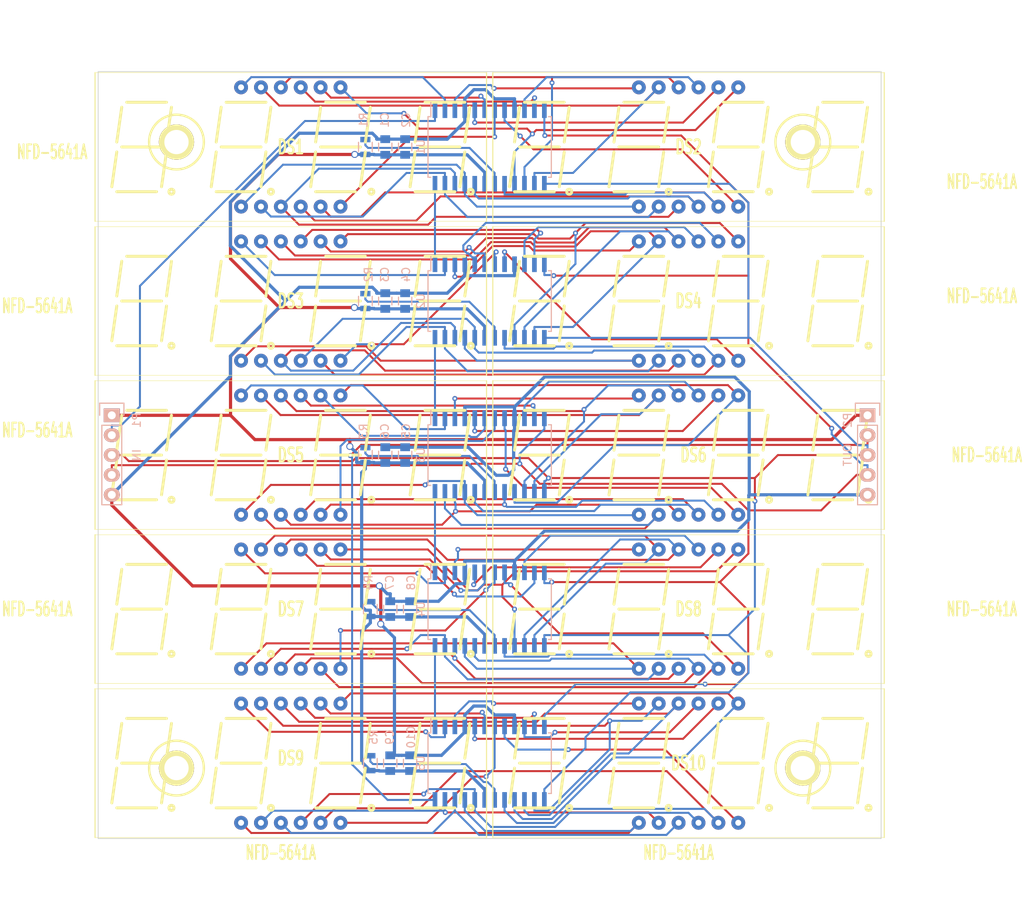
<source format=kicad_pcb>
(kicad_pcb (version 4) (host pcbnew 4.0.2-stable)

  (general
    (links 185)
    (no_connects 0)
    (area 50.749999 28.949999 150.850001 127.050001)
    (thickness 1.6)
    (drawings 7)
    (tracks 928)
    (zones 0)
    (modules 36)
    (nets 96)
  )

  (page A4)
  (layers
    (0 F.Cu signal)
    (31 B.Cu signal)
    (32 B.Adhes user)
    (33 F.Adhes user)
    (34 B.Paste user)
    (35 F.Paste user)
    (36 B.SilkS user)
    (37 F.SilkS user)
    (38 B.Mask user)
    (39 F.Mask user)
    (40 Dwgs.User user)
    (41 Cmts.User user)
    (42 Eco1.User user)
    (43 Eco2.User user)
    (44 Edge.Cuts user)
    (46 B.CrtYd user hide)
    (47 F.CrtYd user hide)
    (48 B.Fab user)
    (49 F.Fab user)
  )

  (setup
    (last_trace_width 0.254)
    (trace_clearance 0.254)
    (zone_clearance 0.508)
    (zone_45_only no)
    (trace_min 0.254)
    (segment_width 0.3048)
    (edge_width 0.1)
    (via_size 0.635)
    (via_drill 0.3048)
    (via_min_size 0.635)
    (via_min_drill 0.3048)
    (uvia_size 0.508)
    (uvia_drill 0.127)
    (uvias_allowed no)
    (uvia_min_size 0.508)
    (uvia_min_drill 0.127)
    (pcb_text_width 0.3)
    (pcb_text_size 1.5 1.5)
    (mod_edge_width 0.381)
    (mod_text_size 1 1)
    (mod_text_width 0.1524)
    (pad_size 1.778 1.778)
    (pad_drill 0.9144)
    (pad_to_mask_clearance 0)
    (aux_axis_origin 50.8 127)
    (grid_origin 100.8 78)
    (visible_elements 7FFFF53F)
    (pcbplotparams
      (layerselection 0x010fc_80000001)
      (usegerberextensions true)
      (excludeedgelayer false)
      (linewidth 0.150000)
      (plotframeref false)
      (viasonmask false)
      (mode 1)
      (useauxorigin false)
      (hpglpennumber 1)
      (hpglpenspeed 20)
      (hpglpendiameter 15)
      (hpglpenoverlay 2)
      (psnegative false)
      (psa4output false)
      (plotreference true)
      (plotvalue true)
      (plotinvisibletext false)
      (padsonsilk false)
      (subtractmaskfromsilk true)
      (outputformat 1)
      (mirror false)
      (drillshape 0)
      (scaleselection 1)
      (outputdirectory gerbers/))
  )

  (net 0 "")
  (net 1 "/Digits Row 1/CLK")
  (net 2 "/Digits Row 1/DIN")
  (net 3 "/Digits Row 1/LOAD")
  (net 4 "/Digits Row 1/SEG_A")
  (net 5 "/Digits Row 1/SEG_B")
  (net 6 "/Digits Row 1/SEG_C")
  (net 7 "/Digits Row 1/SEG_D")
  (net 8 "/Digits Row 1/SEG_DP")
  (net 9 "/Digits Row 1/SEG_E")
  (net 10 "/Digits Row 1/SEG_F")
  (net 11 "/Digits Row 1/SEG_G")
  (net 12 "/Row 2/DIN")
  (net 13 "/Row 2/SEG_A")
  (net 14 "/Row 2/SEG_B")
  (net 15 "/Row 2/SEG_C")
  (net 16 "/Row 2/SEG_D")
  (net 17 "/Row 2/SEG_DP")
  (net 18 "/Row 2/SEG_E")
  (net 19 "/Row 2/SEG_F")
  (net 20 "/Row 2/SEG_G")
  (net 21 "/Row 3/DIN")
  (net 22 "/Row 3/SEG_A")
  (net 23 "/Row 3/SEG_B")
  (net 24 "/Row 3/SEG_C")
  (net 25 "/Row 3/SEG_D")
  (net 26 "/Row 3/SEG_DP")
  (net 27 "/Row 3/SEG_E")
  (net 28 "/Row 3/SEG_F")
  (net 29 "/Row 3/SEG_G")
  (net 30 "/Row 4/DIN")
  (net 31 "/Row 4/SEG_A")
  (net 32 "/Row 4/SEG_B")
  (net 33 "/Row 4/SEG_C")
  (net 34 "/Row 4/SEG_D")
  (net 35 "/Row 4/SEG_DP")
  (net 36 "/Row 4/SEG_E")
  (net 37 "/Row 4/SEG_F")
  (net 38 "/Row 4/SEG_G")
  (net 39 "/Row 5/DIN")
  (net 40 "/Row 5/DOUT")
  (net 41 "/Row 5/SEG_A")
  (net 42 "/Row 5/SEG_B")
  (net 43 "/Row 5/SEG_C")
  (net 44 "/Row 5/SEG_D")
  (net 45 "/Row 5/SEG_DP")
  (net 46 "/Row 5/SEG_E")
  (net 47 "/Row 5/SEG_F")
  (net 48 "/Row 5/SEG_G")
  (net 49 GND)
  (net 50 VCC)
  (net 51 "Net-(R1-Pad2)")
  (net 52 "Net-(R2-Pad2)")
  (net 53 "Net-(R3-Pad2)")
  (net 54 "Net-(R4-Pad2)")
  (net 55 "Net-(R5-Pad2)")
  (net 56 "Net-(DS1-Pad8)")
  (net 57 "Net-(DS2-Pad8)")
  (net 58 "Net-(DS3-Pad8)")
  (net 59 "Net-(DS4-Pad8)")
  (net 60 "Net-(DS5-Pad8)")
  (net 61 "Net-(DS6-Pad8)")
  (net 62 "Net-(DS7-Pad8)")
  (net 63 "Net-(DS8-Pad8)")
  (net 64 "Net-(DS9-Pad8)")
  (net 65 "Net-(DS10-Pad8)")
  (net 66 "Net-(DS1-Pad6)")
  (net 67 "Net-(DS1-Pad9)")
  (net 68 "Net-(DS1-Pad12)")
  (net 69 "Net-(DS2-Pad6)")
  (net 70 "Net-(DS2-Pad9)")
  (net 71 "Net-(DS2-Pad12)")
  (net 72 "Net-(DS3-Pad6)")
  (net 73 "Net-(DS3-Pad9)")
  (net 74 "Net-(DS3-Pad12)")
  (net 75 "Net-(DS4-Pad6)")
  (net 76 "Net-(DS4-Pad9)")
  (net 77 "Net-(DS4-Pad12)")
  (net 78 "Net-(DS5-Pad6)")
  (net 79 "Net-(DS5-Pad9)")
  (net 80 "Net-(DS5-Pad12)")
  (net 81 "Net-(DS6-Pad6)")
  (net 82 "Net-(DS6-Pad9)")
  (net 83 "Net-(DS6-Pad12)")
  (net 84 "Net-(DS7-Pad6)")
  (net 85 "Net-(DS7-Pad9)")
  (net 86 "Net-(DS7-Pad12)")
  (net 87 "Net-(DS8-Pad6)")
  (net 88 "Net-(DS8-Pad9)")
  (net 89 "Net-(DS8-Pad12)")
  (net 90 "Net-(DS9-Pad6)")
  (net 91 "Net-(DS9-Pad9)")
  (net 92 "Net-(DS9-Pad12)")
  (net 93 "Net-(DS10-Pad6)")
  (net 94 "Net-(DS10-Pad9)")
  (net 95 "Net-(DS10-Pad12)")

  (net_class Default "This is the default net class."
    (clearance 0.254)
    (trace_width 0.254)
    (via_dia 0.635)
    (via_drill 0.3048)
    (uvia_dia 0.508)
    (uvia_drill 0.127)
    (add_net "/Digits Row 1/CLK")
    (add_net "/Digits Row 1/DIN")
    (add_net "/Digits Row 1/LOAD")
    (add_net "/Digits Row 1/SEG_A")
    (add_net "/Digits Row 1/SEG_B")
    (add_net "/Digits Row 1/SEG_C")
    (add_net "/Digits Row 1/SEG_D")
    (add_net "/Digits Row 1/SEG_DP")
    (add_net "/Digits Row 1/SEG_E")
    (add_net "/Digits Row 1/SEG_F")
    (add_net "/Digits Row 1/SEG_G")
    (add_net "/Row 2/DIN")
    (add_net "/Row 2/SEG_A")
    (add_net "/Row 2/SEG_B")
    (add_net "/Row 2/SEG_C")
    (add_net "/Row 2/SEG_D")
    (add_net "/Row 2/SEG_DP")
    (add_net "/Row 2/SEG_E")
    (add_net "/Row 2/SEG_F")
    (add_net "/Row 2/SEG_G")
    (add_net "/Row 3/DIN")
    (add_net "/Row 3/SEG_A")
    (add_net "/Row 3/SEG_B")
    (add_net "/Row 3/SEG_C")
    (add_net "/Row 3/SEG_D")
    (add_net "/Row 3/SEG_DP")
    (add_net "/Row 3/SEG_E")
    (add_net "/Row 3/SEG_F")
    (add_net "/Row 3/SEG_G")
    (add_net "/Row 4/DIN")
    (add_net "/Row 4/SEG_A")
    (add_net "/Row 4/SEG_B")
    (add_net "/Row 4/SEG_C")
    (add_net "/Row 4/SEG_D")
    (add_net "/Row 4/SEG_DP")
    (add_net "/Row 4/SEG_E")
    (add_net "/Row 4/SEG_F")
    (add_net "/Row 4/SEG_G")
    (add_net "/Row 5/DIN")
    (add_net "/Row 5/DOUT")
    (add_net "/Row 5/SEG_A")
    (add_net "/Row 5/SEG_B")
    (add_net "/Row 5/SEG_C")
    (add_net "/Row 5/SEG_D")
    (add_net "/Row 5/SEG_DP")
    (add_net "/Row 5/SEG_E")
    (add_net "/Row 5/SEG_F")
    (add_net "/Row 5/SEG_G")
    (add_net "Net-(DS1-Pad12)")
    (add_net "Net-(DS1-Pad6)")
    (add_net "Net-(DS1-Pad8)")
    (add_net "Net-(DS1-Pad9)")
    (add_net "Net-(DS10-Pad12)")
    (add_net "Net-(DS10-Pad6)")
    (add_net "Net-(DS10-Pad8)")
    (add_net "Net-(DS10-Pad9)")
    (add_net "Net-(DS2-Pad12)")
    (add_net "Net-(DS2-Pad6)")
    (add_net "Net-(DS2-Pad8)")
    (add_net "Net-(DS2-Pad9)")
    (add_net "Net-(DS3-Pad12)")
    (add_net "Net-(DS3-Pad6)")
    (add_net "Net-(DS3-Pad8)")
    (add_net "Net-(DS3-Pad9)")
    (add_net "Net-(DS4-Pad12)")
    (add_net "Net-(DS4-Pad6)")
    (add_net "Net-(DS4-Pad8)")
    (add_net "Net-(DS4-Pad9)")
    (add_net "Net-(DS5-Pad12)")
    (add_net "Net-(DS5-Pad6)")
    (add_net "Net-(DS5-Pad8)")
    (add_net "Net-(DS5-Pad9)")
    (add_net "Net-(DS6-Pad12)")
    (add_net "Net-(DS6-Pad6)")
    (add_net "Net-(DS6-Pad8)")
    (add_net "Net-(DS6-Pad9)")
    (add_net "Net-(DS7-Pad12)")
    (add_net "Net-(DS7-Pad6)")
    (add_net "Net-(DS7-Pad8)")
    (add_net "Net-(DS7-Pad9)")
    (add_net "Net-(DS8-Pad12)")
    (add_net "Net-(DS8-Pad6)")
    (add_net "Net-(DS8-Pad8)")
    (add_net "Net-(DS8-Pad9)")
    (add_net "Net-(DS9-Pad12)")
    (add_net "Net-(DS9-Pad6)")
    (add_net "Net-(DS9-Pad8)")
    (add_net "Net-(DS9-Pad9)")
    (add_net "Net-(R1-Pad2)")
    (add_net "Net-(R2-Pad2)")
    (add_net "Net-(R3-Pad2)")
    (add_net "Net-(R4-Pad2)")
    (add_net "Net-(R5-Pad2)")
  )

  (net_class power ""
    (clearance 0.254)
    (trace_width 0.4064)
    (via_dia 0.889)
    (via_drill 0.635)
    (uvia_dia 0.508)
    (uvia_drill 0.127)
    (add_net GND)
    (add_net VCC)
  )

  (module rmc_modules:NFD-5641 (layer F.Cu) (tedit 57CAF890) (tstamp 57CCE418)
    (at 75.4 38.63)
    (descr "7 segments display")
    (tags DISPLAY)
    (path /5415B9B5/57CAE09D)
    (fp_text reference DS1 (at 0 0) (layer F.SilkS)
      (effects (font (size 1.778 1.143) (thickness 0.28575)))
    )
    (fp_text value NFD-5641A (at -30.48 0.635) (layer F.SilkS)
      (effects (font (size 1.778 1.016) (thickness 0.254)))
    )
    (fp_circle (center -15.24 5.715) (end -15.113 5.715) (layer F.SilkS) (width 0.381))
    (fp_line (start -22.225 5.715) (end -17.145 5.715) (layer F.SilkS) (width 0.381))
    (fp_line (start -15.875 -5.715) (end -20.955 -5.715) (layer F.SilkS) (width 0.381))
    (fp_line (start -15.875 -0.635) (end -15.24 -5.08) (layer F.SilkS) (width 0.381))
    (fp_line (start -21.59 -5.08) (end -22.225 -0.635) (layer F.SilkS) (width 0.381))
    (fp_line (start -16.51 5.08) (end -15.875 0.635) (layer F.SilkS) (width 0.381))
    (fp_line (start -22.225 0.635) (end -22.86 5.08) (layer F.SilkS) (width 0.381))
    (fp_line (start -21.59 0) (end -16.51 0) (layer F.SilkS) (width 0.381))
    (fp_circle (center 22.987 5.715) (end 23.114 5.715) (layer F.SilkS) (width 0.381))
    (fp_line (start 15.875 0.635) (end 15.24 5.08) (layer F.SilkS) (width 0.381))
    (fp_line (start 21.59 5.08) (end 22.225 0.635) (layer F.SilkS) (width 0.381))
    (fp_line (start 15.875 5.715) (end 20.955 5.715) (layer F.SilkS) (width 0.381))
    (fp_line (start 17.145 -5.715) (end 22.225 -5.715) (layer F.SilkS) (width 0.381))
    (fp_line (start 15.875 -0.635) (end 16.51 -5.08) (layer F.SilkS) (width 0.381))
    (fp_line (start 22.225 -0.635) (end 22.86 -5.08) (layer F.SilkS) (width 0.381))
    (fp_line (start 16.51 0) (end 21.59 0) (layer F.SilkS) (width 0.381))
    (fp_line (start 25 -9.5) (end -25 -9.5) (layer F.SilkS) (width 0.07))
    (fp_line (start -25 9.5) (end 25 9.5) (layer F.SilkS) (width 0.07))
    (fp_circle (center 10.287 5.715) (end 10.414 5.715) (layer F.SilkS) (width 0.381))
    (fp_circle (center -2.54 5.715) (end -2.413 5.715) (layer F.SilkS) (width 0.381))
    (fp_line (start 9.525 -0.635) (end 10.16 -5.08) (layer F.SilkS) (width 0.381))
    (fp_line (start 4.445 -5.715) (end 9.525 -5.715) (layer F.SilkS) (width 0.381))
    (fp_line (start 3.175 -0.635) (end 3.81 -5.08) (layer F.SilkS) (width 0.381))
    (fp_line (start 8.89 5.08) (end 9.525 0.635) (layer F.SilkS) (width 0.381))
    (fp_line (start 3.175 5.715) (end 8.255 5.715) (layer F.SilkS) (width 0.381))
    (fp_line (start 3.175 0.635) (end 2.54 5.08) (layer F.SilkS) (width 0.381))
    (fp_line (start -9.525 5.715) (end -4.445 5.715) (layer F.SilkS) (width 0.381))
    (fp_line (start -3.175 -5.715) (end -8.255 -5.715) (layer F.SilkS) (width 0.381))
    (fp_line (start -3.175 -0.635) (end -2.54 -5.08) (layer F.SilkS) (width 0.381))
    (fp_line (start -3.81 5.08) (end -3.175 0.635) (layer F.SilkS) (width 0.381))
    (fp_line (start -9.525 0.635) (end -10.16 5.08) (layer F.SilkS) (width 0.381))
    (fp_line (start -8.89 -5.08) (end -9.525 -0.635) (layer F.SilkS) (width 0.381))
    (fp_line (start 3.81 0) (end 8.89 0) (layer F.SilkS) (width 0.381))
    (fp_line (start -8.89 0) (end -3.81 0) (layer F.SilkS) (width 0.381))
    (fp_line (start 25 -9.5) (end 25 9.5) (layer F.SilkS) (width 0.15))
    (fp_line (start -25 9.5) (end -25 -9.5) (layer F.SilkS) (width 0.15))
    (pad 1 thru_hole circle (at -6.35 7.62) (size 1.778 1.778) (drill 0.762) (layers *.Cu *.Mask)
      (net 9 "/Digits Row 1/SEG_E"))
    (pad 2 thru_hole circle (at -3.81 7.62) (size 1.778 1.778) (drill 0.762) (layers *.Cu *.Mask)
      (net 7 "/Digits Row 1/SEG_D"))
    (pad 3 thru_hole circle (at -1.27 7.62) (size 1.778 1.778) (drill 0.762) (layers *.Cu *.Mask)
      (net 8 "/Digits Row 1/SEG_DP"))
    (pad 4 thru_hole circle (at 1.27 7.62) (size 1.778 1.778) (drill 0.762) (layers *.Cu *.Mask)
      (net 6 "/Digits Row 1/SEG_C"))
    (pad 5 thru_hole circle (at 3.81 7.62) (size 1.778 1.778) (drill 0.762) (layers *.Cu *.Mask)
      (net 11 "/Digits Row 1/SEG_G"))
    (pad 6 thru_hole circle (at 6.35 7.62) (size 1.778 1.778) (drill 0.762) (layers *.Cu *.Mask)
      (net 66 "Net-(DS1-Pad6)"))
    (pad 7 thru_hole circle (at 6.35 -7.62) (size 1.778 1.778) (drill 0.762) (layers *.Cu *.Mask)
      (net 5 "/Digits Row 1/SEG_B"))
    (pad 8 thru_hole circle (at 3.81 -7.62) (size 1.778 1.778) (drill 0.762) (layers *.Cu *.Mask)
      (net 56 "Net-(DS1-Pad8)"))
    (pad 10 thru_hole circle (at -1.27 -7.62) (size 1.778 1.778) (drill 0.762) (layers *.Cu *.Mask)
      (net 10 "/Digits Row 1/SEG_F"))
    (pad 9 thru_hole circle (at 1.27 -7.62) (size 1.778 1.778) (drill 0.762) (layers *.Cu *.Mask)
      (net 67 "Net-(DS1-Pad9)"))
    (pad 11 thru_hole circle (at -3.81 -7.62) (size 1.778 1.778) (drill 0.762) (layers *.Cu *.Mask)
      (net 4 "/Digits Row 1/SEG_A"))
    (pad 12 thru_hole circle (at -6.35 -7.62) (size 1.778 1.778) (drill 0.762) (layers *.Cu *.Mask)
      (net 68 "Net-(DS1-Pad12)"))
    (model Displays_7-Segment.3dshapes/Cx56-12.wrl
      (at (xyz 0 0 0.03937))
      (scale (xyz 0.3937 0.3937 0.3937))
      (rotate (xyz 0 0 0))
    )
  )

  (module Capacitors_SMD:C_0805 (layer B.Cu) (tedit 57C73BD7) (tstamp 57C76809)
    (at 87.465 38.63 90)
    (descr "Capacitor SMD 0805, reflow soldering, AVX (see smccp.pdf)")
    (tags "capacitor 0805")
    (path /5415B9B5/5415E290)
    (attr smd)
    (fp_text reference C1 (at 3.44 -0.06 90) (layer B.SilkS)
      (effects (font (size 1 1) (thickness 0.15)) (justify mirror))
    )
    (fp_text value 10uF (at -3.545 -0.06 90) (layer B.Fab)
      (effects (font (size 1 1) (thickness 0.15)) (justify mirror))
    )
    (fp_line (start -1.8 1) (end 1.8 1) (layer B.CrtYd) (width 0.05))
    (fp_line (start -1.8 -1) (end 1.8 -1) (layer B.CrtYd) (width 0.05))
    (fp_line (start -1.8 1) (end -1.8 -1) (layer B.CrtYd) (width 0.05))
    (fp_line (start 1.8 1) (end 1.8 -1) (layer B.CrtYd) (width 0.05))
    (fp_line (start 0.5 0.85) (end -0.5 0.85) (layer B.SilkS) (width 0.15))
    (fp_line (start -0.5 -0.85) (end 0.5 -0.85) (layer B.SilkS) (width 0.15))
    (pad 1 smd rect (at -1 0 90) (size 1 1.25) (layers B.Cu B.Paste B.Mask)
      (net 50 VCC))
    (pad 2 smd rect (at 1 0 90) (size 1 1.25) (layers B.Cu B.Paste B.Mask)
      (net 49 GND))
    (model Capacitors_SMD.3dshapes/C_0805.wrl
      (at (xyz 0 0 0))
      (scale (xyz 1 1 1))
      (rotate (xyz 0 0 0))
    )
  )

  (module Capacitors_SMD:C_0805 (layer B.Cu) (tedit 57C73BE3) (tstamp 57C7680E)
    (at 90.005 38.63 90)
    (descr "Capacitor SMD 0805, reflow soldering, AVX (see smccp.pdf)")
    (tags "capacitor 0805")
    (path /5415B9B5/5415E272)
    (attr smd)
    (fp_text reference C2 (at 3.44 0.115 90) (layer B.SilkS)
      (effects (font (size 1 1) (thickness 0.15)) (justify mirror))
    )
    (fp_text value 100nF (at -4.18 0.115 90) (layer B.Fab)
      (effects (font (size 1 1) (thickness 0.15)) (justify mirror))
    )
    (fp_line (start -1.8 1) (end 1.8 1) (layer B.CrtYd) (width 0.05))
    (fp_line (start -1.8 -1) (end 1.8 -1) (layer B.CrtYd) (width 0.05))
    (fp_line (start -1.8 1) (end -1.8 -1) (layer B.CrtYd) (width 0.05))
    (fp_line (start 1.8 1) (end 1.8 -1) (layer B.CrtYd) (width 0.05))
    (fp_line (start 0.5 0.85) (end -0.5 0.85) (layer B.SilkS) (width 0.15))
    (fp_line (start -0.5 -0.85) (end 0.5 -0.85) (layer B.SilkS) (width 0.15))
    (pad 1 smd rect (at -1 0 90) (size 1 1.25) (layers B.Cu B.Paste B.Mask)
      (net 50 VCC))
    (pad 2 smd rect (at 1 0 90) (size 1 1.25) (layers B.Cu B.Paste B.Mask)
      (net 49 GND))
    (model Capacitors_SMD.3dshapes/C_0805.wrl
      (at (xyz 0 0 0))
      (scale (xyz 1 1 1))
      (rotate (xyz 0 0 0))
    )
  )

  (module Capacitors_SMD:C_0805 (layer B.Cu) (tedit 57C73C26) (tstamp 57C76813)
    (at 87.465 58.315 90)
    (descr "Capacitor SMD 0805, reflow soldering, AVX (see smccp.pdf)")
    (tags "capacitor 0805")
    (path /541731CF/5415E290)
    (attr smd)
    (fp_text reference C3 (at 3.39 -0.06 90) (layer B.SilkS)
      (effects (font (size 1 1) (thickness 0.15)) (justify mirror))
    )
    (fp_text value 10uF (at -4.23 -0.06 90) (layer B.Fab)
      (effects (font (size 1 1) (thickness 0.15)) (justify mirror))
    )
    (fp_line (start -1.8 1) (end 1.8 1) (layer B.CrtYd) (width 0.05))
    (fp_line (start -1.8 -1) (end 1.8 -1) (layer B.CrtYd) (width 0.05))
    (fp_line (start -1.8 1) (end -1.8 -1) (layer B.CrtYd) (width 0.05))
    (fp_line (start 1.8 1) (end 1.8 -1) (layer B.CrtYd) (width 0.05))
    (fp_line (start 0.5 0.85) (end -0.5 0.85) (layer B.SilkS) (width 0.15))
    (fp_line (start -0.5 -0.85) (end 0.5 -0.85) (layer B.SilkS) (width 0.15))
    (pad 1 smd rect (at -1 0 90) (size 1 1.25) (layers B.Cu B.Paste B.Mask)
      (net 50 VCC))
    (pad 2 smd rect (at 1 0 90) (size 1 1.25) (layers B.Cu B.Paste B.Mask)
      (net 49 GND))
    (model Capacitors_SMD.3dshapes/C_0805.wrl
      (at (xyz 0 0 0))
      (scale (xyz 1 1 1))
      (rotate (xyz 0 0 0))
    )
  )

  (module Capacitors_SMD:C_0805 (layer B.Cu) (tedit 57C73C2A) (tstamp 57C76818)
    (at 90.005 58.315 90)
    (descr "Capacitor SMD 0805, reflow soldering, AVX (see smccp.pdf)")
    (tags "capacitor 0805")
    (path /541731CF/5415E272)
    (attr smd)
    (fp_text reference C4 (at 3.39 0.115 90) (layer B.SilkS)
      (effects (font (size 1 1) (thickness 0.15)) (justify mirror))
    )
    (fp_text value 100nF (at -4.23 0.115 90) (layer B.Fab)
      (effects (font (size 1 1) (thickness 0.15)) (justify mirror))
    )
    (fp_line (start -1.8 1) (end 1.8 1) (layer B.CrtYd) (width 0.05))
    (fp_line (start -1.8 -1) (end 1.8 -1) (layer B.CrtYd) (width 0.05))
    (fp_line (start -1.8 1) (end -1.8 -1) (layer B.CrtYd) (width 0.05))
    (fp_line (start 1.8 1) (end 1.8 -1) (layer B.CrtYd) (width 0.05))
    (fp_line (start 0.5 0.85) (end -0.5 0.85) (layer B.SilkS) (width 0.15))
    (fp_line (start -0.5 -0.85) (end 0.5 -0.85) (layer B.SilkS) (width 0.15))
    (pad 1 smd rect (at -1 0 90) (size 1 1.25) (layers B.Cu B.Paste B.Mask)
      (net 50 VCC))
    (pad 2 smd rect (at 1 0 90) (size 1 1.25) (layers B.Cu B.Paste B.Mask)
      (net 49 GND))
    (model Capacitors_SMD.3dshapes/C_0805.wrl
      (at (xyz 0 0 0))
      (scale (xyz 1 1 1))
      (rotate (xyz 0 0 0))
    )
  )

  (module Capacitors_SMD:C_0805 (layer B.Cu) (tedit 57C73C4E) (tstamp 57C7681D)
    (at 90.005 78 90)
    (descr "Capacitor SMD 0805, reflow soldering, AVX (see smccp.pdf)")
    (tags "capacitor 0805")
    (path /5417323F/5415E290)
    (attr smd)
    (fp_text reference C5 (at 3.07 0.115 90) (layer B.SilkS)
      (effects (font (size 1 1) (thickness 0.15)) (justify mirror))
    )
    (fp_text value 10uF (at -3.915 0.115 90) (layer B.Fab)
      (effects (font (size 1 1) (thickness 0.15)) (justify mirror))
    )
    (fp_line (start -1.8 1) (end 1.8 1) (layer B.CrtYd) (width 0.05))
    (fp_line (start -1.8 -1) (end 1.8 -1) (layer B.CrtYd) (width 0.05))
    (fp_line (start -1.8 1) (end -1.8 -1) (layer B.CrtYd) (width 0.05))
    (fp_line (start 1.8 1) (end 1.8 -1) (layer B.CrtYd) (width 0.05))
    (fp_line (start 0.5 0.85) (end -0.5 0.85) (layer B.SilkS) (width 0.15))
    (fp_line (start -0.5 -0.85) (end 0.5 -0.85) (layer B.SilkS) (width 0.15))
    (pad 1 smd rect (at -1 0 90) (size 1 1.25) (layers B.Cu B.Paste B.Mask)
      (net 50 VCC))
    (pad 2 smd rect (at 1 0 90) (size 1 1.25) (layers B.Cu B.Paste B.Mask)
      (net 49 GND))
    (model Capacitors_SMD.3dshapes/C_0805.wrl
      (at (xyz 0 0 0))
      (scale (xyz 1 1 1))
      (rotate (xyz 0 0 0))
    )
  )

  (module Capacitors_SMD:C_0805 (layer B.Cu) (tedit 57C73C52) (tstamp 57C76822)
    (at 87.465 78 90)
    (descr "Capacitor SMD 0805, reflow soldering, AVX (see smccp.pdf)")
    (tags "capacitor 0805")
    (path /5417323F/5415E272)
    (attr smd)
    (fp_text reference C6 (at 3.07 -0.06 90) (layer B.SilkS)
      (effects (font (size 1 1) (thickness 0.15)) (justify mirror))
    )
    (fp_text value 100nF (at -3.915 -0.06 90) (layer B.Fab)
      (effects (font (size 1 1) (thickness 0.15)) (justify mirror))
    )
    (fp_line (start -1.8 1) (end 1.8 1) (layer B.CrtYd) (width 0.05))
    (fp_line (start -1.8 -1) (end 1.8 -1) (layer B.CrtYd) (width 0.05))
    (fp_line (start -1.8 1) (end -1.8 -1) (layer B.CrtYd) (width 0.05))
    (fp_line (start 1.8 1) (end 1.8 -1) (layer B.CrtYd) (width 0.05))
    (fp_line (start 0.5 0.85) (end -0.5 0.85) (layer B.SilkS) (width 0.15))
    (fp_line (start -0.5 -0.85) (end 0.5 -0.85) (layer B.SilkS) (width 0.15))
    (pad 1 smd rect (at -1 0 90) (size 1 1.25) (layers B.Cu B.Paste B.Mask)
      (net 50 VCC))
    (pad 2 smd rect (at 1 0 90) (size 1 1.25) (layers B.Cu B.Paste B.Mask)
      (net 49 GND))
    (model Capacitors_SMD.3dshapes/C_0805.wrl
      (at (xyz 0 0 0))
      (scale (xyz 1 1 1))
      (rotate (xyz 0 0 0))
    )
  )

  (module Capacitors_SMD:C_0805 (layer B.Cu) (tedit 57C73C6B) (tstamp 57C76827)
    (at 88.1 97.685 90)
    (descr "Capacitor SMD 0805, reflow soldering, AVX (see smccp.pdf)")
    (tags "capacitor 0805")
    (path /54173271/5415E290)
    (attr smd)
    (fp_text reference C7 (at 3.385 -0.06 90) (layer B.SilkS)
      (effects (font (size 1 1) (thickness 0.15)) (justify mirror))
    )
    (fp_text value 10uF (at -4.235 -0.06 90) (layer B.Fab)
      (effects (font (size 1 1) (thickness 0.15)) (justify mirror))
    )
    (fp_line (start -1.8 1) (end 1.8 1) (layer B.CrtYd) (width 0.05))
    (fp_line (start -1.8 -1) (end 1.8 -1) (layer B.CrtYd) (width 0.05))
    (fp_line (start -1.8 1) (end -1.8 -1) (layer B.CrtYd) (width 0.05))
    (fp_line (start 1.8 1) (end 1.8 -1) (layer B.CrtYd) (width 0.05))
    (fp_line (start 0.5 0.85) (end -0.5 0.85) (layer B.SilkS) (width 0.15))
    (fp_line (start -0.5 -0.85) (end 0.5 -0.85) (layer B.SilkS) (width 0.15))
    (pad 1 smd rect (at -1 0 90) (size 1 1.25) (layers B.Cu B.Paste B.Mask)
      (net 50 VCC))
    (pad 2 smd rect (at 1 0 90) (size 1 1.25) (layers B.Cu B.Paste B.Mask)
      (net 49 GND))
    (model Capacitors_SMD.3dshapes/C_0805.wrl
      (at (xyz 0 0 0))
      (scale (xyz 1 1 1))
      (rotate (xyz 0 0 0))
    )
  )

  (module Capacitors_SMD:C_0805 (layer B.Cu) (tedit 57C73C6E) (tstamp 57C7682C)
    (at 90.64 97.685 90)
    (descr "Capacitor SMD 0805, reflow soldering, AVX (see smccp.pdf)")
    (tags "capacitor 0805")
    (path /54173271/5415E272)
    (attr smd)
    (fp_text reference C8 (at 3.385 0.115 90) (layer B.SilkS)
      (effects (font (size 1 1) (thickness 0.15)) (justify mirror))
    )
    (fp_text value 100nF (at -4.235 0.115 90) (layer B.Fab)
      (effects (font (size 1 1) (thickness 0.15)) (justify mirror))
    )
    (fp_line (start -1.8 1) (end 1.8 1) (layer B.CrtYd) (width 0.05))
    (fp_line (start -1.8 -1) (end 1.8 -1) (layer B.CrtYd) (width 0.05))
    (fp_line (start -1.8 1) (end -1.8 -1) (layer B.CrtYd) (width 0.05))
    (fp_line (start 1.8 1) (end 1.8 -1) (layer B.CrtYd) (width 0.05))
    (fp_line (start 0.5 0.85) (end -0.5 0.85) (layer B.SilkS) (width 0.15))
    (fp_line (start -0.5 -0.85) (end 0.5 -0.85) (layer B.SilkS) (width 0.15))
    (pad 1 smd rect (at -1 0 90) (size 1 1.25) (layers B.Cu B.Paste B.Mask)
      (net 50 VCC))
    (pad 2 smd rect (at 1 0 90) (size 1 1.25) (layers B.Cu B.Paste B.Mask)
      (net 49 GND))
    (model Capacitors_SMD.3dshapes/C_0805.wrl
      (at (xyz 0 0 0))
      (scale (xyz 1 1 1))
      (rotate (xyz 0 0 0))
    )
  )

  (module Capacitors_SMD:C_0805 (layer B.Cu) (tedit 57C73C85) (tstamp 57C76831)
    (at 88.1 117.37 90)
    (descr "Capacitor SMD 0805, reflow soldering, AVX (see smccp.pdf)")
    (tags "capacitor 0805")
    (path /541732A3/5415E290)
    (attr smd)
    (fp_text reference C9 (at 3.335 -0.06 90) (layer B.SilkS)
      (effects (font (size 1 1) (thickness 0.15)) (justify mirror))
    )
    (fp_text value 10uF (at -3.65 -0.06 90) (layer B.Fab)
      (effects (font (size 1 1) (thickness 0.15)) (justify mirror))
    )
    (fp_line (start -1.8 1) (end 1.8 1) (layer B.CrtYd) (width 0.05))
    (fp_line (start -1.8 -1) (end 1.8 -1) (layer B.CrtYd) (width 0.05))
    (fp_line (start -1.8 1) (end -1.8 -1) (layer B.CrtYd) (width 0.05))
    (fp_line (start 1.8 1) (end 1.8 -1) (layer B.CrtYd) (width 0.05))
    (fp_line (start 0.5 0.85) (end -0.5 0.85) (layer B.SilkS) (width 0.15))
    (fp_line (start -0.5 -0.85) (end 0.5 -0.85) (layer B.SilkS) (width 0.15))
    (pad 1 smd rect (at -1 0 90) (size 1 1.25) (layers B.Cu B.Paste B.Mask)
      (net 50 VCC))
    (pad 2 smd rect (at 1 0 90) (size 1 1.25) (layers B.Cu B.Paste B.Mask)
      (net 49 GND))
    (model Capacitors_SMD.3dshapes/C_0805.wrl
      (at (xyz 0 0 0))
      (scale (xyz 1 1 1))
      (rotate (xyz 0 0 0))
    )
  )

  (module Capacitors_SMD:C_0805 (layer B.Cu) (tedit 57C73C88) (tstamp 57C76836)
    (at 90.64 117.37 90)
    (descr "Capacitor SMD 0805, reflow soldering, AVX (see smccp.pdf)")
    (tags "capacitor 0805")
    (path /541732A3/5415E272)
    (attr smd)
    (fp_text reference C10 (at 3.335 0.115 90) (layer B.SilkS)
      (effects (font (size 1 1) (thickness 0.15)) (justify mirror))
    )
    (fp_text value 100nF (at -4.285 0.115 90) (layer B.Fab)
      (effects (font (size 1 1) (thickness 0.15)) (justify mirror))
    )
    (fp_line (start -1.8 1) (end 1.8 1) (layer B.CrtYd) (width 0.05))
    (fp_line (start -1.8 -1) (end 1.8 -1) (layer B.CrtYd) (width 0.05))
    (fp_line (start -1.8 1) (end -1.8 -1) (layer B.CrtYd) (width 0.05))
    (fp_line (start 1.8 1) (end 1.8 -1) (layer B.CrtYd) (width 0.05))
    (fp_line (start 0.5 0.85) (end -0.5 0.85) (layer B.SilkS) (width 0.15))
    (fp_line (start -0.5 -0.85) (end 0.5 -0.85) (layer B.SilkS) (width 0.15))
    (pad 1 smd rect (at -1 0 90) (size 1 1.25) (layers B.Cu B.Paste B.Mask)
      (net 50 VCC))
    (pad 2 smd rect (at 1 0 90) (size 1 1.25) (layers B.Cu B.Paste B.Mask)
      (net 49 GND))
    (model Capacitors_SMD.3dshapes/C_0805.wrl
      (at (xyz 0 0 0))
      (scale (xyz 1 1 1))
      (rotate (xyz 0 0 0))
    )
  )

  (module rmc_modules:HOLE_M3 (layer F.Cu) (tedit 506359C2) (tstamp 57C76B6F)
    (at 140.8 118)
    (descr "Mounting hole 3mm")
    (tags MOUNT)
    (path /5419E77A)
    (fp_text reference H1 (at -0.09906 -4.30022) (layer F.SilkS) hide
      (effects (font (size 1.016 1.016) (thickness 0.254)))
    )
    (fp_text value HOLE_RMC (at -0.09906 4.50088) (layer F.SilkS) hide
      (effects (font (size 1.016 1.016) (thickness 0.254)))
    )
    (fp_circle (center 0 0) (end 3.50012 0) (layer F.SilkS) (width 0.3048))
    (pad "" thru_hole circle (at 0 0) (size 4.50088 4.50088) (drill 3.0988) (layers *.Cu *.Mask F.SilkS))
    (model walter\details\vite_2mm5.wrl
      (at (xyz 0 0 0))
      (scale (xyz 1.2 1.2 1))
      (rotate (xyz 0 0 0))
    )
  )

  (module rmc_modules:HOLE_M3 (layer F.Cu) (tedit 506359C2) (tstamp 57C76B74)
    (at 140.8 38)
    (descr "Mounting hole 3mm")
    (tags MOUNT)
    (path /5419E791)
    (fp_text reference H2 (at -0.09906 -4.30022) (layer F.SilkS) hide
      (effects (font (size 1.016 1.016) (thickness 0.254)))
    )
    (fp_text value HOLE_RMC (at -0.09906 4.50088) (layer F.SilkS) hide
      (effects (font (size 1.016 1.016) (thickness 0.254)))
    )
    (fp_circle (center 0 0) (end 3.50012 0) (layer F.SilkS) (width 0.3048))
    (pad "" thru_hole circle (at 0 0) (size 4.50088 4.50088) (drill 3.0988) (layers *.Cu *.Mask F.SilkS))
    (model walter\details\vite_2mm5.wrl
      (at (xyz 0 0 0))
      (scale (xyz 1.2 1.2 1))
      (rotate (xyz 0 0 0))
    )
  )

  (module rmc_modules:HOLE_M3 (layer F.Cu) (tedit 506359C2) (tstamp 57C76B79)
    (at 60.8 118)
    (descr "Mounting hole 3mm")
    (tags MOUNT)
    (path /5419E797)
    (fp_text reference H3 (at -0.09906 -4.30022) (layer F.SilkS) hide
      (effects (font (size 1.016 1.016) (thickness 0.254)))
    )
    (fp_text value HOLE_RMC (at -0.09906 4.50088) (layer F.SilkS) hide
      (effects (font (size 1.016 1.016) (thickness 0.254)))
    )
    (fp_circle (center 0 0) (end 3.50012 0) (layer F.SilkS) (width 0.3048))
    (pad "" thru_hole circle (at 0 0) (size 4.50088 4.50088) (drill 3.0988) (layers *.Cu *.Mask F.SilkS))
    (model walter\details\vite_2mm5.wrl
      (at (xyz 0 0 0))
      (scale (xyz 1.2 1.2 1))
      (rotate (xyz 0 0 0))
    )
  )

  (module rmc_modules:HOLE_M3 (layer F.Cu) (tedit 506359C2) (tstamp 57C76B7E)
    (at 60.8 38)
    (descr "Mounting hole 3mm")
    (tags MOUNT)
    (path /5419E79D)
    (fp_text reference H4 (at -0.09906 -4.30022) (layer F.SilkS) hide
      (effects (font (size 1.016 1.016) (thickness 0.254)))
    )
    (fp_text value HOLE_RMC (at -0.09906 4.50088) (layer F.SilkS) hide
      (effects (font (size 1.016 1.016) (thickness 0.254)))
    )
    (fp_circle (center 0 0) (end 3.50012 0) (layer F.SilkS) (width 0.3048))
    (pad "" thru_hole circle (at 0 0) (size 4.50088 4.50088) (drill 3.0988) (layers *.Cu *.Mask F.SilkS))
    (model walter\details\vite_2mm5.wrl
      (at (xyz 0 0 0))
      (scale (xyz 1.2 1.2 1))
      (rotate (xyz 0 0 0))
    )
  )

  (module Socket_Strips:Socket_Strip_Straight_1x05 (layer B.Cu) (tedit 57C73C01) (tstamp 57C76B83)
    (at 52.54 72.92 270)
    (descr "Through hole socket strip")
    (tags "socket strip")
    (path /5415C67E)
    (fp_text reference P1 (at 0.635 -3.175 270) (layer B.SilkS)
      (effects (font (size 1 1) (thickness 0.15)) (justify mirror))
    )
    (fp_text value IN (at 5.08 -3.175 270) (layer B.SilkS)
      (effects (font (size 1 1) (thickness 0.15)) (justify mirror))
    )
    (fp_line (start -1.75 1.75) (end -1.75 -1.75) (layer B.CrtYd) (width 0.05))
    (fp_line (start 11.95 1.75) (end 11.95 -1.75) (layer B.CrtYd) (width 0.05))
    (fp_line (start -1.75 1.75) (end 11.95 1.75) (layer B.CrtYd) (width 0.05))
    (fp_line (start -1.75 -1.75) (end 11.95 -1.75) (layer B.CrtYd) (width 0.05))
    (fp_line (start 1.27 -1.27) (end 11.43 -1.27) (layer B.SilkS) (width 0.15))
    (fp_line (start 11.43 -1.27) (end 11.43 1.27) (layer B.SilkS) (width 0.15))
    (fp_line (start 11.43 1.27) (end 1.27 1.27) (layer B.SilkS) (width 0.15))
    (fp_line (start -1.55 -1.55) (end 0 -1.55) (layer B.SilkS) (width 0.15))
    (fp_line (start 1.27 -1.27) (end 1.27 1.27) (layer B.SilkS) (width 0.15))
    (fp_line (start 0 1.55) (end -1.55 1.55) (layer B.SilkS) (width 0.15))
    (fp_line (start -1.55 1.55) (end -1.55 -1.55) (layer B.SilkS) (width 0.15))
    (pad 1 thru_hole rect (at 0 0 270) (size 1.7272 2.032) (drill 1.016) (layers *.Cu *.Mask B.SilkS)
      (net 50 VCC))
    (pad 2 thru_hole oval (at 2.54 0 270) (size 1.7272 2.032) (drill 1.016) (layers *.Cu *.Mask B.SilkS)
      (net 2 "/Digits Row 1/DIN"))
    (pad 3 thru_hole oval (at 5.08 0 270) (size 1.7272 2.032) (drill 1.016) (layers *.Cu *.Mask B.SilkS)
      (net 1 "/Digits Row 1/CLK"))
    (pad 4 thru_hole oval (at 7.62 0 270) (size 1.7272 2.032) (drill 1.016) (layers *.Cu *.Mask B.SilkS)
      (net 3 "/Digits Row 1/LOAD"))
    (pad 5 thru_hole oval (at 10.16 0 270) (size 1.7272 2.032) (drill 1.016) (layers *.Cu *.Mask B.SilkS)
      (net 49 GND))
    (model Socket_Strips.3dshapes/Socket_Strip_Straight_1x05.wrl
      (at (xyz 0.2 0 0))
      (scale (xyz 1 1 1))
      (rotate (xyz 0 0 180))
    )
  )

  (module Socket_Strips:Socket_Strip_Straight_1x05 (layer B.Cu) (tedit 57C73BF8) (tstamp 57C76B8B)
    (at 149.06 72.92 270)
    (descr "Through hole socket strip")
    (tags "socket strip")
    (path /5415C653)
    (fp_text reference P2 (at 0.635 2.54 270) (layer B.SilkS)
      (effects (font (size 1 1) (thickness 0.15)) (justify mirror))
    )
    (fp_text value OUT (at 5.08 2.54 270) (layer B.SilkS)
      (effects (font (size 1 1) (thickness 0.15)) (justify mirror))
    )
    (fp_line (start -1.75 1.75) (end -1.75 -1.75) (layer B.CrtYd) (width 0.05))
    (fp_line (start 11.95 1.75) (end 11.95 -1.75) (layer B.CrtYd) (width 0.05))
    (fp_line (start -1.75 1.75) (end 11.95 1.75) (layer B.CrtYd) (width 0.05))
    (fp_line (start -1.75 -1.75) (end 11.95 -1.75) (layer B.CrtYd) (width 0.05))
    (fp_line (start 1.27 -1.27) (end 11.43 -1.27) (layer B.SilkS) (width 0.15))
    (fp_line (start 11.43 -1.27) (end 11.43 1.27) (layer B.SilkS) (width 0.15))
    (fp_line (start 11.43 1.27) (end 1.27 1.27) (layer B.SilkS) (width 0.15))
    (fp_line (start -1.55 -1.55) (end 0 -1.55) (layer B.SilkS) (width 0.15))
    (fp_line (start 1.27 -1.27) (end 1.27 1.27) (layer B.SilkS) (width 0.15))
    (fp_line (start 0 1.55) (end -1.55 1.55) (layer B.SilkS) (width 0.15))
    (fp_line (start -1.55 1.55) (end -1.55 -1.55) (layer B.SilkS) (width 0.15))
    (pad 1 thru_hole rect (at 0 0 270) (size 1.7272 2.032) (drill 1.016) (layers *.Cu *.Mask B.SilkS)
      (net 50 VCC))
    (pad 2 thru_hole oval (at 2.54 0 270) (size 1.7272 2.032) (drill 1.016) (layers *.Cu *.Mask B.SilkS)
      (net 40 "/Row 5/DOUT"))
    (pad 3 thru_hole oval (at 5.08 0 270) (size 1.7272 2.032) (drill 1.016) (layers *.Cu *.Mask B.SilkS)
      (net 1 "/Digits Row 1/CLK"))
    (pad 4 thru_hole oval (at 7.62 0 270) (size 1.7272 2.032) (drill 1.016) (layers *.Cu *.Mask B.SilkS)
      (net 3 "/Digits Row 1/LOAD"))
    (pad 5 thru_hole oval (at 10.16 0 270) (size 1.7272 2.032) (drill 1.016) (layers *.Cu *.Mask B.SilkS)
      (net 49 GND))
    (model Socket_Strips.3dshapes/Socket_Strip_Straight_1x05.wrl
      (at (xyz 0.2 0 0))
      (scale (xyz 1 1 1))
      (rotate (xyz 0 0 180))
    )
  )

  (module Resistors_SMD:R_0805 (layer B.Cu) (tedit 57C73BD4) (tstamp 57C76B93)
    (at 84.925 38.63 90)
    (descr "Resistor SMD 0805, reflow soldering, Vishay (see dcrcw.pdf)")
    (tags "resistor 0805")
    (path /5415B9B5/5415E1D6)
    (attr smd)
    (fp_text reference R1 (at 3.44 -0.235 90) (layer B.SilkS)
      (effects (font (size 1 1) (thickness 0.15)) (justify mirror))
    )
    (fp_text value 28k (at -3.545 -0.235 90) (layer B.Fab)
      (effects (font (size 1 1) (thickness 0.15)) (justify mirror))
    )
    (fp_line (start -1.6 1) (end 1.6 1) (layer B.CrtYd) (width 0.05))
    (fp_line (start -1.6 -1) (end 1.6 -1) (layer B.CrtYd) (width 0.05))
    (fp_line (start -1.6 1) (end -1.6 -1) (layer B.CrtYd) (width 0.05))
    (fp_line (start 1.6 1) (end 1.6 -1) (layer B.CrtYd) (width 0.05))
    (fp_line (start 0.6 -0.875) (end -0.6 -0.875) (layer B.SilkS) (width 0.15))
    (fp_line (start -0.6 0.875) (end 0.6 0.875) (layer B.SilkS) (width 0.15))
    (pad 1 smd rect (at -0.95 0 90) (size 0.7 1.3) (layers B.Cu B.Paste B.Mask)
      (net 50 VCC))
    (pad 2 smd rect (at 0.95 0 90) (size 0.7 1.3) (layers B.Cu B.Paste B.Mask)
      (net 51 "Net-(R1-Pad2)"))
    (model Resistors_SMD.3dshapes/R_0805.wrl
      (at (xyz 0 0 0))
      (scale (xyz 1 1 1))
      (rotate (xyz 0 0 0))
    )
  )

  (module Resistors_SMD:R_0805 (layer B.Cu) (tedit 57C73C23) (tstamp 57C76B98)
    (at 84.925 58.315 90)
    (descr "Resistor SMD 0805, reflow soldering, Vishay (see dcrcw.pdf)")
    (tags "resistor 0805")
    (path /541731CF/5415E1D6)
    (attr smd)
    (fp_text reference R2 (at 3.39 0.4 90) (layer B.SilkS)
      (effects (font (size 1 1) (thickness 0.15)) (justify mirror))
    )
    (fp_text value 28k (at -3.595 0.4 90) (layer B.Fab)
      (effects (font (size 1 1) (thickness 0.15)) (justify mirror))
    )
    (fp_line (start -1.6 1) (end 1.6 1) (layer B.CrtYd) (width 0.05))
    (fp_line (start -1.6 -1) (end 1.6 -1) (layer B.CrtYd) (width 0.05))
    (fp_line (start -1.6 1) (end -1.6 -1) (layer B.CrtYd) (width 0.05))
    (fp_line (start 1.6 1) (end 1.6 -1) (layer B.CrtYd) (width 0.05))
    (fp_line (start 0.6 -0.875) (end -0.6 -0.875) (layer B.SilkS) (width 0.15))
    (fp_line (start -0.6 0.875) (end 0.6 0.875) (layer B.SilkS) (width 0.15))
    (pad 1 smd rect (at -0.95 0 90) (size 0.7 1.3) (layers B.Cu B.Paste B.Mask)
      (net 50 VCC))
    (pad 2 smd rect (at 0.95 0 90) (size 0.7 1.3) (layers B.Cu B.Paste B.Mask)
      (net 52 "Net-(R2-Pad2)"))
    (model Resistors_SMD.3dshapes/R_0805.wrl
      (at (xyz 0 0 0))
      (scale (xyz 1 1 1))
      (rotate (xyz 0 0 0))
    )
  )

  (module Resistors_SMD:R_0805 (layer B.Cu) (tedit 57C73C48) (tstamp 57C76B9D)
    (at 84.925 78 90)
    (descr "Resistor SMD 0805, reflow soldering, Vishay (see dcrcw.pdf)")
    (tags "resistor 0805")
    (path /5417323F/5415E1D6)
    (attr smd)
    (fp_text reference R3 (at 3.07 -0.235 90) (layer B.SilkS)
      (effects (font (size 1 1) (thickness 0.15)) (justify mirror))
    )
    (fp_text value 28k (at -3.915 -0.235 90) (layer B.Fab)
      (effects (font (size 1 1) (thickness 0.15)) (justify mirror))
    )
    (fp_line (start -1.6 1) (end 1.6 1) (layer B.CrtYd) (width 0.05))
    (fp_line (start -1.6 -1) (end 1.6 -1) (layer B.CrtYd) (width 0.05))
    (fp_line (start -1.6 1) (end -1.6 -1) (layer B.CrtYd) (width 0.05))
    (fp_line (start 1.6 1) (end 1.6 -1) (layer B.CrtYd) (width 0.05))
    (fp_line (start 0.6 -0.875) (end -0.6 -0.875) (layer B.SilkS) (width 0.15))
    (fp_line (start -0.6 0.875) (end 0.6 0.875) (layer B.SilkS) (width 0.15))
    (pad 1 smd rect (at -0.95 0 90) (size 0.7 1.3) (layers B.Cu B.Paste B.Mask)
      (net 50 VCC))
    (pad 2 smd rect (at 0.95 0 90) (size 0.7 1.3) (layers B.Cu B.Paste B.Mask)
      (net 53 "Net-(R3-Pad2)"))
    (model Resistors_SMD.3dshapes/R_0805.wrl
      (at (xyz 0 0 0))
      (scale (xyz 1 1 1))
      (rotate (xyz 0 0 0))
    )
  )

  (module Resistors_SMD:R_0805 (layer B.Cu) (tedit 57C73C68) (tstamp 57C76BA2)
    (at 85.56 97.685 90)
    (descr "Resistor SMD 0805, reflow soldering, Vishay (see dcrcw.pdf)")
    (tags "resistor 0805")
    (path /54173271/5415E1D6)
    (attr smd)
    (fp_text reference R4 (at 3.385 -0.235 90) (layer B.SilkS)
      (effects (font (size 1 1) (thickness 0.15)) (justify mirror))
    )
    (fp_text value 28k (at -3.6 0.4 90) (layer B.Fab)
      (effects (font (size 1 1) (thickness 0.15)) (justify mirror))
    )
    (fp_line (start -1.6 1) (end 1.6 1) (layer B.CrtYd) (width 0.05))
    (fp_line (start -1.6 -1) (end 1.6 -1) (layer B.CrtYd) (width 0.05))
    (fp_line (start -1.6 1) (end -1.6 -1) (layer B.CrtYd) (width 0.05))
    (fp_line (start 1.6 1) (end 1.6 -1) (layer B.CrtYd) (width 0.05))
    (fp_line (start 0.6 -0.875) (end -0.6 -0.875) (layer B.SilkS) (width 0.15))
    (fp_line (start -0.6 0.875) (end 0.6 0.875) (layer B.SilkS) (width 0.15))
    (pad 1 smd rect (at -0.95 0 90) (size 0.7 1.3) (layers B.Cu B.Paste B.Mask)
      (net 50 VCC))
    (pad 2 smd rect (at 0.95 0 90) (size 0.7 1.3) (layers B.Cu B.Paste B.Mask)
      (net 54 "Net-(R4-Pad2)"))
    (model Resistors_SMD.3dshapes/R_0805.wrl
      (at (xyz 0 0 0))
      (scale (xyz 1 1 1))
      (rotate (xyz 0 0 0))
    )
  )

  (module Resistors_SMD:R_0805 (layer B.Cu) (tedit 57C73C82) (tstamp 57C76BA7)
    (at 85.56 117.37 90)
    (descr "Resistor SMD 0805, reflow soldering, Vishay (see dcrcw.pdf)")
    (tags "resistor 0805")
    (path /541732A3/5415E1D6)
    (attr smd)
    (fp_text reference R5 (at 3.335 0.4 90) (layer B.SilkS)
      (effects (font (size 1 1) (thickness 0.15)) (justify mirror))
    )
    (fp_text value 28k (at -3.65 -0.235 90) (layer B.Fab)
      (effects (font (size 1 1) (thickness 0.15)) (justify mirror))
    )
    (fp_line (start -1.6 1) (end 1.6 1) (layer B.CrtYd) (width 0.05))
    (fp_line (start -1.6 -1) (end 1.6 -1) (layer B.CrtYd) (width 0.05))
    (fp_line (start -1.6 1) (end -1.6 -1) (layer B.CrtYd) (width 0.05))
    (fp_line (start 1.6 1) (end 1.6 -1) (layer B.CrtYd) (width 0.05))
    (fp_line (start 0.6 -0.875) (end -0.6 -0.875) (layer B.SilkS) (width 0.15))
    (fp_line (start -0.6 0.875) (end 0.6 0.875) (layer B.SilkS) (width 0.15))
    (pad 1 smd rect (at -0.95 0 90) (size 0.7 1.3) (layers B.Cu B.Paste B.Mask)
      (net 50 VCC))
    (pad 2 smd rect (at 0.95 0 90) (size 0.7 1.3) (layers B.Cu B.Paste B.Mask)
      (net 55 "Net-(R5-Pad2)"))
    (model Resistors_SMD.3dshapes/R_0805.wrl
      (at (xyz 0 0 0))
      (scale (xyz 1 1 1))
      (rotate (xyz 0 0 0))
    )
  )

  (module rmc_modules:NFD-5641 (layer F.Cu) (tedit 57CAF89A) (tstamp 57CCE427)
    (at 126.2 38.63)
    (descr "7 segments display")
    (tags DISPLAY)
    (path /5415B9B5/57CAE107)
    (fp_text reference DS2 (at 0 0) (layer F.SilkS)
      (effects (font (size 1.778 1.143) (thickness 0.28575)))
    )
    (fp_text value NFD-5641A (at 37.465 4.445) (layer F.SilkS)
      (effects (font (size 1.778 1.016) (thickness 0.254)))
    )
    (fp_circle (center -15.24 5.715) (end -15.113 5.715) (layer F.SilkS) (width 0.381))
    (fp_line (start -22.225 5.715) (end -17.145 5.715) (layer F.SilkS) (width 0.381))
    (fp_line (start -15.875 -5.715) (end -20.955 -5.715) (layer F.SilkS) (width 0.381))
    (fp_line (start -15.875 -0.635) (end -15.24 -5.08) (layer F.SilkS) (width 0.381))
    (fp_line (start -21.59 -5.08) (end -22.225 -0.635) (layer F.SilkS) (width 0.381))
    (fp_line (start -16.51 5.08) (end -15.875 0.635) (layer F.SilkS) (width 0.381))
    (fp_line (start -22.225 0.635) (end -22.86 5.08) (layer F.SilkS) (width 0.381))
    (fp_line (start -21.59 0) (end -16.51 0) (layer F.SilkS) (width 0.381))
    (fp_circle (center 22.987 5.715) (end 23.114 5.715) (layer F.SilkS) (width 0.381))
    (fp_line (start 15.875 0.635) (end 15.24 5.08) (layer F.SilkS) (width 0.381))
    (fp_line (start 21.59 5.08) (end 22.225 0.635) (layer F.SilkS) (width 0.381))
    (fp_line (start 15.875 5.715) (end 20.955 5.715) (layer F.SilkS) (width 0.381))
    (fp_line (start 17.145 -5.715) (end 22.225 -5.715) (layer F.SilkS) (width 0.381))
    (fp_line (start 15.875 -0.635) (end 16.51 -5.08) (layer F.SilkS) (width 0.381))
    (fp_line (start 22.225 -0.635) (end 22.86 -5.08) (layer F.SilkS) (width 0.381))
    (fp_line (start 16.51 0) (end 21.59 0) (layer F.SilkS) (width 0.381))
    (fp_line (start 25 -9.5) (end -25 -9.5) (layer F.SilkS) (width 0.07))
    (fp_line (start -25 9.5) (end 25 9.5) (layer F.SilkS) (width 0.07))
    (fp_circle (center 10.287 5.715) (end 10.414 5.715) (layer F.SilkS) (width 0.381))
    (fp_circle (center -2.54 5.715) (end -2.413 5.715) (layer F.SilkS) (width 0.381))
    (fp_line (start 9.525 -0.635) (end 10.16 -5.08) (layer F.SilkS) (width 0.381))
    (fp_line (start 4.445 -5.715) (end 9.525 -5.715) (layer F.SilkS) (width 0.381))
    (fp_line (start 3.175 -0.635) (end 3.81 -5.08) (layer F.SilkS) (width 0.381))
    (fp_line (start 8.89 5.08) (end 9.525 0.635) (layer F.SilkS) (width 0.381))
    (fp_line (start 3.175 5.715) (end 8.255 5.715) (layer F.SilkS) (width 0.381))
    (fp_line (start 3.175 0.635) (end 2.54 5.08) (layer F.SilkS) (width 0.381))
    (fp_line (start -9.525 5.715) (end -4.445 5.715) (layer F.SilkS) (width 0.381))
    (fp_line (start -3.175 -5.715) (end -8.255 -5.715) (layer F.SilkS) (width 0.381))
    (fp_line (start -3.175 -0.635) (end -2.54 -5.08) (layer F.SilkS) (width 0.381))
    (fp_line (start -3.81 5.08) (end -3.175 0.635) (layer F.SilkS) (width 0.381))
    (fp_line (start -9.525 0.635) (end -10.16 5.08) (layer F.SilkS) (width 0.381))
    (fp_line (start -8.89 -5.08) (end -9.525 -0.635) (layer F.SilkS) (width 0.381))
    (fp_line (start 3.81 0) (end 8.89 0) (layer F.SilkS) (width 0.381))
    (fp_line (start -8.89 0) (end -3.81 0) (layer F.SilkS) (width 0.381))
    (fp_line (start 25 -9.5) (end 25 9.5) (layer F.SilkS) (width 0.15))
    (fp_line (start -25 9.5) (end -25 -9.5) (layer F.SilkS) (width 0.15))
    (pad 1 thru_hole circle (at -6.35 7.62) (size 1.778 1.778) (drill 0.762) (layers *.Cu *.Mask)
      (net 9 "/Digits Row 1/SEG_E"))
    (pad 2 thru_hole circle (at -3.81 7.62) (size 1.778 1.778) (drill 0.762) (layers *.Cu *.Mask)
      (net 7 "/Digits Row 1/SEG_D"))
    (pad 3 thru_hole circle (at -1.27 7.62) (size 1.778 1.778) (drill 0.762) (layers *.Cu *.Mask)
      (net 8 "/Digits Row 1/SEG_DP"))
    (pad 4 thru_hole circle (at 1.27 7.62) (size 1.778 1.778) (drill 0.762) (layers *.Cu *.Mask)
      (net 6 "/Digits Row 1/SEG_C"))
    (pad 5 thru_hole circle (at 3.81 7.62) (size 1.778 1.778) (drill 0.762) (layers *.Cu *.Mask)
      (net 11 "/Digits Row 1/SEG_G"))
    (pad 6 thru_hole circle (at 6.35 7.62) (size 1.778 1.778) (drill 0.762) (layers *.Cu *.Mask)
      (net 69 "Net-(DS2-Pad6)"))
    (pad 7 thru_hole circle (at 6.35 -7.62) (size 1.778 1.778) (drill 0.762) (layers *.Cu *.Mask)
      (net 5 "/Digits Row 1/SEG_B"))
    (pad 8 thru_hole circle (at 3.81 -7.62) (size 1.778 1.778) (drill 0.762) (layers *.Cu *.Mask)
      (net 57 "Net-(DS2-Pad8)"))
    (pad 10 thru_hole circle (at -1.27 -7.62) (size 1.778 1.778) (drill 0.762) (layers *.Cu *.Mask)
      (net 10 "/Digits Row 1/SEG_F"))
    (pad 9 thru_hole circle (at 1.27 -7.62) (size 1.778 1.778) (drill 0.762) (layers *.Cu *.Mask)
      (net 70 "Net-(DS2-Pad9)"))
    (pad 11 thru_hole circle (at -3.81 -7.62) (size 1.778 1.778) (drill 0.762) (layers *.Cu *.Mask)
      (net 4 "/Digits Row 1/SEG_A"))
    (pad 12 thru_hole circle (at -6.35 -7.62) (size 1.778 1.778) (drill 0.762) (layers *.Cu *.Mask)
      (net 71 "Net-(DS2-Pad12)"))
    (model Displays_7-Segment.3dshapes/Cx56-12.wrl
      (at (xyz 0 0 0.03937))
      (scale (xyz 0.3937 0.3937 0.3937))
      (rotate (xyz 0 0 0))
    )
  )

  (module rmc_modules:NFD-5641 (layer F.Cu) (tedit 57CAF89F) (tstamp 57CCE436)
    (at 75.4 58.315)
    (descr "7 segments display")
    (tags DISPLAY)
    (path /541731CF/57CAE09D)
    (fp_text reference DS3 (at 0 0) (layer F.SilkS)
      (effects (font (size 1.778 1.143) (thickness 0.28575)))
    )
    (fp_text value NFD-5641A (at -32.385 0.635) (layer F.SilkS)
      (effects (font (size 1.778 1.016) (thickness 0.254)))
    )
    (fp_circle (center -15.24 5.715) (end -15.113 5.715) (layer F.SilkS) (width 0.381))
    (fp_line (start -22.225 5.715) (end -17.145 5.715) (layer F.SilkS) (width 0.381))
    (fp_line (start -15.875 -5.715) (end -20.955 -5.715) (layer F.SilkS) (width 0.381))
    (fp_line (start -15.875 -0.635) (end -15.24 -5.08) (layer F.SilkS) (width 0.381))
    (fp_line (start -21.59 -5.08) (end -22.225 -0.635) (layer F.SilkS) (width 0.381))
    (fp_line (start -16.51 5.08) (end -15.875 0.635) (layer F.SilkS) (width 0.381))
    (fp_line (start -22.225 0.635) (end -22.86 5.08) (layer F.SilkS) (width 0.381))
    (fp_line (start -21.59 0) (end -16.51 0) (layer F.SilkS) (width 0.381))
    (fp_circle (center 22.987 5.715) (end 23.114 5.715) (layer F.SilkS) (width 0.381))
    (fp_line (start 15.875 0.635) (end 15.24 5.08) (layer F.SilkS) (width 0.381))
    (fp_line (start 21.59 5.08) (end 22.225 0.635) (layer F.SilkS) (width 0.381))
    (fp_line (start 15.875 5.715) (end 20.955 5.715) (layer F.SilkS) (width 0.381))
    (fp_line (start 17.145 -5.715) (end 22.225 -5.715) (layer F.SilkS) (width 0.381))
    (fp_line (start 15.875 -0.635) (end 16.51 -5.08) (layer F.SilkS) (width 0.381))
    (fp_line (start 22.225 -0.635) (end 22.86 -5.08) (layer F.SilkS) (width 0.381))
    (fp_line (start 16.51 0) (end 21.59 0) (layer F.SilkS) (width 0.381))
    (fp_line (start 25 -9.5) (end -25 -9.5) (layer F.SilkS) (width 0.07))
    (fp_line (start -25 9.5) (end 25 9.5) (layer F.SilkS) (width 0.07))
    (fp_circle (center 10.287 5.715) (end 10.414 5.715) (layer F.SilkS) (width 0.381))
    (fp_circle (center -2.54 5.715) (end -2.413 5.715) (layer F.SilkS) (width 0.381))
    (fp_line (start 9.525 -0.635) (end 10.16 -5.08) (layer F.SilkS) (width 0.381))
    (fp_line (start 4.445 -5.715) (end 9.525 -5.715) (layer F.SilkS) (width 0.381))
    (fp_line (start 3.175 -0.635) (end 3.81 -5.08) (layer F.SilkS) (width 0.381))
    (fp_line (start 8.89 5.08) (end 9.525 0.635) (layer F.SilkS) (width 0.381))
    (fp_line (start 3.175 5.715) (end 8.255 5.715) (layer F.SilkS) (width 0.381))
    (fp_line (start 3.175 0.635) (end 2.54 5.08) (layer F.SilkS) (width 0.381))
    (fp_line (start -9.525 5.715) (end -4.445 5.715) (layer F.SilkS) (width 0.381))
    (fp_line (start -3.175 -5.715) (end -8.255 -5.715) (layer F.SilkS) (width 0.381))
    (fp_line (start -3.175 -0.635) (end -2.54 -5.08) (layer F.SilkS) (width 0.381))
    (fp_line (start -3.81 5.08) (end -3.175 0.635) (layer F.SilkS) (width 0.381))
    (fp_line (start -9.525 0.635) (end -10.16 5.08) (layer F.SilkS) (width 0.381))
    (fp_line (start -8.89 -5.08) (end -9.525 -0.635) (layer F.SilkS) (width 0.381))
    (fp_line (start 3.81 0) (end 8.89 0) (layer F.SilkS) (width 0.381))
    (fp_line (start -8.89 0) (end -3.81 0) (layer F.SilkS) (width 0.381))
    (fp_line (start 25 -9.5) (end 25 9.5) (layer F.SilkS) (width 0.15))
    (fp_line (start -25 9.5) (end -25 -9.5) (layer F.SilkS) (width 0.15))
    (pad 1 thru_hole circle (at -6.35 7.62) (size 1.778 1.778) (drill 0.762) (layers *.Cu *.Mask)
      (net 18 "/Row 2/SEG_E"))
    (pad 2 thru_hole circle (at -3.81 7.62) (size 1.778 1.778) (drill 0.762) (layers *.Cu *.Mask)
      (net 16 "/Row 2/SEG_D"))
    (pad 3 thru_hole circle (at -1.27 7.62) (size 1.778 1.778) (drill 0.762) (layers *.Cu *.Mask)
      (net 17 "/Row 2/SEG_DP"))
    (pad 4 thru_hole circle (at 1.27 7.62) (size 1.778 1.778) (drill 0.762) (layers *.Cu *.Mask)
      (net 15 "/Row 2/SEG_C"))
    (pad 5 thru_hole circle (at 3.81 7.62) (size 1.778 1.778) (drill 0.762) (layers *.Cu *.Mask)
      (net 20 "/Row 2/SEG_G"))
    (pad 6 thru_hole circle (at 6.35 7.62) (size 1.778 1.778) (drill 0.762) (layers *.Cu *.Mask)
      (net 72 "Net-(DS3-Pad6)"))
    (pad 7 thru_hole circle (at 6.35 -7.62) (size 1.778 1.778) (drill 0.762) (layers *.Cu *.Mask)
      (net 14 "/Row 2/SEG_B"))
    (pad 8 thru_hole circle (at 3.81 -7.62) (size 1.778 1.778) (drill 0.762) (layers *.Cu *.Mask)
      (net 58 "Net-(DS3-Pad8)"))
    (pad 10 thru_hole circle (at -1.27 -7.62) (size 1.778 1.778) (drill 0.762) (layers *.Cu *.Mask)
      (net 19 "/Row 2/SEG_F"))
    (pad 9 thru_hole circle (at 1.27 -7.62) (size 1.778 1.778) (drill 0.762) (layers *.Cu *.Mask)
      (net 73 "Net-(DS3-Pad9)"))
    (pad 11 thru_hole circle (at -3.81 -7.62) (size 1.778 1.778) (drill 0.762) (layers *.Cu *.Mask)
      (net 13 "/Row 2/SEG_A"))
    (pad 12 thru_hole circle (at -6.35 -7.62) (size 1.778 1.778) (drill 0.762) (layers *.Cu *.Mask)
      (net 74 "Net-(DS3-Pad12)"))
    (model Displays_7-Segment.3dshapes/Cx56-12.wrl
      (at (xyz 0 0 0.03937))
      (scale (xyz 0.3937 0.3937 0.3937))
      (rotate (xyz 0 0 0))
    )
  )

  (module rmc_modules:NFD-5641 (layer F.Cu) (tedit 57CAF8A9) (tstamp 57CCE445)
    (at 126.2 58.315)
    (descr "7 segments display")
    (tags DISPLAY)
    (path /541731CF/57CAE107)
    (fp_text reference DS4 (at 0 0) (layer F.SilkS)
      (effects (font (size 1.778 1.143) (thickness 0.28575)))
    )
    (fp_text value NFD-5641A (at 37.465 -0.635) (layer F.SilkS)
      (effects (font (size 1.778 1.016) (thickness 0.254)))
    )
    (fp_circle (center -15.24 5.715) (end -15.113 5.715) (layer F.SilkS) (width 0.381))
    (fp_line (start -22.225 5.715) (end -17.145 5.715) (layer F.SilkS) (width 0.381))
    (fp_line (start -15.875 -5.715) (end -20.955 -5.715) (layer F.SilkS) (width 0.381))
    (fp_line (start -15.875 -0.635) (end -15.24 -5.08) (layer F.SilkS) (width 0.381))
    (fp_line (start -21.59 -5.08) (end -22.225 -0.635) (layer F.SilkS) (width 0.381))
    (fp_line (start -16.51 5.08) (end -15.875 0.635) (layer F.SilkS) (width 0.381))
    (fp_line (start -22.225 0.635) (end -22.86 5.08) (layer F.SilkS) (width 0.381))
    (fp_line (start -21.59 0) (end -16.51 0) (layer F.SilkS) (width 0.381))
    (fp_circle (center 22.987 5.715) (end 23.114 5.715) (layer F.SilkS) (width 0.381))
    (fp_line (start 15.875 0.635) (end 15.24 5.08) (layer F.SilkS) (width 0.381))
    (fp_line (start 21.59 5.08) (end 22.225 0.635) (layer F.SilkS) (width 0.381))
    (fp_line (start 15.875 5.715) (end 20.955 5.715) (layer F.SilkS) (width 0.381))
    (fp_line (start 17.145 -5.715) (end 22.225 -5.715) (layer F.SilkS) (width 0.381))
    (fp_line (start 15.875 -0.635) (end 16.51 -5.08) (layer F.SilkS) (width 0.381))
    (fp_line (start 22.225 -0.635) (end 22.86 -5.08) (layer F.SilkS) (width 0.381))
    (fp_line (start 16.51 0) (end 21.59 0) (layer F.SilkS) (width 0.381))
    (fp_line (start 25 -9.5) (end -25 -9.5) (layer F.SilkS) (width 0.07))
    (fp_line (start -25 9.5) (end 25 9.5) (layer F.SilkS) (width 0.07))
    (fp_circle (center 10.287 5.715) (end 10.414 5.715) (layer F.SilkS) (width 0.381))
    (fp_circle (center -2.54 5.715) (end -2.413 5.715) (layer F.SilkS) (width 0.381))
    (fp_line (start 9.525 -0.635) (end 10.16 -5.08) (layer F.SilkS) (width 0.381))
    (fp_line (start 4.445 -5.715) (end 9.525 -5.715) (layer F.SilkS) (width 0.381))
    (fp_line (start 3.175 -0.635) (end 3.81 -5.08) (layer F.SilkS) (width 0.381))
    (fp_line (start 8.89 5.08) (end 9.525 0.635) (layer F.SilkS) (width 0.381))
    (fp_line (start 3.175 5.715) (end 8.255 5.715) (layer F.SilkS) (width 0.381))
    (fp_line (start 3.175 0.635) (end 2.54 5.08) (layer F.SilkS) (width 0.381))
    (fp_line (start -9.525 5.715) (end -4.445 5.715) (layer F.SilkS) (width 0.381))
    (fp_line (start -3.175 -5.715) (end -8.255 -5.715) (layer F.SilkS) (width 0.381))
    (fp_line (start -3.175 -0.635) (end -2.54 -5.08) (layer F.SilkS) (width 0.381))
    (fp_line (start -3.81 5.08) (end -3.175 0.635) (layer F.SilkS) (width 0.381))
    (fp_line (start -9.525 0.635) (end -10.16 5.08) (layer F.SilkS) (width 0.381))
    (fp_line (start -8.89 -5.08) (end -9.525 -0.635) (layer F.SilkS) (width 0.381))
    (fp_line (start 3.81 0) (end 8.89 0) (layer F.SilkS) (width 0.381))
    (fp_line (start -8.89 0) (end -3.81 0) (layer F.SilkS) (width 0.381))
    (fp_line (start 25 -9.5) (end 25 9.5) (layer F.SilkS) (width 0.15))
    (fp_line (start -25 9.5) (end -25 -9.5) (layer F.SilkS) (width 0.15))
    (pad 1 thru_hole circle (at -6.35 7.62) (size 1.778 1.778) (drill 0.762) (layers *.Cu *.Mask)
      (net 18 "/Row 2/SEG_E"))
    (pad 2 thru_hole circle (at -3.81 7.62) (size 1.778 1.778) (drill 0.762) (layers *.Cu *.Mask)
      (net 16 "/Row 2/SEG_D"))
    (pad 3 thru_hole circle (at -1.27 7.62) (size 1.778 1.778) (drill 0.762) (layers *.Cu *.Mask)
      (net 17 "/Row 2/SEG_DP"))
    (pad 4 thru_hole circle (at 1.27 7.62) (size 1.778 1.778) (drill 0.762) (layers *.Cu *.Mask)
      (net 15 "/Row 2/SEG_C"))
    (pad 5 thru_hole circle (at 3.81 7.62) (size 1.778 1.778) (drill 0.762) (layers *.Cu *.Mask)
      (net 20 "/Row 2/SEG_G"))
    (pad 6 thru_hole circle (at 6.35 7.62) (size 1.778 1.778) (drill 0.762) (layers *.Cu *.Mask)
      (net 75 "Net-(DS4-Pad6)"))
    (pad 7 thru_hole circle (at 6.35 -7.62) (size 1.778 1.778) (drill 0.762) (layers *.Cu *.Mask)
      (net 14 "/Row 2/SEG_B"))
    (pad 8 thru_hole circle (at 3.81 -7.62) (size 1.778 1.778) (drill 0.762) (layers *.Cu *.Mask)
      (net 59 "Net-(DS4-Pad8)"))
    (pad 10 thru_hole circle (at -1.27 -7.62) (size 1.778 1.778) (drill 0.762) (layers *.Cu *.Mask)
      (net 19 "/Row 2/SEG_F"))
    (pad 9 thru_hole circle (at 1.27 -7.62) (size 1.778 1.778) (drill 0.762) (layers *.Cu *.Mask)
      (net 76 "Net-(DS4-Pad9)"))
    (pad 11 thru_hole circle (at -3.81 -7.62) (size 1.778 1.778) (drill 0.762) (layers *.Cu *.Mask)
      (net 13 "/Row 2/SEG_A"))
    (pad 12 thru_hole circle (at -6.35 -7.62) (size 1.778 1.778) (drill 0.762) (layers *.Cu *.Mask)
      (net 77 "Net-(DS4-Pad12)"))
    (model Displays_7-Segment.3dshapes/Cx56-12.wrl
      (at (xyz 0 0 0.03937))
      (scale (xyz 0.3937 0.3937 0.3937))
      (rotate (xyz 0 0 0))
    )
  )

  (module rmc_modules:NFD-5641 (layer F.Cu) (tedit 57CAF8D7) (tstamp 57CCE454)
    (at 75.4 78)
    (descr "7 segments display")
    (tags DISPLAY)
    (path /5417323F/57CAE09D)
    (fp_text reference DS5 (at 0 0) (layer F.SilkS)
      (effects (font (size 1.778 1.143) (thickness 0.28575)))
    )
    (fp_text value NFD-5641A (at -32.385 -3.175) (layer F.SilkS)
      (effects (font (size 1.778 1.016) (thickness 0.254)))
    )
    (fp_circle (center -15.24 5.715) (end -15.113 5.715) (layer F.SilkS) (width 0.381))
    (fp_line (start -22.225 5.715) (end -17.145 5.715) (layer F.SilkS) (width 0.381))
    (fp_line (start -15.875 -5.715) (end -20.955 -5.715) (layer F.SilkS) (width 0.381))
    (fp_line (start -15.875 -0.635) (end -15.24 -5.08) (layer F.SilkS) (width 0.381))
    (fp_line (start -21.59 -5.08) (end -22.225 -0.635) (layer F.SilkS) (width 0.381))
    (fp_line (start -16.51 5.08) (end -15.875 0.635) (layer F.SilkS) (width 0.381))
    (fp_line (start -22.225 0.635) (end -22.86 5.08) (layer F.SilkS) (width 0.381))
    (fp_line (start -21.59 0) (end -16.51 0) (layer F.SilkS) (width 0.381))
    (fp_circle (center 22.987 5.715) (end 23.114 5.715) (layer F.SilkS) (width 0.381))
    (fp_line (start 15.875 0.635) (end 15.24 5.08) (layer F.SilkS) (width 0.381))
    (fp_line (start 21.59 5.08) (end 22.225 0.635) (layer F.SilkS) (width 0.381))
    (fp_line (start 15.875 5.715) (end 20.955 5.715) (layer F.SilkS) (width 0.381))
    (fp_line (start 17.145 -5.715) (end 22.225 -5.715) (layer F.SilkS) (width 0.381))
    (fp_line (start 15.875 -0.635) (end 16.51 -5.08) (layer F.SilkS) (width 0.381))
    (fp_line (start 22.225 -0.635) (end 22.86 -5.08) (layer F.SilkS) (width 0.381))
    (fp_line (start 16.51 0) (end 21.59 0) (layer F.SilkS) (width 0.381))
    (fp_line (start 25 -9.5) (end -25 -9.5) (layer F.SilkS) (width 0.07))
    (fp_line (start -25 9.5) (end 25 9.5) (layer F.SilkS) (width 0.07))
    (fp_circle (center 10.287 5.715) (end 10.414 5.715) (layer F.SilkS) (width 0.381))
    (fp_circle (center -2.54 5.715) (end -2.413 5.715) (layer F.SilkS) (width 0.381))
    (fp_line (start 9.525 -0.635) (end 10.16 -5.08) (layer F.SilkS) (width 0.381))
    (fp_line (start 4.445 -5.715) (end 9.525 -5.715) (layer F.SilkS) (width 0.381))
    (fp_line (start 3.175 -0.635) (end 3.81 -5.08) (layer F.SilkS) (width 0.381))
    (fp_line (start 8.89 5.08) (end 9.525 0.635) (layer F.SilkS) (width 0.381))
    (fp_line (start 3.175 5.715) (end 8.255 5.715) (layer F.SilkS) (width 0.381))
    (fp_line (start 3.175 0.635) (end 2.54 5.08) (layer F.SilkS) (width 0.381))
    (fp_line (start -9.525 5.715) (end -4.445 5.715) (layer F.SilkS) (width 0.381))
    (fp_line (start -3.175 -5.715) (end -8.255 -5.715) (layer F.SilkS) (width 0.381))
    (fp_line (start -3.175 -0.635) (end -2.54 -5.08) (layer F.SilkS) (width 0.381))
    (fp_line (start -3.81 5.08) (end -3.175 0.635) (layer F.SilkS) (width 0.381))
    (fp_line (start -9.525 0.635) (end -10.16 5.08) (layer F.SilkS) (width 0.381))
    (fp_line (start -8.89 -5.08) (end -9.525 -0.635) (layer F.SilkS) (width 0.381))
    (fp_line (start 3.81 0) (end 8.89 0) (layer F.SilkS) (width 0.381))
    (fp_line (start -8.89 0) (end -3.81 0) (layer F.SilkS) (width 0.381))
    (fp_line (start 25 -9.5) (end 25 9.5) (layer F.SilkS) (width 0.15))
    (fp_line (start -25 9.5) (end -25 -9.5) (layer F.SilkS) (width 0.15))
    (pad 1 thru_hole circle (at -6.35 7.62) (size 1.778 1.778) (drill 0.762) (layers *.Cu *.Mask)
      (net 27 "/Row 3/SEG_E"))
    (pad 2 thru_hole circle (at -3.81 7.62) (size 1.778 1.778) (drill 0.762) (layers *.Cu *.Mask)
      (net 25 "/Row 3/SEG_D"))
    (pad 3 thru_hole circle (at -1.27 7.62) (size 1.778 1.778) (drill 0.762) (layers *.Cu *.Mask)
      (net 26 "/Row 3/SEG_DP"))
    (pad 4 thru_hole circle (at 1.27 7.62) (size 1.778 1.778) (drill 0.762) (layers *.Cu *.Mask)
      (net 24 "/Row 3/SEG_C"))
    (pad 5 thru_hole circle (at 3.81 7.62) (size 1.778 1.778) (drill 0.762) (layers *.Cu *.Mask)
      (net 29 "/Row 3/SEG_G"))
    (pad 6 thru_hole circle (at 6.35 7.62) (size 1.778 1.778) (drill 0.762) (layers *.Cu *.Mask)
      (net 78 "Net-(DS5-Pad6)"))
    (pad 7 thru_hole circle (at 6.35 -7.62) (size 1.778 1.778) (drill 0.762) (layers *.Cu *.Mask)
      (net 23 "/Row 3/SEG_B"))
    (pad 8 thru_hole circle (at 3.81 -7.62) (size 1.778 1.778) (drill 0.762) (layers *.Cu *.Mask)
      (net 60 "Net-(DS5-Pad8)"))
    (pad 10 thru_hole circle (at -1.27 -7.62) (size 1.778 1.778) (drill 0.762) (layers *.Cu *.Mask)
      (net 28 "/Row 3/SEG_F"))
    (pad 9 thru_hole circle (at 1.27 -7.62) (size 1.778 1.778) (drill 0.762) (layers *.Cu *.Mask)
      (net 79 "Net-(DS5-Pad9)"))
    (pad 11 thru_hole circle (at -3.81 -7.62) (size 1.778 1.778) (drill 0.762) (layers *.Cu *.Mask)
      (net 22 "/Row 3/SEG_A"))
    (pad 12 thru_hole circle (at -6.35 -7.62) (size 1.778 1.778) (drill 0.762) (layers *.Cu *.Mask)
      (net 80 "Net-(DS5-Pad12)"))
    (model Displays_7-Segment.3dshapes/Cx56-12.wrl
      (at (xyz 0 0 0.03937))
      (scale (xyz 0.3937 0.3937 0.3937))
      (rotate (xyz 0 0 0))
    )
  )

  (module rmc_modules:NFD-5641 (layer F.Cu) (tedit 57CAF8BD) (tstamp 57CCE463)
    (at 126.2 78)
    (descr "7 segments display")
    (tags DISPLAY)
    (path /5417323F/57CAE107)
    (fp_text reference DS6 (at 0.635 0) (layer F.SilkS)
      (effects (font (size 1.778 1.143) (thickness 0.28575)))
    )
    (fp_text value NFD-5641A (at 38.1 0) (layer F.SilkS)
      (effects (font (size 1.778 1.016) (thickness 0.254)))
    )
    (fp_circle (center -15.24 5.715) (end -15.113 5.715) (layer F.SilkS) (width 0.381))
    (fp_line (start -22.225 5.715) (end -17.145 5.715) (layer F.SilkS) (width 0.381))
    (fp_line (start -15.875 -5.715) (end -20.955 -5.715) (layer F.SilkS) (width 0.381))
    (fp_line (start -15.875 -0.635) (end -15.24 -5.08) (layer F.SilkS) (width 0.381))
    (fp_line (start -21.59 -5.08) (end -22.225 -0.635) (layer F.SilkS) (width 0.381))
    (fp_line (start -16.51 5.08) (end -15.875 0.635) (layer F.SilkS) (width 0.381))
    (fp_line (start -22.225 0.635) (end -22.86 5.08) (layer F.SilkS) (width 0.381))
    (fp_line (start -21.59 0) (end -16.51 0) (layer F.SilkS) (width 0.381))
    (fp_circle (center 22.987 5.715) (end 23.114 5.715) (layer F.SilkS) (width 0.381))
    (fp_line (start 15.875 0.635) (end 15.24 5.08) (layer F.SilkS) (width 0.381))
    (fp_line (start 21.59 5.08) (end 22.225 0.635) (layer F.SilkS) (width 0.381))
    (fp_line (start 15.875 5.715) (end 20.955 5.715) (layer F.SilkS) (width 0.381))
    (fp_line (start 17.145 -5.715) (end 22.225 -5.715) (layer F.SilkS) (width 0.381))
    (fp_line (start 15.875 -0.635) (end 16.51 -5.08) (layer F.SilkS) (width 0.381))
    (fp_line (start 22.225 -0.635) (end 22.86 -5.08) (layer F.SilkS) (width 0.381))
    (fp_line (start 16.51 0) (end 21.59 0) (layer F.SilkS) (width 0.381))
    (fp_line (start 25 -9.5) (end -25 -9.5) (layer F.SilkS) (width 0.07))
    (fp_line (start -25 9.5) (end 25 9.5) (layer F.SilkS) (width 0.07))
    (fp_circle (center 10.287 5.715) (end 10.414 5.715) (layer F.SilkS) (width 0.381))
    (fp_circle (center -2.54 5.715) (end -2.413 5.715) (layer F.SilkS) (width 0.381))
    (fp_line (start 9.525 -0.635) (end 10.16 -5.08) (layer F.SilkS) (width 0.381))
    (fp_line (start 4.445 -5.715) (end 9.525 -5.715) (layer F.SilkS) (width 0.381))
    (fp_line (start 3.175 -0.635) (end 3.81 -5.08) (layer F.SilkS) (width 0.381))
    (fp_line (start 8.89 5.08) (end 9.525 0.635) (layer F.SilkS) (width 0.381))
    (fp_line (start 3.175 5.715) (end 8.255 5.715) (layer F.SilkS) (width 0.381))
    (fp_line (start 3.175 0.635) (end 2.54 5.08) (layer F.SilkS) (width 0.381))
    (fp_line (start -9.525 5.715) (end -4.445 5.715) (layer F.SilkS) (width 0.381))
    (fp_line (start -3.175 -5.715) (end -8.255 -5.715) (layer F.SilkS) (width 0.381))
    (fp_line (start -3.175 -0.635) (end -2.54 -5.08) (layer F.SilkS) (width 0.381))
    (fp_line (start -3.81 5.08) (end -3.175 0.635) (layer F.SilkS) (width 0.381))
    (fp_line (start -9.525 0.635) (end -10.16 5.08) (layer F.SilkS) (width 0.381))
    (fp_line (start -8.89 -5.08) (end -9.525 -0.635) (layer F.SilkS) (width 0.381))
    (fp_line (start 3.81 0) (end 8.89 0) (layer F.SilkS) (width 0.381))
    (fp_line (start -8.89 0) (end -3.81 0) (layer F.SilkS) (width 0.381))
    (fp_line (start 25 -9.5) (end 25 9.5) (layer F.SilkS) (width 0.15))
    (fp_line (start -25 9.5) (end -25 -9.5) (layer F.SilkS) (width 0.15))
    (pad 1 thru_hole circle (at -6.35 7.62) (size 1.778 1.778) (drill 0.762) (layers *.Cu *.Mask)
      (net 27 "/Row 3/SEG_E"))
    (pad 2 thru_hole circle (at -3.81 7.62) (size 1.778 1.778) (drill 0.762) (layers *.Cu *.Mask)
      (net 25 "/Row 3/SEG_D"))
    (pad 3 thru_hole circle (at -1.27 7.62) (size 1.778 1.778) (drill 0.762) (layers *.Cu *.Mask)
      (net 26 "/Row 3/SEG_DP"))
    (pad 4 thru_hole circle (at 1.27 7.62) (size 1.778 1.778) (drill 0.762) (layers *.Cu *.Mask)
      (net 24 "/Row 3/SEG_C"))
    (pad 5 thru_hole circle (at 3.81 7.62) (size 1.778 1.778) (drill 0.762) (layers *.Cu *.Mask)
      (net 29 "/Row 3/SEG_G"))
    (pad 6 thru_hole circle (at 6.35 7.62) (size 1.778 1.778) (drill 0.762) (layers *.Cu *.Mask)
      (net 81 "Net-(DS6-Pad6)"))
    (pad 7 thru_hole circle (at 6.35 -7.62) (size 1.778 1.778) (drill 0.762) (layers *.Cu *.Mask)
      (net 23 "/Row 3/SEG_B"))
    (pad 8 thru_hole circle (at 3.81 -7.62) (size 1.778 1.778) (drill 0.762) (layers *.Cu *.Mask)
      (net 61 "Net-(DS6-Pad8)"))
    (pad 10 thru_hole circle (at -1.27 -7.62) (size 1.778 1.778) (drill 0.762) (layers *.Cu *.Mask)
      (net 28 "/Row 3/SEG_F"))
    (pad 9 thru_hole circle (at 1.27 -7.62) (size 1.778 1.778) (drill 0.762) (layers *.Cu *.Mask)
      (net 82 "Net-(DS6-Pad9)"))
    (pad 11 thru_hole circle (at -3.81 -7.62) (size 1.778 1.778) (drill 0.762) (layers *.Cu *.Mask)
      (net 22 "/Row 3/SEG_A"))
    (pad 12 thru_hole circle (at -6.35 -7.62) (size 1.778 1.778) (drill 0.762) (layers *.Cu *.Mask)
      (net 83 "Net-(DS6-Pad12)"))
    (model Displays_7-Segment.3dshapes/Cx56-12.wrl
      (at (xyz 0 0 0.03937))
      (scale (xyz 0.3937 0.3937 0.3937))
      (rotate (xyz 0 0 0))
    )
  )

  (module rmc_modules:NFD-5641 (layer F.Cu) (tedit 57CAF8C5) (tstamp 57CCE472)
    (at 75.4 97.685)
    (descr "7 segments display")
    (tags DISPLAY)
    (path /54173271/57CAE09D)
    (fp_text reference DS7 (at 0 0) (layer F.SilkS)
      (effects (font (size 1.778 1.143) (thickness 0.28575)))
    )
    (fp_text value NFD-5641A (at -32.385 0) (layer F.SilkS)
      (effects (font (size 1.778 1.016) (thickness 0.254)))
    )
    (fp_circle (center -15.24 5.715) (end -15.113 5.715) (layer F.SilkS) (width 0.381))
    (fp_line (start -22.225 5.715) (end -17.145 5.715) (layer F.SilkS) (width 0.381))
    (fp_line (start -15.875 -5.715) (end -20.955 -5.715) (layer F.SilkS) (width 0.381))
    (fp_line (start -15.875 -0.635) (end -15.24 -5.08) (layer F.SilkS) (width 0.381))
    (fp_line (start -21.59 -5.08) (end -22.225 -0.635) (layer F.SilkS) (width 0.381))
    (fp_line (start -16.51 5.08) (end -15.875 0.635) (layer F.SilkS) (width 0.381))
    (fp_line (start -22.225 0.635) (end -22.86 5.08) (layer F.SilkS) (width 0.381))
    (fp_line (start -21.59 0) (end -16.51 0) (layer F.SilkS) (width 0.381))
    (fp_circle (center 22.987 5.715) (end 23.114 5.715) (layer F.SilkS) (width 0.381))
    (fp_line (start 15.875 0.635) (end 15.24 5.08) (layer F.SilkS) (width 0.381))
    (fp_line (start 21.59 5.08) (end 22.225 0.635) (layer F.SilkS) (width 0.381))
    (fp_line (start 15.875 5.715) (end 20.955 5.715) (layer F.SilkS) (width 0.381))
    (fp_line (start 17.145 -5.715) (end 22.225 -5.715) (layer F.SilkS) (width 0.381))
    (fp_line (start 15.875 -0.635) (end 16.51 -5.08) (layer F.SilkS) (width 0.381))
    (fp_line (start 22.225 -0.635) (end 22.86 -5.08) (layer F.SilkS) (width 0.381))
    (fp_line (start 16.51 0) (end 21.59 0) (layer F.SilkS) (width 0.381))
    (fp_line (start 25 -9.5) (end -25 -9.5) (layer F.SilkS) (width 0.07))
    (fp_line (start -25 9.5) (end 25 9.5) (layer F.SilkS) (width 0.07))
    (fp_circle (center 10.287 5.715) (end 10.414 5.715) (layer F.SilkS) (width 0.381))
    (fp_circle (center -2.54 5.715) (end -2.413 5.715) (layer F.SilkS) (width 0.381))
    (fp_line (start 9.525 -0.635) (end 10.16 -5.08) (layer F.SilkS) (width 0.381))
    (fp_line (start 4.445 -5.715) (end 9.525 -5.715) (layer F.SilkS) (width 0.381))
    (fp_line (start 3.175 -0.635) (end 3.81 -5.08) (layer F.SilkS) (width 0.381))
    (fp_line (start 8.89 5.08) (end 9.525 0.635) (layer F.SilkS) (width 0.381))
    (fp_line (start 3.175 5.715) (end 8.255 5.715) (layer F.SilkS) (width 0.381))
    (fp_line (start 3.175 0.635) (end 2.54 5.08) (layer F.SilkS) (width 0.381))
    (fp_line (start -9.525 5.715) (end -4.445 5.715) (layer F.SilkS) (width 0.381))
    (fp_line (start -3.175 -5.715) (end -8.255 -5.715) (layer F.SilkS) (width 0.381))
    (fp_line (start -3.175 -0.635) (end -2.54 -5.08) (layer F.SilkS) (width 0.381))
    (fp_line (start -3.81 5.08) (end -3.175 0.635) (layer F.SilkS) (width 0.381))
    (fp_line (start -9.525 0.635) (end -10.16 5.08) (layer F.SilkS) (width 0.381))
    (fp_line (start -8.89 -5.08) (end -9.525 -0.635) (layer F.SilkS) (width 0.381))
    (fp_line (start 3.81 0) (end 8.89 0) (layer F.SilkS) (width 0.381))
    (fp_line (start -8.89 0) (end -3.81 0) (layer F.SilkS) (width 0.381))
    (fp_line (start 25 -9.5) (end 25 9.5) (layer F.SilkS) (width 0.15))
    (fp_line (start -25 9.5) (end -25 -9.5) (layer F.SilkS) (width 0.15))
    (pad 1 thru_hole circle (at -6.35 7.62) (size 1.778 1.778) (drill 0.762) (layers *.Cu *.Mask)
      (net 36 "/Row 4/SEG_E"))
    (pad 2 thru_hole circle (at -3.81 7.62) (size 1.778 1.778) (drill 0.762) (layers *.Cu *.Mask)
      (net 34 "/Row 4/SEG_D"))
    (pad 3 thru_hole circle (at -1.27 7.62) (size 1.778 1.778) (drill 0.762) (layers *.Cu *.Mask)
      (net 35 "/Row 4/SEG_DP"))
    (pad 4 thru_hole circle (at 1.27 7.62) (size 1.778 1.778) (drill 0.762) (layers *.Cu *.Mask)
      (net 33 "/Row 4/SEG_C"))
    (pad 5 thru_hole circle (at 3.81 7.62) (size 1.778 1.778) (drill 0.762) (layers *.Cu *.Mask)
      (net 38 "/Row 4/SEG_G"))
    (pad 6 thru_hole circle (at 6.35 7.62) (size 1.778 1.778) (drill 0.762) (layers *.Cu *.Mask)
      (net 84 "Net-(DS7-Pad6)"))
    (pad 7 thru_hole circle (at 6.35 -7.62) (size 1.778 1.778) (drill 0.762) (layers *.Cu *.Mask)
      (net 32 "/Row 4/SEG_B"))
    (pad 8 thru_hole circle (at 3.81 -7.62) (size 1.778 1.778) (drill 0.762) (layers *.Cu *.Mask)
      (net 62 "Net-(DS7-Pad8)"))
    (pad 10 thru_hole circle (at -1.27 -7.62) (size 1.778 1.778) (drill 0.762) (layers *.Cu *.Mask)
      (net 37 "/Row 4/SEG_F"))
    (pad 9 thru_hole circle (at 1.27 -7.62) (size 1.778 1.778) (drill 0.762) (layers *.Cu *.Mask)
      (net 85 "Net-(DS7-Pad9)"))
    (pad 11 thru_hole circle (at -3.81 -7.62) (size 1.778 1.778) (drill 0.762) (layers *.Cu *.Mask)
      (net 31 "/Row 4/SEG_A"))
    (pad 12 thru_hole circle (at -6.35 -7.62) (size 1.778 1.778) (drill 0.762) (layers *.Cu *.Mask)
      (net 86 "Net-(DS7-Pad12)"))
    (model Displays_7-Segment.3dshapes/Cx56-12.wrl
      (at (xyz 0 0 0.03937))
      (scale (xyz 0.3937 0.3937 0.3937))
      (rotate (xyz 0 0 0))
    )
  )

  (module rmc_modules:NFD-5641 (layer F.Cu) (tedit 57CAF8D0) (tstamp 57CCE481)
    (at 126.2 97.685)
    (descr "7 segments display")
    (tags DISPLAY)
    (path /54173271/57CAE107)
    (fp_text reference DS8 (at 0 0) (layer F.SilkS)
      (effects (font (size 1.778 1.143) (thickness 0.28575)))
    )
    (fp_text value NFD-5641A (at 37.465 0) (layer F.SilkS)
      (effects (font (size 1.778 1.016) (thickness 0.254)))
    )
    (fp_circle (center -15.24 5.715) (end -15.113 5.715) (layer F.SilkS) (width 0.381))
    (fp_line (start -22.225 5.715) (end -17.145 5.715) (layer F.SilkS) (width 0.381))
    (fp_line (start -15.875 -5.715) (end -20.955 -5.715) (layer F.SilkS) (width 0.381))
    (fp_line (start -15.875 -0.635) (end -15.24 -5.08) (layer F.SilkS) (width 0.381))
    (fp_line (start -21.59 -5.08) (end -22.225 -0.635) (layer F.SilkS) (width 0.381))
    (fp_line (start -16.51 5.08) (end -15.875 0.635) (layer F.SilkS) (width 0.381))
    (fp_line (start -22.225 0.635) (end -22.86 5.08) (layer F.SilkS) (width 0.381))
    (fp_line (start -21.59 0) (end -16.51 0) (layer F.SilkS) (width 0.381))
    (fp_circle (center 22.987 5.715) (end 23.114 5.715) (layer F.SilkS) (width 0.381))
    (fp_line (start 15.875 0.635) (end 15.24 5.08) (layer F.SilkS) (width 0.381))
    (fp_line (start 21.59 5.08) (end 22.225 0.635) (layer F.SilkS) (width 0.381))
    (fp_line (start 15.875 5.715) (end 20.955 5.715) (layer F.SilkS) (width 0.381))
    (fp_line (start 17.145 -5.715) (end 22.225 -5.715) (layer F.SilkS) (width 0.381))
    (fp_line (start 15.875 -0.635) (end 16.51 -5.08) (layer F.SilkS) (width 0.381))
    (fp_line (start 22.225 -0.635) (end 22.86 -5.08) (layer F.SilkS) (width 0.381))
    (fp_line (start 16.51 0) (end 21.59 0) (layer F.SilkS) (width 0.381))
    (fp_line (start 25 -9.5) (end -25 -9.5) (layer F.SilkS) (width 0.07))
    (fp_line (start -25 9.5) (end 25 9.5) (layer F.SilkS) (width 0.07))
    (fp_circle (center 10.287 5.715) (end 10.414 5.715) (layer F.SilkS) (width 0.381))
    (fp_circle (center -2.54 5.715) (end -2.413 5.715) (layer F.SilkS) (width 0.381))
    (fp_line (start 9.525 -0.635) (end 10.16 -5.08) (layer F.SilkS) (width 0.381))
    (fp_line (start 4.445 -5.715) (end 9.525 -5.715) (layer F.SilkS) (width 0.381))
    (fp_line (start 3.175 -0.635) (end 3.81 -5.08) (layer F.SilkS) (width 0.381))
    (fp_line (start 8.89 5.08) (end 9.525 0.635) (layer F.SilkS) (width 0.381))
    (fp_line (start 3.175 5.715) (end 8.255 5.715) (layer F.SilkS) (width 0.381))
    (fp_line (start 3.175 0.635) (end 2.54 5.08) (layer F.SilkS) (width 0.381))
    (fp_line (start -9.525 5.715) (end -4.445 5.715) (layer F.SilkS) (width 0.381))
    (fp_line (start -3.175 -5.715) (end -8.255 -5.715) (layer F.SilkS) (width 0.381))
    (fp_line (start -3.175 -0.635) (end -2.54 -5.08) (layer F.SilkS) (width 0.381))
    (fp_line (start -3.81 5.08) (end -3.175 0.635) (layer F.SilkS) (width 0.381))
    (fp_line (start -9.525 0.635) (end -10.16 5.08) (layer F.SilkS) (width 0.381))
    (fp_line (start -8.89 -5.08) (end -9.525 -0.635) (layer F.SilkS) (width 0.381))
    (fp_line (start 3.81 0) (end 8.89 0) (layer F.SilkS) (width 0.381))
    (fp_line (start -8.89 0) (end -3.81 0) (layer F.SilkS) (width 0.381))
    (fp_line (start 25 -9.5) (end 25 9.5) (layer F.SilkS) (width 0.15))
    (fp_line (start -25 9.5) (end -25 -9.5) (layer F.SilkS) (width 0.15))
    (pad 1 thru_hole circle (at -6.35 7.62) (size 1.778 1.778) (drill 0.762) (layers *.Cu *.Mask)
      (net 36 "/Row 4/SEG_E"))
    (pad 2 thru_hole circle (at -3.81 7.62) (size 1.778 1.778) (drill 0.762) (layers *.Cu *.Mask)
      (net 34 "/Row 4/SEG_D"))
    (pad 3 thru_hole circle (at -1.27 7.62) (size 1.778 1.778) (drill 0.762) (layers *.Cu *.Mask)
      (net 35 "/Row 4/SEG_DP"))
    (pad 4 thru_hole circle (at 1.27 7.62) (size 1.778 1.778) (drill 0.762) (layers *.Cu *.Mask)
      (net 33 "/Row 4/SEG_C"))
    (pad 5 thru_hole circle (at 3.81 7.62) (size 1.778 1.778) (drill 0.762) (layers *.Cu *.Mask)
      (net 38 "/Row 4/SEG_G"))
    (pad 6 thru_hole circle (at 6.35 7.62) (size 1.778 1.778) (drill 0.762) (layers *.Cu *.Mask)
      (net 87 "Net-(DS8-Pad6)"))
    (pad 7 thru_hole circle (at 6.35 -7.62) (size 1.778 1.778) (drill 0.762) (layers *.Cu *.Mask)
      (net 32 "/Row 4/SEG_B"))
    (pad 8 thru_hole circle (at 3.81 -7.62) (size 1.778 1.778) (drill 0.762) (layers *.Cu *.Mask)
      (net 63 "Net-(DS8-Pad8)"))
    (pad 10 thru_hole circle (at -1.27 -7.62) (size 1.778 1.778) (drill 0.762) (layers *.Cu *.Mask)
      (net 37 "/Row 4/SEG_F"))
    (pad 9 thru_hole circle (at 1.27 -7.62) (size 1.778 1.778) (drill 0.762) (layers *.Cu *.Mask)
      (net 88 "Net-(DS8-Pad9)"))
    (pad 11 thru_hole circle (at -3.81 -7.62) (size 1.778 1.778) (drill 0.762) (layers *.Cu *.Mask)
      (net 31 "/Row 4/SEG_A"))
    (pad 12 thru_hole circle (at -6.35 -7.62) (size 1.778 1.778) (drill 0.762) (layers *.Cu *.Mask)
      (net 89 "Net-(DS8-Pad12)"))
    (model Displays_7-Segment.3dshapes/Cx56-12.wrl
      (at (xyz 0 0 0.03937))
      (scale (xyz 0.3937 0.3937 0.3937))
      (rotate (xyz 0 0 0))
    )
  )

  (module rmc_modules:NFD-5641 (layer F.Cu) (tedit 57CAF8C2) (tstamp 57CCE490)
    (at 75.4 117.37)
    (descr "7 segments display")
    (tags DISPLAY)
    (path /541732A3/57CAE09D)
    (fp_text reference DS9 (at 0 -0.635) (layer F.SilkS)
      (effects (font (size 1.778 1.143) (thickness 0.28575)))
    )
    (fp_text value NFD-5641A (at -1.27 11.43) (layer F.SilkS)
      (effects (font (size 1.778 1.016) (thickness 0.254)))
    )
    (fp_circle (center -15.24 5.715) (end -15.113 5.715) (layer F.SilkS) (width 0.381))
    (fp_line (start -22.225 5.715) (end -17.145 5.715) (layer F.SilkS) (width 0.381))
    (fp_line (start -15.875 -5.715) (end -20.955 -5.715) (layer F.SilkS) (width 0.381))
    (fp_line (start -15.875 -0.635) (end -15.24 -5.08) (layer F.SilkS) (width 0.381))
    (fp_line (start -21.59 -5.08) (end -22.225 -0.635) (layer F.SilkS) (width 0.381))
    (fp_line (start -16.51 5.08) (end -15.875 0.635) (layer F.SilkS) (width 0.381))
    (fp_line (start -22.225 0.635) (end -22.86 5.08) (layer F.SilkS) (width 0.381))
    (fp_line (start -21.59 0) (end -16.51 0) (layer F.SilkS) (width 0.381))
    (fp_circle (center 22.987 5.715) (end 23.114 5.715) (layer F.SilkS) (width 0.381))
    (fp_line (start 15.875 0.635) (end 15.24 5.08) (layer F.SilkS) (width 0.381))
    (fp_line (start 21.59 5.08) (end 22.225 0.635) (layer F.SilkS) (width 0.381))
    (fp_line (start 15.875 5.715) (end 20.955 5.715) (layer F.SilkS) (width 0.381))
    (fp_line (start 17.145 -5.715) (end 22.225 -5.715) (layer F.SilkS) (width 0.381))
    (fp_line (start 15.875 -0.635) (end 16.51 -5.08) (layer F.SilkS) (width 0.381))
    (fp_line (start 22.225 -0.635) (end 22.86 -5.08) (layer F.SilkS) (width 0.381))
    (fp_line (start 16.51 0) (end 21.59 0) (layer F.SilkS) (width 0.381))
    (fp_line (start 25 -9.5) (end -25 -9.5) (layer F.SilkS) (width 0.07))
    (fp_line (start -25 9.5) (end 25 9.5) (layer F.SilkS) (width 0.07))
    (fp_circle (center 10.287 5.715) (end 10.414 5.715) (layer F.SilkS) (width 0.381))
    (fp_circle (center -2.54 5.715) (end -2.413 5.715) (layer F.SilkS) (width 0.381))
    (fp_line (start 9.525 -0.635) (end 10.16 -5.08) (layer F.SilkS) (width 0.381))
    (fp_line (start 4.445 -5.715) (end 9.525 -5.715) (layer F.SilkS) (width 0.381))
    (fp_line (start 3.175 -0.635) (end 3.81 -5.08) (layer F.SilkS) (width 0.381))
    (fp_line (start 8.89 5.08) (end 9.525 0.635) (layer F.SilkS) (width 0.381))
    (fp_line (start 3.175 5.715) (end 8.255 5.715) (layer F.SilkS) (width 0.381))
    (fp_line (start 3.175 0.635) (end 2.54 5.08) (layer F.SilkS) (width 0.381))
    (fp_line (start -9.525 5.715) (end -4.445 5.715) (layer F.SilkS) (width 0.381))
    (fp_line (start -3.175 -5.715) (end -8.255 -5.715) (layer F.SilkS) (width 0.381))
    (fp_line (start -3.175 -0.635) (end -2.54 -5.08) (layer F.SilkS) (width 0.381))
    (fp_line (start -3.81 5.08) (end -3.175 0.635) (layer F.SilkS) (width 0.381))
    (fp_line (start -9.525 0.635) (end -10.16 5.08) (layer F.SilkS) (width 0.381))
    (fp_line (start -8.89 -5.08) (end -9.525 -0.635) (layer F.SilkS) (width 0.381))
    (fp_line (start 3.81 0) (end 8.89 0) (layer F.SilkS) (width 0.381))
    (fp_line (start -8.89 0) (end -3.81 0) (layer F.SilkS) (width 0.381))
    (fp_line (start 25 -9.5) (end 25 9.5) (layer F.SilkS) (width 0.15))
    (fp_line (start -25 9.5) (end -25 -9.5) (layer F.SilkS) (width 0.15))
    (pad 1 thru_hole circle (at -6.35 7.62) (size 1.778 1.778) (drill 0.762) (layers *.Cu *.Mask)
      (net 46 "/Row 5/SEG_E"))
    (pad 2 thru_hole circle (at -3.81 7.62) (size 1.778 1.778) (drill 0.762) (layers *.Cu *.Mask)
      (net 44 "/Row 5/SEG_D"))
    (pad 3 thru_hole circle (at -1.27 7.62) (size 1.778 1.778) (drill 0.762) (layers *.Cu *.Mask)
      (net 45 "/Row 5/SEG_DP"))
    (pad 4 thru_hole circle (at 1.27 7.62) (size 1.778 1.778) (drill 0.762) (layers *.Cu *.Mask)
      (net 43 "/Row 5/SEG_C"))
    (pad 5 thru_hole circle (at 3.81 7.62) (size 1.778 1.778) (drill 0.762) (layers *.Cu *.Mask)
      (net 48 "/Row 5/SEG_G"))
    (pad 6 thru_hole circle (at 6.35 7.62) (size 1.778 1.778) (drill 0.762) (layers *.Cu *.Mask)
      (net 90 "Net-(DS9-Pad6)"))
    (pad 7 thru_hole circle (at 6.35 -7.62) (size 1.778 1.778) (drill 0.762) (layers *.Cu *.Mask)
      (net 42 "/Row 5/SEG_B"))
    (pad 8 thru_hole circle (at 3.81 -7.62) (size 1.778 1.778) (drill 0.762) (layers *.Cu *.Mask)
      (net 64 "Net-(DS9-Pad8)"))
    (pad 10 thru_hole circle (at -1.27 -7.62) (size 1.778 1.778) (drill 0.762) (layers *.Cu *.Mask)
      (net 47 "/Row 5/SEG_F"))
    (pad 9 thru_hole circle (at 1.27 -7.62) (size 1.778 1.778) (drill 0.762) (layers *.Cu *.Mask)
      (net 91 "Net-(DS9-Pad9)"))
    (pad 11 thru_hole circle (at -3.81 -7.62) (size 1.778 1.778) (drill 0.762) (layers *.Cu *.Mask)
      (net 41 "/Row 5/SEG_A"))
    (pad 12 thru_hole circle (at -6.35 -7.62) (size 1.778 1.778) (drill 0.762) (layers *.Cu *.Mask)
      (net 92 "Net-(DS9-Pad12)"))
    (model Displays_7-Segment.3dshapes/Cx56-12.wrl
      (at (xyz 0 0 0.03937))
      (scale (xyz 0.3937 0.3937 0.3937))
      (rotate (xyz 0 0 0))
    )
  )

  (module rmc_modules:NFD-5641 (layer F.Cu) (tedit 57CAF8CB) (tstamp 57CCE49F)
    (at 126.2 117.37)
    (descr "7 segments display")
    (tags DISPLAY)
    (path /541732A3/57CAE107)
    (fp_text reference DS10 (at 0 0) (layer F.SilkS)
      (effects (font (size 1.778 1.143) (thickness 0.28575)))
    )
    (fp_text value NFD-5641A (at -1.27 11.43) (layer F.SilkS)
      (effects (font (size 1.778 1.016) (thickness 0.254)))
    )
    (fp_circle (center -15.24 5.715) (end -15.113 5.715) (layer F.SilkS) (width 0.381))
    (fp_line (start -22.225 5.715) (end -17.145 5.715) (layer F.SilkS) (width 0.381))
    (fp_line (start -15.875 -5.715) (end -20.955 -5.715) (layer F.SilkS) (width 0.381))
    (fp_line (start -15.875 -0.635) (end -15.24 -5.08) (layer F.SilkS) (width 0.381))
    (fp_line (start -21.59 -5.08) (end -22.225 -0.635) (layer F.SilkS) (width 0.381))
    (fp_line (start -16.51 5.08) (end -15.875 0.635) (layer F.SilkS) (width 0.381))
    (fp_line (start -22.225 0.635) (end -22.86 5.08) (layer F.SilkS) (width 0.381))
    (fp_line (start -21.59 0) (end -16.51 0) (layer F.SilkS) (width 0.381))
    (fp_circle (center 22.987 5.715) (end 23.114 5.715) (layer F.SilkS) (width 0.381))
    (fp_line (start 15.875 0.635) (end 15.24 5.08) (layer F.SilkS) (width 0.381))
    (fp_line (start 21.59 5.08) (end 22.225 0.635) (layer F.SilkS) (width 0.381))
    (fp_line (start 15.875 5.715) (end 20.955 5.715) (layer F.SilkS) (width 0.381))
    (fp_line (start 17.145 -5.715) (end 22.225 -5.715) (layer F.SilkS) (width 0.381))
    (fp_line (start 15.875 -0.635) (end 16.51 -5.08) (layer F.SilkS) (width 0.381))
    (fp_line (start 22.225 -0.635) (end 22.86 -5.08) (layer F.SilkS) (width 0.381))
    (fp_line (start 16.51 0) (end 21.59 0) (layer F.SilkS) (width 0.381))
    (fp_line (start 25 -9.5) (end -25 -9.5) (layer F.SilkS) (width 0.07))
    (fp_line (start -25 9.5) (end 25 9.5) (layer F.SilkS) (width 0.07))
    (fp_circle (center 10.287 5.715) (end 10.414 5.715) (layer F.SilkS) (width 0.381))
    (fp_circle (center -2.54 5.715) (end -2.413 5.715) (layer F.SilkS) (width 0.381))
    (fp_line (start 9.525 -0.635) (end 10.16 -5.08) (layer F.SilkS) (width 0.381))
    (fp_line (start 4.445 -5.715) (end 9.525 -5.715) (layer F.SilkS) (width 0.381))
    (fp_line (start 3.175 -0.635) (end 3.81 -5.08) (layer F.SilkS) (width 0.381))
    (fp_line (start 8.89 5.08) (end 9.525 0.635) (layer F.SilkS) (width 0.381))
    (fp_line (start 3.175 5.715) (end 8.255 5.715) (layer F.SilkS) (width 0.381))
    (fp_line (start 3.175 0.635) (end 2.54 5.08) (layer F.SilkS) (width 0.381))
    (fp_line (start -9.525 5.715) (end -4.445 5.715) (layer F.SilkS) (width 0.381))
    (fp_line (start -3.175 -5.715) (end -8.255 -5.715) (layer F.SilkS) (width 0.381))
    (fp_line (start -3.175 -0.635) (end -2.54 -5.08) (layer F.SilkS) (width 0.381))
    (fp_line (start -3.81 5.08) (end -3.175 0.635) (layer F.SilkS) (width 0.381))
    (fp_line (start -9.525 0.635) (end -10.16 5.08) (layer F.SilkS) (width 0.381))
    (fp_line (start -8.89 -5.08) (end -9.525 -0.635) (layer F.SilkS) (width 0.381))
    (fp_line (start 3.81 0) (end 8.89 0) (layer F.SilkS) (width 0.381))
    (fp_line (start -8.89 0) (end -3.81 0) (layer F.SilkS) (width 0.381))
    (fp_line (start 25 -9.5) (end 25 9.5) (layer F.SilkS) (width 0.15))
    (fp_line (start -25 9.5) (end -25 -9.5) (layer F.SilkS) (width 0.15))
    (pad 1 thru_hole circle (at -6.35 7.62) (size 1.778 1.778) (drill 0.762) (layers *.Cu *.Mask)
      (net 46 "/Row 5/SEG_E"))
    (pad 2 thru_hole circle (at -3.81 7.62) (size 1.778 1.778) (drill 0.762) (layers *.Cu *.Mask)
      (net 44 "/Row 5/SEG_D"))
    (pad 3 thru_hole circle (at -1.27 7.62) (size 1.778 1.778) (drill 0.762) (layers *.Cu *.Mask)
      (net 45 "/Row 5/SEG_DP"))
    (pad 4 thru_hole circle (at 1.27 7.62) (size 1.778 1.778) (drill 0.762) (layers *.Cu *.Mask)
      (net 43 "/Row 5/SEG_C"))
    (pad 5 thru_hole circle (at 3.81 7.62) (size 1.778 1.778) (drill 0.762) (layers *.Cu *.Mask)
      (net 48 "/Row 5/SEG_G"))
    (pad 6 thru_hole circle (at 6.35 7.62) (size 1.778 1.778) (drill 0.762) (layers *.Cu *.Mask)
      (net 93 "Net-(DS10-Pad6)"))
    (pad 7 thru_hole circle (at 6.35 -7.62) (size 1.778 1.778) (drill 0.762) (layers *.Cu *.Mask)
      (net 42 "/Row 5/SEG_B"))
    (pad 8 thru_hole circle (at 3.81 -7.62) (size 1.778 1.778) (drill 0.762) (layers *.Cu *.Mask)
      (net 65 "Net-(DS10-Pad8)"))
    (pad 10 thru_hole circle (at -1.27 -7.62) (size 1.778 1.778) (drill 0.762) (layers *.Cu *.Mask)
      (net 47 "/Row 5/SEG_F"))
    (pad 9 thru_hole circle (at 1.27 -7.62) (size 1.778 1.778) (drill 0.762) (layers *.Cu *.Mask)
      (net 94 "Net-(DS10-Pad9)"))
    (pad 11 thru_hole circle (at -3.81 -7.62) (size 1.778 1.778) (drill 0.762) (layers *.Cu *.Mask)
      (net 41 "/Row 5/SEG_A"))
    (pad 12 thru_hole circle (at -6.35 -7.62) (size 1.778 1.778) (drill 0.762) (layers *.Cu *.Mask)
      (net 95 "Net-(DS10-Pad12)"))
    (model Displays_7-Segment.3dshapes/Cx56-12.wrl
      (at (xyz 0 0 0.03937))
      (scale (xyz 0.3937 0.3937 0.3937))
      (rotate (xyz 0 0 0))
    )
  )

  (module Housings_SOIC:SOIC-24_7.5x15.4mm_Pitch1.27mm (layer B.Cu) (tedit 54130A77) (tstamp 57CCE4AE)
    (at 100.8 38.63 270)
    (descr "24-Lead Plastic Small Outline (SO) - Wide, 7.50 mm Body [SOIC] (see Microchip Packaging Specification 00000049BS.pdf)")
    (tags "SOIC 1.27")
    (path /5415B9B5/5415B9F8)
    (attr smd)
    (fp_text reference U1 (at 0 8.8 270) (layer B.SilkS)
      (effects (font (size 1 1) (thickness 0.15)) (justify mirror))
    )
    (fp_text value MAX7219 (at 0 -8.8 270) (layer B.Fab)
      (effects (font (size 1 1) (thickness 0.15)) (justify mirror))
    )
    (fp_line (start -5.95 8.05) (end -5.95 -8.05) (layer B.CrtYd) (width 0.05))
    (fp_line (start 5.95 8.05) (end 5.95 -8.05) (layer B.CrtYd) (width 0.05))
    (fp_line (start -5.95 8.05) (end 5.95 8.05) (layer B.CrtYd) (width 0.05))
    (fp_line (start -5.95 -8.05) (end 5.95 -8.05) (layer B.CrtYd) (width 0.05))
    (fp_line (start -3.875 7.875) (end -3.875 7.51) (layer B.SilkS) (width 0.15))
    (fp_line (start 3.875 7.875) (end 3.875 7.51) (layer B.SilkS) (width 0.15))
    (fp_line (start 3.875 -7.875) (end 3.875 -7.51) (layer B.SilkS) (width 0.15))
    (fp_line (start -3.875 -7.875) (end -3.875 -7.51) (layer B.SilkS) (width 0.15))
    (fp_line (start -3.875 7.875) (end 3.875 7.875) (layer B.SilkS) (width 0.15))
    (fp_line (start -3.875 -7.875) (end 3.875 -7.875) (layer B.SilkS) (width 0.15))
    (fp_line (start -3.875 7.51) (end -5.7 7.51) (layer B.SilkS) (width 0.15))
    (pad 1 smd rect (at -4.7 6.985 270) (size 2 0.6) (layers B.Cu B.Paste B.Mask)
      (net 2 "/Digits Row 1/DIN"))
    (pad 2 smd rect (at -4.7 5.715 270) (size 2 0.6) (layers B.Cu B.Paste B.Mask)
      (net 68 "Net-(DS1-Pad12)"))
    (pad 3 smd rect (at -4.7 4.445 270) (size 2 0.6) (layers B.Cu B.Paste B.Mask)
      (net 71 "Net-(DS2-Pad12)"))
    (pad 4 smd rect (at -4.7 3.175 270) (size 2 0.6) (layers B.Cu B.Paste B.Mask)
      (net 49 GND))
    (pad 5 smd rect (at -4.7 1.905 270) (size 2 0.6) (layers B.Cu B.Paste B.Mask)
      (net 57 "Net-(DS2-Pad8)"))
    (pad 6 smd rect (at -4.7 0.635 270) (size 2 0.6) (layers B.Cu B.Paste B.Mask)
      (net 56 "Net-(DS1-Pad8)"))
    (pad 7 smd rect (at -4.7 -0.635 270) (size 2 0.6) (layers B.Cu B.Paste B.Mask)
      (net 66 "Net-(DS1-Pad6)"))
    (pad 8 smd rect (at -4.7 -1.905 270) (size 2 0.6) (layers B.Cu B.Paste B.Mask)
      (net 69 "Net-(DS2-Pad6)"))
    (pad 9 smd rect (at -4.7 -3.175 270) (size 2 0.6) (layers B.Cu B.Paste B.Mask)
      (net 49 GND))
    (pad 10 smd rect (at -4.7 -4.445 270) (size 2 0.6) (layers B.Cu B.Paste B.Mask)
      (net 70 "Net-(DS2-Pad9)"))
    (pad 11 smd rect (at -4.7 -5.715 270) (size 2 0.6) (layers B.Cu B.Paste B.Mask)
      (net 67 "Net-(DS1-Pad9)"))
    (pad 12 smd rect (at -4.7 -6.985 270) (size 2 0.6) (layers B.Cu B.Paste B.Mask)
      (net 3 "/Digits Row 1/LOAD"))
    (pad 13 smd rect (at 4.7 -6.985 270) (size 2 0.6) (layers B.Cu B.Paste B.Mask)
      (net 1 "/Digits Row 1/CLK"))
    (pad 14 smd rect (at 4.7 -5.715 270) (size 2 0.6) (layers B.Cu B.Paste B.Mask)
      (net 4 "/Digits Row 1/SEG_A"))
    (pad 15 smd rect (at 4.7 -4.445 270) (size 2 0.6) (layers B.Cu B.Paste B.Mask)
      (net 10 "/Digits Row 1/SEG_F"))
    (pad 16 smd rect (at 4.7 -3.175 270) (size 2 0.6) (layers B.Cu B.Paste B.Mask)
      (net 5 "/Digits Row 1/SEG_B"))
    (pad 17 smd rect (at 4.7 -1.905 270) (size 2 0.6) (layers B.Cu B.Paste B.Mask)
      (net 11 "/Digits Row 1/SEG_G"))
    (pad 18 smd rect (at 4.7 -0.635 270) (size 2 0.6) (layers B.Cu B.Paste B.Mask)
      (net 51 "Net-(R1-Pad2)"))
    (pad 19 smd rect (at 4.7 0.635 270) (size 2 0.6) (layers B.Cu B.Paste B.Mask)
      (net 50 VCC))
    (pad 20 smd rect (at 4.7 1.905 270) (size 2 0.6) (layers B.Cu B.Paste B.Mask)
      (net 6 "/Digits Row 1/SEG_C"))
    (pad 21 smd rect (at 4.7 3.175 270) (size 2 0.6) (layers B.Cu B.Paste B.Mask)
      (net 9 "/Digits Row 1/SEG_E"))
    (pad 22 smd rect (at 4.7 4.445 270) (size 2 0.6) (layers B.Cu B.Paste B.Mask)
      (net 8 "/Digits Row 1/SEG_DP"))
    (pad 23 smd rect (at 4.7 5.715 270) (size 2 0.6) (layers B.Cu B.Paste B.Mask)
      (net 7 "/Digits Row 1/SEG_D"))
    (pad 24 smd rect (at 4.7 6.985 270) (size 2 0.6) (layers B.Cu B.Paste B.Mask)
      (net 12 "/Row 2/DIN"))
    (model Housings_SOIC.3dshapes/SOIC-24_7.5x15.4mm_Pitch1.27mm.wrl
      (at (xyz 0 0 0))
      (scale (xyz 1 1 1))
      (rotate (xyz 0 0 0))
    )
  )

  (module Housings_SOIC:SOIC-24_7.5x15.4mm_Pitch1.27mm (layer B.Cu) (tedit 54130A77) (tstamp 57CCE4D4)
    (at 100.8 58.315 270)
    (descr "24-Lead Plastic Small Outline (SO) - Wide, 7.50 mm Body [SOIC] (see Microchip Packaging Specification 00000049BS.pdf)")
    (tags "SOIC 1.27")
    (path /541731CF/5415B9F8)
    (attr smd)
    (fp_text reference U2 (at 0 8.8 270) (layer B.SilkS)
      (effects (font (size 1 1) (thickness 0.15)) (justify mirror))
    )
    (fp_text value MAX7219 (at 0 -8.8 270) (layer B.Fab)
      (effects (font (size 1 1) (thickness 0.15)) (justify mirror))
    )
    (fp_line (start -5.95 8.05) (end -5.95 -8.05) (layer B.CrtYd) (width 0.05))
    (fp_line (start 5.95 8.05) (end 5.95 -8.05) (layer B.CrtYd) (width 0.05))
    (fp_line (start -5.95 8.05) (end 5.95 8.05) (layer B.CrtYd) (width 0.05))
    (fp_line (start -5.95 -8.05) (end 5.95 -8.05) (layer B.CrtYd) (width 0.05))
    (fp_line (start -3.875 7.875) (end -3.875 7.51) (layer B.SilkS) (width 0.15))
    (fp_line (start 3.875 7.875) (end 3.875 7.51) (layer B.SilkS) (width 0.15))
    (fp_line (start 3.875 -7.875) (end 3.875 -7.51) (layer B.SilkS) (width 0.15))
    (fp_line (start -3.875 -7.875) (end -3.875 -7.51) (layer B.SilkS) (width 0.15))
    (fp_line (start -3.875 7.875) (end 3.875 7.875) (layer B.SilkS) (width 0.15))
    (fp_line (start -3.875 -7.875) (end 3.875 -7.875) (layer B.SilkS) (width 0.15))
    (fp_line (start -3.875 7.51) (end -5.7 7.51) (layer B.SilkS) (width 0.15))
    (pad 1 smd rect (at -4.7 6.985 270) (size 2 0.6) (layers B.Cu B.Paste B.Mask)
      (net 12 "/Row 2/DIN"))
    (pad 2 smd rect (at -4.7 5.715 270) (size 2 0.6) (layers B.Cu B.Paste B.Mask)
      (net 74 "Net-(DS3-Pad12)"))
    (pad 3 smd rect (at -4.7 4.445 270) (size 2 0.6) (layers B.Cu B.Paste B.Mask)
      (net 77 "Net-(DS4-Pad12)"))
    (pad 4 smd rect (at -4.7 3.175 270) (size 2 0.6) (layers B.Cu B.Paste B.Mask)
      (net 49 GND))
    (pad 5 smd rect (at -4.7 1.905 270) (size 2 0.6) (layers B.Cu B.Paste B.Mask)
      (net 59 "Net-(DS4-Pad8)"))
    (pad 6 smd rect (at -4.7 0.635 270) (size 2 0.6) (layers B.Cu B.Paste B.Mask)
      (net 58 "Net-(DS3-Pad8)"))
    (pad 7 smd rect (at -4.7 -0.635 270) (size 2 0.6) (layers B.Cu B.Paste B.Mask)
      (net 72 "Net-(DS3-Pad6)"))
    (pad 8 smd rect (at -4.7 -1.905 270) (size 2 0.6) (layers B.Cu B.Paste B.Mask)
      (net 75 "Net-(DS4-Pad6)"))
    (pad 9 smd rect (at -4.7 -3.175 270) (size 2 0.6) (layers B.Cu B.Paste B.Mask)
      (net 49 GND))
    (pad 10 smd rect (at -4.7 -4.445 270) (size 2 0.6) (layers B.Cu B.Paste B.Mask)
      (net 76 "Net-(DS4-Pad9)"))
    (pad 11 smd rect (at -4.7 -5.715 270) (size 2 0.6) (layers B.Cu B.Paste B.Mask)
      (net 73 "Net-(DS3-Pad9)"))
    (pad 12 smd rect (at -4.7 -6.985 270) (size 2 0.6) (layers B.Cu B.Paste B.Mask)
      (net 3 "/Digits Row 1/LOAD"))
    (pad 13 smd rect (at 4.7 -6.985 270) (size 2 0.6) (layers B.Cu B.Paste B.Mask)
      (net 1 "/Digits Row 1/CLK"))
    (pad 14 smd rect (at 4.7 -5.715 270) (size 2 0.6) (layers B.Cu B.Paste B.Mask)
      (net 13 "/Row 2/SEG_A"))
    (pad 15 smd rect (at 4.7 -4.445 270) (size 2 0.6) (layers B.Cu B.Paste B.Mask)
      (net 19 "/Row 2/SEG_F"))
    (pad 16 smd rect (at 4.7 -3.175 270) (size 2 0.6) (layers B.Cu B.Paste B.Mask)
      (net 14 "/Row 2/SEG_B"))
    (pad 17 smd rect (at 4.7 -1.905 270) (size 2 0.6) (layers B.Cu B.Paste B.Mask)
      (net 20 "/Row 2/SEG_G"))
    (pad 18 smd rect (at 4.7 -0.635 270) (size 2 0.6) (layers B.Cu B.Paste B.Mask)
      (net 52 "Net-(R2-Pad2)"))
    (pad 19 smd rect (at 4.7 0.635 270) (size 2 0.6) (layers B.Cu B.Paste B.Mask)
      (net 50 VCC))
    (pad 20 smd rect (at 4.7 1.905 270) (size 2 0.6) (layers B.Cu B.Paste B.Mask)
      (net 15 "/Row 2/SEG_C"))
    (pad 21 smd rect (at 4.7 3.175 270) (size 2 0.6) (layers B.Cu B.Paste B.Mask)
      (net 18 "/Row 2/SEG_E"))
    (pad 22 smd rect (at 4.7 4.445 270) (size 2 0.6) (layers B.Cu B.Paste B.Mask)
      (net 17 "/Row 2/SEG_DP"))
    (pad 23 smd rect (at 4.7 5.715 270) (size 2 0.6) (layers B.Cu B.Paste B.Mask)
      (net 16 "/Row 2/SEG_D"))
    (pad 24 smd rect (at 4.7 6.985 270) (size 2 0.6) (layers B.Cu B.Paste B.Mask)
      (net 21 "/Row 3/DIN"))
    (model Housings_SOIC.3dshapes/SOIC-24_7.5x15.4mm_Pitch1.27mm.wrl
      (at (xyz 0 0 0))
      (scale (xyz 1 1 1))
      (rotate (xyz 0 0 0))
    )
  )

  (module Housings_SOIC:SOIC-24_7.5x15.4mm_Pitch1.27mm (layer B.Cu) (tedit 54130A77) (tstamp 57CCE4FA)
    (at 100.8 78 270)
    (descr "24-Lead Plastic Small Outline (SO) - Wide, 7.50 mm Body [SOIC] (see Microchip Packaging Specification 00000049BS.pdf)")
    (tags "SOIC 1.27")
    (path /5417323F/5415B9F8)
    (attr smd)
    (fp_text reference U3 (at 0 8.8 270) (layer B.SilkS)
      (effects (font (size 1 1) (thickness 0.15)) (justify mirror))
    )
    (fp_text value MAX7219 (at 0 -8.8 270) (layer B.Fab)
      (effects (font (size 1 1) (thickness 0.15)) (justify mirror))
    )
    (fp_line (start -5.95 8.05) (end -5.95 -8.05) (layer B.CrtYd) (width 0.05))
    (fp_line (start 5.95 8.05) (end 5.95 -8.05) (layer B.CrtYd) (width 0.05))
    (fp_line (start -5.95 8.05) (end 5.95 8.05) (layer B.CrtYd) (width 0.05))
    (fp_line (start -5.95 -8.05) (end 5.95 -8.05) (layer B.CrtYd) (width 0.05))
    (fp_line (start -3.875 7.875) (end -3.875 7.51) (layer B.SilkS) (width 0.15))
    (fp_line (start 3.875 7.875) (end 3.875 7.51) (layer B.SilkS) (width 0.15))
    (fp_line (start 3.875 -7.875) (end 3.875 -7.51) (layer B.SilkS) (width 0.15))
    (fp_line (start -3.875 -7.875) (end -3.875 -7.51) (layer B.SilkS) (width 0.15))
    (fp_line (start -3.875 7.875) (end 3.875 7.875) (layer B.SilkS) (width 0.15))
    (fp_line (start -3.875 -7.875) (end 3.875 -7.875) (layer B.SilkS) (width 0.15))
    (fp_line (start -3.875 7.51) (end -5.7 7.51) (layer B.SilkS) (width 0.15))
    (pad 1 smd rect (at -4.7 6.985 270) (size 2 0.6) (layers B.Cu B.Paste B.Mask)
      (net 21 "/Row 3/DIN"))
    (pad 2 smd rect (at -4.7 5.715 270) (size 2 0.6) (layers B.Cu B.Paste B.Mask)
      (net 80 "Net-(DS5-Pad12)"))
    (pad 3 smd rect (at -4.7 4.445 270) (size 2 0.6) (layers B.Cu B.Paste B.Mask)
      (net 83 "Net-(DS6-Pad12)"))
    (pad 4 smd rect (at -4.7 3.175 270) (size 2 0.6) (layers B.Cu B.Paste B.Mask)
      (net 49 GND))
    (pad 5 smd rect (at -4.7 1.905 270) (size 2 0.6) (layers B.Cu B.Paste B.Mask)
      (net 61 "Net-(DS6-Pad8)"))
    (pad 6 smd rect (at -4.7 0.635 270) (size 2 0.6) (layers B.Cu B.Paste B.Mask)
      (net 60 "Net-(DS5-Pad8)"))
    (pad 7 smd rect (at -4.7 -0.635 270) (size 2 0.6) (layers B.Cu B.Paste B.Mask)
      (net 78 "Net-(DS5-Pad6)"))
    (pad 8 smd rect (at -4.7 -1.905 270) (size 2 0.6) (layers B.Cu B.Paste B.Mask)
      (net 81 "Net-(DS6-Pad6)"))
    (pad 9 smd rect (at -4.7 -3.175 270) (size 2 0.6) (layers B.Cu B.Paste B.Mask)
      (net 49 GND))
    (pad 10 smd rect (at -4.7 -4.445 270) (size 2 0.6) (layers B.Cu B.Paste B.Mask)
      (net 82 "Net-(DS6-Pad9)"))
    (pad 11 smd rect (at -4.7 -5.715 270) (size 2 0.6) (layers B.Cu B.Paste B.Mask)
      (net 79 "Net-(DS5-Pad9)"))
    (pad 12 smd rect (at -4.7 -6.985 270) (size 2 0.6) (layers B.Cu B.Paste B.Mask)
      (net 3 "/Digits Row 1/LOAD"))
    (pad 13 smd rect (at 4.7 -6.985 270) (size 2 0.6) (layers B.Cu B.Paste B.Mask)
      (net 1 "/Digits Row 1/CLK"))
    (pad 14 smd rect (at 4.7 -5.715 270) (size 2 0.6) (layers B.Cu B.Paste B.Mask)
      (net 22 "/Row 3/SEG_A"))
    (pad 15 smd rect (at 4.7 -4.445 270) (size 2 0.6) (layers B.Cu B.Paste B.Mask)
      (net 28 "/Row 3/SEG_F"))
    (pad 16 smd rect (at 4.7 -3.175 270) (size 2 0.6) (layers B.Cu B.Paste B.Mask)
      (net 23 "/Row 3/SEG_B"))
    (pad 17 smd rect (at 4.7 -1.905 270) (size 2 0.6) (layers B.Cu B.Paste B.Mask)
      (net 29 "/Row 3/SEG_G"))
    (pad 18 smd rect (at 4.7 -0.635 270) (size 2 0.6) (layers B.Cu B.Paste B.Mask)
      (net 53 "Net-(R3-Pad2)"))
    (pad 19 smd rect (at 4.7 0.635 270) (size 2 0.6) (layers B.Cu B.Paste B.Mask)
      (net 50 VCC))
    (pad 20 smd rect (at 4.7 1.905 270) (size 2 0.6) (layers B.Cu B.Paste B.Mask)
      (net 24 "/Row 3/SEG_C"))
    (pad 21 smd rect (at 4.7 3.175 270) (size 2 0.6) (layers B.Cu B.Paste B.Mask)
      (net 27 "/Row 3/SEG_E"))
    (pad 22 smd rect (at 4.7 4.445 270) (size 2 0.6) (layers B.Cu B.Paste B.Mask)
      (net 26 "/Row 3/SEG_DP"))
    (pad 23 smd rect (at 4.7 5.715 270) (size 2 0.6) (layers B.Cu B.Paste B.Mask)
      (net 25 "/Row 3/SEG_D"))
    (pad 24 smd rect (at 4.7 6.985 270) (size 2 0.6) (layers B.Cu B.Paste B.Mask)
      (net 30 "/Row 4/DIN"))
    (model Housings_SOIC.3dshapes/SOIC-24_7.5x15.4mm_Pitch1.27mm.wrl
      (at (xyz 0 0 0))
      (scale (xyz 1 1 1))
      (rotate (xyz 0 0 0))
    )
  )

  (module Housings_SOIC:SOIC-24_7.5x15.4mm_Pitch1.27mm (layer B.Cu) (tedit 54130A77) (tstamp 57CCE520)
    (at 100.8 97.685 270)
    (descr "24-Lead Plastic Small Outline (SO) - Wide, 7.50 mm Body [SOIC] (see Microchip Packaging Specification 00000049BS.pdf)")
    (tags "SOIC 1.27")
    (path /54173271/5415B9F8)
    (attr smd)
    (fp_text reference U4 (at 0 8.8 270) (layer B.SilkS)
      (effects (font (size 1 1) (thickness 0.15)) (justify mirror))
    )
    (fp_text value MAX7219 (at 0 -8.8 270) (layer B.Fab)
      (effects (font (size 1 1) (thickness 0.15)) (justify mirror))
    )
    (fp_line (start -5.95 8.05) (end -5.95 -8.05) (layer B.CrtYd) (width 0.05))
    (fp_line (start 5.95 8.05) (end 5.95 -8.05) (layer B.CrtYd) (width 0.05))
    (fp_line (start -5.95 8.05) (end 5.95 8.05) (layer B.CrtYd) (width 0.05))
    (fp_line (start -5.95 -8.05) (end 5.95 -8.05) (layer B.CrtYd) (width 0.05))
    (fp_line (start -3.875 7.875) (end -3.875 7.51) (layer B.SilkS) (width 0.15))
    (fp_line (start 3.875 7.875) (end 3.875 7.51) (layer B.SilkS) (width 0.15))
    (fp_line (start 3.875 -7.875) (end 3.875 -7.51) (layer B.SilkS) (width 0.15))
    (fp_line (start -3.875 -7.875) (end -3.875 -7.51) (layer B.SilkS) (width 0.15))
    (fp_line (start -3.875 7.875) (end 3.875 7.875) (layer B.SilkS) (width 0.15))
    (fp_line (start -3.875 -7.875) (end 3.875 -7.875) (layer B.SilkS) (width 0.15))
    (fp_line (start -3.875 7.51) (end -5.7 7.51) (layer B.SilkS) (width 0.15))
    (pad 1 smd rect (at -4.7 6.985 270) (size 2 0.6) (layers B.Cu B.Paste B.Mask)
      (net 30 "/Row 4/DIN"))
    (pad 2 smd rect (at -4.7 5.715 270) (size 2 0.6) (layers B.Cu B.Paste B.Mask)
      (net 86 "Net-(DS7-Pad12)"))
    (pad 3 smd rect (at -4.7 4.445 270) (size 2 0.6) (layers B.Cu B.Paste B.Mask)
      (net 89 "Net-(DS8-Pad12)"))
    (pad 4 smd rect (at -4.7 3.175 270) (size 2 0.6) (layers B.Cu B.Paste B.Mask)
      (net 49 GND))
    (pad 5 smd rect (at -4.7 1.905 270) (size 2 0.6) (layers B.Cu B.Paste B.Mask)
      (net 63 "Net-(DS8-Pad8)"))
    (pad 6 smd rect (at -4.7 0.635 270) (size 2 0.6) (layers B.Cu B.Paste B.Mask)
      (net 62 "Net-(DS7-Pad8)"))
    (pad 7 smd rect (at -4.7 -0.635 270) (size 2 0.6) (layers B.Cu B.Paste B.Mask)
      (net 84 "Net-(DS7-Pad6)"))
    (pad 8 smd rect (at -4.7 -1.905 270) (size 2 0.6) (layers B.Cu B.Paste B.Mask)
      (net 87 "Net-(DS8-Pad6)"))
    (pad 9 smd rect (at -4.7 -3.175 270) (size 2 0.6) (layers B.Cu B.Paste B.Mask)
      (net 49 GND))
    (pad 10 smd rect (at -4.7 -4.445 270) (size 2 0.6) (layers B.Cu B.Paste B.Mask)
      (net 88 "Net-(DS8-Pad9)"))
    (pad 11 smd rect (at -4.7 -5.715 270) (size 2 0.6) (layers B.Cu B.Paste B.Mask)
      (net 85 "Net-(DS7-Pad9)"))
    (pad 12 smd rect (at -4.7 -6.985 270) (size 2 0.6) (layers B.Cu B.Paste B.Mask)
      (net 3 "/Digits Row 1/LOAD"))
    (pad 13 smd rect (at 4.7 -6.985 270) (size 2 0.6) (layers B.Cu B.Paste B.Mask)
      (net 1 "/Digits Row 1/CLK"))
    (pad 14 smd rect (at 4.7 -5.715 270) (size 2 0.6) (layers B.Cu B.Paste B.Mask)
      (net 31 "/Row 4/SEG_A"))
    (pad 15 smd rect (at 4.7 -4.445 270) (size 2 0.6) (layers B.Cu B.Paste B.Mask)
      (net 37 "/Row 4/SEG_F"))
    (pad 16 smd rect (at 4.7 -3.175 270) (size 2 0.6) (layers B.Cu B.Paste B.Mask)
      (net 32 "/Row 4/SEG_B"))
    (pad 17 smd rect (at 4.7 -1.905 270) (size 2 0.6) (layers B.Cu B.Paste B.Mask)
      (net 38 "/Row 4/SEG_G"))
    (pad 18 smd rect (at 4.7 -0.635 270) (size 2 0.6) (layers B.Cu B.Paste B.Mask)
      (net 54 "Net-(R4-Pad2)"))
    (pad 19 smd rect (at 4.7 0.635 270) (size 2 0.6) (layers B.Cu B.Paste B.Mask)
      (net 50 VCC))
    (pad 20 smd rect (at 4.7 1.905 270) (size 2 0.6) (layers B.Cu B.Paste B.Mask)
      (net 33 "/Row 4/SEG_C"))
    (pad 21 smd rect (at 4.7 3.175 270) (size 2 0.6) (layers B.Cu B.Paste B.Mask)
      (net 36 "/Row 4/SEG_E"))
    (pad 22 smd rect (at 4.7 4.445 270) (size 2 0.6) (layers B.Cu B.Paste B.Mask)
      (net 35 "/Row 4/SEG_DP"))
    (pad 23 smd rect (at 4.7 5.715 270) (size 2 0.6) (layers B.Cu B.Paste B.Mask)
      (net 34 "/Row 4/SEG_D"))
    (pad 24 smd rect (at 4.7 6.985 270) (size 2 0.6) (layers B.Cu B.Paste B.Mask)
      (net 39 "/Row 5/DIN"))
    (model Housings_SOIC.3dshapes/SOIC-24_7.5x15.4mm_Pitch1.27mm.wrl
      (at (xyz 0 0 0))
      (scale (xyz 1 1 1))
      (rotate (xyz 0 0 0))
    )
  )

  (module Housings_SOIC:SOIC-24_7.5x15.4mm_Pitch1.27mm (layer B.Cu) (tedit 54130A77) (tstamp 57CCE546)
    (at 100.8 117.37 270)
    (descr "24-Lead Plastic Small Outline (SO) - Wide, 7.50 mm Body [SOIC] (see Microchip Packaging Specification 00000049BS.pdf)")
    (tags "SOIC 1.27")
    (path /541732A3/5415B9F8)
    (attr smd)
    (fp_text reference U5 (at 0 8.8 270) (layer B.SilkS)
      (effects (font (size 1 1) (thickness 0.15)) (justify mirror))
    )
    (fp_text value MAX7219 (at 0 -8.8 270) (layer B.Fab)
      (effects (font (size 1 1) (thickness 0.15)) (justify mirror))
    )
    (fp_line (start -5.95 8.05) (end -5.95 -8.05) (layer B.CrtYd) (width 0.05))
    (fp_line (start 5.95 8.05) (end 5.95 -8.05) (layer B.CrtYd) (width 0.05))
    (fp_line (start -5.95 8.05) (end 5.95 8.05) (layer B.CrtYd) (width 0.05))
    (fp_line (start -5.95 -8.05) (end 5.95 -8.05) (layer B.CrtYd) (width 0.05))
    (fp_line (start -3.875 7.875) (end -3.875 7.51) (layer B.SilkS) (width 0.15))
    (fp_line (start 3.875 7.875) (end 3.875 7.51) (layer B.SilkS) (width 0.15))
    (fp_line (start 3.875 -7.875) (end 3.875 -7.51) (layer B.SilkS) (width 0.15))
    (fp_line (start -3.875 -7.875) (end -3.875 -7.51) (layer B.SilkS) (width 0.15))
    (fp_line (start -3.875 7.875) (end 3.875 7.875) (layer B.SilkS) (width 0.15))
    (fp_line (start -3.875 -7.875) (end 3.875 -7.875) (layer B.SilkS) (width 0.15))
    (fp_line (start -3.875 7.51) (end -5.7 7.51) (layer B.SilkS) (width 0.15))
    (pad 1 smd rect (at -4.7 6.985 270) (size 2 0.6) (layers B.Cu B.Paste B.Mask)
      (net 39 "/Row 5/DIN"))
    (pad 2 smd rect (at -4.7 5.715 270) (size 2 0.6) (layers B.Cu B.Paste B.Mask)
      (net 92 "Net-(DS9-Pad12)"))
    (pad 3 smd rect (at -4.7 4.445 270) (size 2 0.6) (layers B.Cu B.Paste B.Mask)
      (net 95 "Net-(DS10-Pad12)"))
    (pad 4 smd rect (at -4.7 3.175 270) (size 2 0.6) (layers B.Cu B.Paste B.Mask)
      (net 49 GND))
    (pad 5 smd rect (at -4.7 1.905 270) (size 2 0.6) (layers B.Cu B.Paste B.Mask)
      (net 65 "Net-(DS10-Pad8)"))
    (pad 6 smd rect (at -4.7 0.635 270) (size 2 0.6) (layers B.Cu B.Paste B.Mask)
      (net 64 "Net-(DS9-Pad8)"))
    (pad 7 smd rect (at -4.7 -0.635 270) (size 2 0.6) (layers B.Cu B.Paste B.Mask)
      (net 90 "Net-(DS9-Pad6)"))
    (pad 8 smd rect (at -4.7 -1.905 270) (size 2 0.6) (layers B.Cu B.Paste B.Mask)
      (net 93 "Net-(DS10-Pad6)"))
    (pad 9 smd rect (at -4.7 -3.175 270) (size 2 0.6) (layers B.Cu B.Paste B.Mask)
      (net 49 GND))
    (pad 10 smd rect (at -4.7 -4.445 270) (size 2 0.6) (layers B.Cu B.Paste B.Mask)
      (net 94 "Net-(DS10-Pad9)"))
    (pad 11 smd rect (at -4.7 -5.715 270) (size 2 0.6) (layers B.Cu B.Paste B.Mask)
      (net 91 "Net-(DS9-Pad9)"))
    (pad 12 smd rect (at -4.7 -6.985 270) (size 2 0.6) (layers B.Cu B.Paste B.Mask)
      (net 3 "/Digits Row 1/LOAD"))
    (pad 13 smd rect (at 4.7 -6.985 270) (size 2 0.6) (layers B.Cu B.Paste B.Mask)
      (net 1 "/Digits Row 1/CLK"))
    (pad 14 smd rect (at 4.7 -5.715 270) (size 2 0.6) (layers B.Cu B.Paste B.Mask)
      (net 41 "/Row 5/SEG_A"))
    (pad 15 smd rect (at 4.7 -4.445 270) (size 2 0.6) (layers B.Cu B.Paste B.Mask)
      (net 47 "/Row 5/SEG_F"))
    (pad 16 smd rect (at 4.7 -3.175 270) (size 2 0.6) (layers B.Cu B.Paste B.Mask)
      (net 42 "/Row 5/SEG_B"))
    (pad 17 smd rect (at 4.7 -1.905 270) (size 2 0.6) (layers B.Cu B.Paste B.Mask)
      (net 48 "/Row 5/SEG_G"))
    (pad 18 smd rect (at 4.7 -0.635 270) (size 2 0.6) (layers B.Cu B.Paste B.Mask)
      (net 55 "Net-(R5-Pad2)"))
    (pad 19 smd rect (at 4.7 0.635 270) (size 2 0.6) (layers B.Cu B.Paste B.Mask)
      (net 50 VCC))
    (pad 20 smd rect (at 4.7 1.905 270) (size 2 0.6) (layers B.Cu B.Paste B.Mask)
      (net 43 "/Row 5/SEG_C"))
    (pad 21 smd rect (at 4.7 3.175 270) (size 2 0.6) (layers B.Cu B.Paste B.Mask)
      (net 46 "/Row 5/SEG_E"))
    (pad 22 smd rect (at 4.7 4.445 270) (size 2 0.6) (layers B.Cu B.Paste B.Mask)
      (net 45 "/Row 5/SEG_DP"))
    (pad 23 smd rect (at 4.7 5.715 270) (size 2 0.6) (layers B.Cu B.Paste B.Mask)
      (net 44 "/Row 5/SEG_D"))
    (pad 24 smd rect (at 4.7 6.985 270) (size 2 0.6) (layers B.Cu B.Paste B.Mask)
      (net 40 "/Row 5/DOUT"))
    (model Housings_SOIC.3dshapes/SOIC-24_7.5x15.4mm_Pitch1.27mm.wrl
      (at (xyz 0 0 0))
      (scale (xyz 1 1 1))
      (rotate (xyz 0 0 0))
    )
  )

  (gr_line (start 40.8 78) (end 156.8 78) (angle 90) (layer Dwgs.User) (width 0.3048))
  (gr_line (start 100.8 129) (end 100.8 20) (angle 90) (layer Dwgs.User) (width 0.3048))
  (gr_line (start 100.8 129) (end 100.8 137) (angle 90) (layer Dwgs.User) (width 0.3048))
  (gr_line (start 50.8 29) (end 50.8 127) (angle 90) (layer Edge.Cuts) (width 0.1))
  (gr_line (start 150.8 29) (end 150.8 127) (angle 90) (layer Edge.Cuts) (width 0.1))
  (gr_line (start 50.8 29) (end 150.8 29) (angle 90) (layer Edge.Cuts) (width 0.1))
  (gr_line (start 150.8 127) (end 50.8 127) (angle 90) (layer Edge.Cuts) (width 0.1))

  (via (at 108.3046 80.9369) (size 0.635) (layers F.Cu B.Cu) (net 1))
  (via (at 134.6734 83.891) (size 0.635) (layers F.Cu B.Cu) (net 1))
  (segment (start 107.785 82.7) (end 107.785 81.3187) (width 0.254) (layer B.Cu) (net 1))
  (segment (start 107.9228 81.3187) (end 108.3046 80.9369) (width 0.254) (layer B.Cu) (net 1))
  (segment (start 107.785 81.3187) (end 107.9228 81.3187) (width 0.254) (layer B.Cu) (net 1))
  (segment (start 52.54 78) (end 53.9373 78) (width 0.254) (layer F.Cu) (net 1))
  (segment (start 149.06 78) (end 149.06 76.7551) (width 0.254) (layer B.Cu) (net 1))
  (segment (start 131.4271 43.33) (end 107.785 43.33) (width 0.254) (layer B.Cu) (net 1))
  (segment (start 133.846 45.7489) (end 131.4271 43.33) (width 0.254) (layer B.Cu) (net 1))
  (segment (start 133.846 63.015) (end 133.846 45.7489) (width 0.254) (layer B.Cu) (net 1))
  (segment (start 107.785 63.015) (end 133.846 63.015) (width 0.254) (layer B.Cu) (net 1))
  (segment (start 107.785 102.385) (end 107.785 101.0037) (width 0.254) (layer B.Cu) (net 1))
  (segment (start 105.7537 78.386) (end 108.3046 80.9369) (width 0.254) (layer F.Cu) (net 1))
  (segment (start 83.6862 78.386) (end 105.7537 78.386) (width 0.254) (layer F.Cu) (net 1))
  (segment (start 83.3054 78.7668) (end 83.6862 78.386) (width 0.254) (layer F.Cu) (net 1))
  (segment (start 54.7041 78.7668) (end 83.3054 78.7668) (width 0.254) (layer F.Cu) (net 1))
  (segment (start 53.9373 78) (end 54.7041 78.7668) (width 0.254) (layer F.Cu) (net 1))
  (segment (start 134.057 63.015) (end 133.846 63.015) (width 0.254) (layer B.Cu) (net 1))
  (segment (start 147.7971 76.7551) (end 134.057 63.015) (width 0.254) (layer B.Cu) (net 1))
  (segment (start 149.06 76.7551) (end 147.7971 76.7551) (width 0.254) (layer B.Cu) (net 1))
  (segment (start 137.6103 78) (end 134.6734 80.9369) (width 0.254) (layer F.Cu) (net 1))
  (segment (start 149.06 78) (end 137.6103 78) (width 0.254) (layer F.Cu) (net 1))
  (segment (start 134.6734 80.9369) (end 108.3046 80.9369) (width 0.254) (layer F.Cu) (net 1))
  (segment (start 134.6734 83.891) (end 134.6734 80.9369) (width 0.254) (layer F.Cu) (net 1))
  (segment (start 107.785 122.07) (end 107.785 120.6887) (width 0.254) (layer B.Cu) (net 1))
  (segment (start 133.8562 103.549) (end 131.3109 101.0037) (width 0.254) (layer B.Cu) (net 1))
  (segment (start 133.8562 105.8411) (end 133.8562 103.549) (width 0.254) (layer B.Cu) (net 1))
  (segment (start 131.3704 108.3269) (end 133.8562 105.8411) (width 0.254) (layer B.Cu) (net 1))
  (segment (start 118.7616 108.3269) (end 131.3704 108.3269) (width 0.254) (layer B.Cu) (net 1))
  (segment (start 113.0372 114.0513) (end 118.7616 108.3269) (width 0.254) (layer B.Cu) (net 1))
  (segment (start 113.0372 115.4365) (end 113.0372 114.0513) (width 0.254) (layer B.Cu) (net 1))
  (segment (start 107.785 120.6887) (end 113.0372 115.4365) (width 0.254) (layer B.Cu) (net 1))
  (segment (start 134.6734 97.6412) (end 131.3109 101.0037) (width 0.254) (layer B.Cu) (net 1))
  (segment (start 134.6734 83.891) (end 134.6734 97.6412) (width 0.254) (layer B.Cu) (net 1))
  (segment (start 131.3109 101.0037) (end 107.785 101.0037) (width 0.254) (layer B.Cu) (net 1))
  (segment (start 53.7128 74.2151) (end 52.54 74.2151) (width 0.254) (layer B.Cu) (net 2))
  (segment (start 56.1328 71.7951) (end 53.7128 74.2151) (width 0.254) (layer B.Cu) (net 2))
  (segment (start 56.1328 56.3866) (end 56.1328 71.7951) (width 0.254) (layer B.Cu) (net 2))
  (segment (start 77.2081 35.3113) (end 56.1328 56.3866) (width 0.254) (layer B.Cu) (net 2))
  (segment (start 93.815 35.3113) (end 77.2081 35.3113) (width 0.254) (layer B.Cu) (net 2))
  (segment (start 93.815 33.93) (end 93.815 35.3113) (width 0.254) (layer B.Cu) (net 2))
  (segment (start 52.54 75.46) (end 52.54 74.2151) (width 0.254) (layer B.Cu) (net 2))
  (via (at 104.6414 79.1073) (size 0.635) (layers F.Cu B.Cu) (net 3))
  (via (at 108.7331 94.2307) (size 0.635) (layers F.Cu B.Cu) (net 3))
  (via (at 107.8499 37.168) (size 0.635) (layers F.Cu B.Cu) (net 3))
  (via (at 108.9811 55.072) (size 0.635) (layers F.Cu B.Cu) (net 3))
  (via (at 128.3171 107.2694) (size 0.635) (layers F.Cu B.Cu) (net 3))
  (via (at 144.4862 74.5867) (size 0.635) (layers F.Cu B.Cu) (net 3))
  (segment (start 52.54 80.54) (end 52.54 79.2951) (width 0.254) (layer F.Cu) (net 3))
  (segment (start 107.785 73.3) (end 107.785 74.6813) (width 0.254) (layer B.Cu) (net 3))
  (segment (start 149.06 80.54) (end 147.6627 80.54) (width 0.254) (layer F.Cu) (net 3))
  (segment (start 107.785 92.985) (end 107.785 94.3663) (width 0.254) (layer B.Cu) (net 3))
  (segment (start 98.505 79.1073) (end 104.6414 79.1073) (width 0.254) (layer F.Cu) (net 3))
  (segment (start 98.3172 79.2951) (end 98.505 79.1073) (width 0.254) (layer F.Cu) (net 3))
  (segment (start 52.54 79.2951) (end 98.3172 79.2951) (width 0.254) (layer F.Cu) (net 3))
  (segment (start 104.6414 77.8249) (end 104.6414 79.1073) (width 0.254) (layer B.Cu) (net 3))
  (segment (start 107.785 74.6813) (end 104.6414 77.8249) (width 0.254) (layer B.Cu) (net 3))
  (segment (start 107.785 37.1031) (end 107.785 33.93) (width 0.254) (layer B.Cu) (net 3))
  (segment (start 107.8499 37.168) (end 107.785 37.1031) (width 0.254) (layer B.Cu) (net 3))
  (segment (start 108.9054 54.9963) (end 107.785 54.9963) (width 0.254) (layer B.Cu) (net 3))
  (segment (start 108.9811 55.072) (end 108.9054 54.9963) (width 0.254) (layer B.Cu) (net 3))
  (segment (start 107.785 53.615) (end 107.785 54.9963) (width 0.254) (layer B.Cu) (net 3))
  (segment (start 108.5975 94.3663) (end 108.7331 94.2307) (width 0.254) (layer B.Cu) (net 3))
  (segment (start 107.785 94.3663) (end 108.5975 94.3663) (width 0.254) (layer B.Cu) (net 3))
  (segment (start 143.1322 85.0705) (end 147.6627 80.54) (width 0.254) (layer F.Cu) (net 3))
  (segment (start 133.8471 85.0705) (end 143.1322 85.0705) (width 0.254) (layer F.Cu) (net 3))
  (segment (start 130.4491 81.6725) (end 133.8471 85.0705) (width 0.254) (layer F.Cu) (net 3))
  (segment (start 107.2066 81.6725) (end 130.4491 81.6725) (width 0.254) (layer F.Cu) (net 3))
  (segment (start 104.6414 79.1073) (end 107.2066 81.6725) (width 0.254) (layer F.Cu) (net 3))
  (segment (start 111.8043 107.2694) (end 128.3171 107.2694) (width 0.254) (layer B.Cu) (net 3))
  (segment (start 107.785 111.2887) (end 111.8043 107.2694) (width 0.254) (layer B.Cu) (net 3))
  (segment (start 133.8204 97.8474) (end 130.2037 94.2307) (width 0.254) (layer F.Cu) (net 3))
  (segment (start 133.8204 105.8417) (end 133.8204 97.8474) (width 0.254) (layer F.Cu) (net 3))
  (segment (start 132.3927 107.2694) (end 133.8204 105.8417) (width 0.254) (layer F.Cu) (net 3))
  (segment (start 128.3171 107.2694) (end 132.3927 107.2694) (width 0.254) (layer F.Cu) (net 3))
  (segment (start 133.8471 90.5873) (end 130.2037 94.2307) (width 0.254) (layer F.Cu) (net 3))
  (segment (start 133.8471 85.0705) (end 133.8471 90.5873) (width 0.254) (layer F.Cu) (net 3))
  (segment (start 130.2037 94.2307) (end 108.7331 94.2307) (width 0.254) (layer F.Cu) (net 3))
  (segment (start 107.785 112.67) (end 107.785 111.2887) (width 0.254) (layer B.Cu) (net 3))
  (segment (start 144.4862 75.3437) (end 144.4862 74.5867) (width 0.254) (layer B.Cu) (net 3))
  (segment (start 148.4376 79.2951) (end 144.4862 75.3437) (width 0.254) (layer B.Cu) (net 3))
  (segment (start 149.06 79.2951) (end 148.4376 79.2951) (width 0.254) (layer B.Cu) (net 3))
  (segment (start 133.8432 63.9437) (end 133.8432 55.072) (width 0.254) (layer F.Cu) (net 3))
  (segment (start 144.4862 74.5867) (end 133.8432 63.9437) (width 0.254) (layer F.Cu) (net 3))
  (segment (start 108.9811 55.072) (end 133.8432 55.072) (width 0.254) (layer F.Cu) (net 3))
  (segment (start 125.2682 37.168) (end 107.8499 37.168) (width 0.254) (layer F.Cu) (net 3))
  (segment (start 133.8432 45.743) (end 125.2682 37.168) (width 0.254) (layer F.Cu) (net 3))
  (segment (start 133.8432 55.072) (end 133.8432 45.743) (width 0.254) (layer F.Cu) (net 3))
  (segment (start 149.06 80.54) (end 149.06 79.2951) (width 0.254) (layer B.Cu) (net 3))
  (segment (start 73.9231 33.3431) (end 71.59 31.01) (width 0.254) (layer F.Cu) (net 4))
  (segment (start 120.0569 33.3431) (end 73.9231 33.3431) (width 0.254) (layer F.Cu) (net 4))
  (segment (start 122.39 31.01) (end 120.0569 33.3431) (width 0.254) (layer F.Cu) (net 4))
  (segment (start 111.4513 41.9487) (end 122.39 31.01) (width 0.254) (layer B.Cu) (net 4))
  (segment (start 106.515 41.9487) (end 111.4513 41.9487) (width 0.254) (layer B.Cu) (net 4))
  (segment (start 106.515 43.33) (end 106.515 41.9487) (width 0.254) (layer B.Cu) (net 4))
  (via (at 106.2522 36.9627) (size 0.635) (layers F.Cu B.Cu) (net 5))
  (via (at 89.8413 34.3272) (size 0.635) (layers F.Cu B.Cu) (net 5))
  (segment (start 85.0672 34.3272) (end 81.75 31.01) (width 0.254) (layer B.Cu) (net 5))
  (segment (start 89.8413 34.3272) (end 85.0672 34.3272) (width 0.254) (layer B.Cu) (net 5))
  (segment (start 91.8019 36.2878) (end 89.8413 34.3272) (width 0.254) (layer F.Cu) (net 5))
  (segment (start 105.5773 36.2878) (end 91.8019 36.2878) (width 0.254) (layer F.Cu) (net 5))
  (segment (start 106.2522 36.9627) (end 105.5773 36.2878) (width 0.254) (layer F.Cu) (net 5))
  (segment (start 103.975 39.2399) (end 106.2522 36.9627) (width 0.254) (layer B.Cu) (net 5))
  (segment (start 103.975 43.33) (end 103.975 39.2399) (width 0.254) (layer B.Cu) (net 5))
  (segment (start 106.7457 36.4692) (end 106.2522 36.9627) (width 0.254) (layer F.Cu) (net 5))
  (segment (start 127.0908 36.4692) (end 106.7457 36.4692) (width 0.254) (layer F.Cu) (net 5))
  (segment (start 132.55 31.01) (end 127.0908 36.4692) (width 0.254) (layer F.Cu) (net 5))
  (segment (start 78.4654 48.0454) (end 76.67 46.25) (width 0.254) (layer F.Cu) (net 6))
  (segment (start 91.4242 48.0454) (end 78.4654 48.0454) (width 0.254) (layer F.Cu) (net 6))
  (segment (start 94.5232 44.9464) (end 91.4242 48.0454) (width 0.254) (layer F.Cu) (net 6))
  (segment (start 126.1664 44.9464) (end 94.5232 44.9464) (width 0.254) (layer F.Cu) (net 6))
  (segment (start 127.47 46.25) (end 126.1664 44.9464) (width 0.254) (layer F.Cu) (net 6))
  (segment (start 126.1855 44.9655) (end 127.47 46.25) (width 0.254) (layer B.Cu) (net 6))
  (segment (start 118.7045 44.9655) (end 126.1855 44.9655) (width 0.254) (layer B.Cu) (net 6))
  (segment (start 118.4503 45.2197) (end 118.7045 44.9655) (width 0.254) (layer B.Cu) (net 6))
  (segment (start 99.4034 45.2197) (end 118.4503 45.2197) (width 0.254) (layer B.Cu) (net 6))
  (segment (start 98.895 44.7113) (end 99.4034 45.2197) (width 0.254) (layer B.Cu) (net 6))
  (segment (start 98.895 43.33) (end 98.895 44.7113) (width 0.254) (layer B.Cu) (net 6))
  (segment (start 121.0634 47.5766) (end 122.39 46.25) (width 0.254) (layer B.Cu) (net 7))
  (segment (start 97.9503 47.5766) (end 121.0634 47.5766) (width 0.254) (layer B.Cu) (net 7))
  (segment (start 95.085 44.7113) (end 97.9503 47.5766) (width 0.254) (layer B.Cu) (net 7))
  (segment (start 95.085 43.8935) (end 95.085 44.7113) (width 0.254) (layer B.Cu) (net 7))
  (segment (start 95.085 43.8935) (end 95.085 43.33) (width 0.254) (layer B.Cu) (net 7))
  (segment (start 72.8603 47.5203) (end 71.59 46.25) (width 0.254) (layer B.Cu) (net 7))
  (segment (start 84.6016 47.5203) (end 72.8603 47.5203) (width 0.254) (layer B.Cu) (net 7))
  (segment (start 90.1732 41.9487) (end 84.6016 47.5203) (width 0.254) (layer B.Cu) (net 7))
  (segment (start 95.085 41.9487) (end 90.1732 41.9487) (width 0.254) (layer B.Cu) (net 7))
  (segment (start 95.085 43.33) (end 95.085 41.9487) (width 0.254) (layer B.Cu) (net 7))
  (segment (start 123.6277 47.5523) (end 124.93 46.25) (width 0.254) (layer F.Cu) (net 8))
  (segment (start 93.953 47.5523) (end 123.6277 47.5523) (width 0.254) (layer F.Cu) (net 8))
  (segment (start 92.9515 48.5538) (end 93.953 47.5523) (width 0.254) (layer F.Cu) (net 8))
  (segment (start 76.4338 48.5538) (end 92.9515 48.5538) (width 0.254) (layer F.Cu) (net 8))
  (segment (start 74.13 46.25) (end 76.4338 48.5538) (width 0.254) (layer F.Cu) (net 8))
  (segment (start 78.9772 41.4028) (end 74.13 46.25) (width 0.254) (layer B.Cu) (net 8))
  (segment (start 95.8091 41.4028) (end 78.9772 41.4028) (width 0.254) (layer B.Cu) (net 8))
  (segment (start 96.355 41.9487) (end 95.8091 41.4028) (width 0.254) (layer B.Cu) (net 8))
  (segment (start 96.355 43.33) (end 96.355 41.9487) (width 0.254) (layer B.Cu) (net 8))
  (segment (start 97.625 44.0206) (end 97.625 44.7113) (width 0.254) (layer B.Cu) (net 9))
  (segment (start 99.1637 46.25) (end 97.625 44.7113) (width 0.254) (layer B.Cu) (net 9))
  (segment (start 119.85 46.25) (end 99.1637 46.25) (width 0.254) (layer B.Cu) (net 9))
  (segment (start 97.625 44.0206) (end 97.625 43.33) (width 0.254) (layer B.Cu) (net 9))
  (segment (start 74.4056 40.8944) (end 69.05 46.25) (width 0.254) (layer B.Cu) (net 9))
  (segment (start 96.5707 40.8944) (end 74.4056 40.8944) (width 0.254) (layer B.Cu) (net 9))
  (segment (start 97.625 41.9487) (end 96.5707 40.8944) (width 0.254) (layer B.Cu) (net 9))
  (segment (start 97.625 43.33) (end 97.625 41.9487) (width 0.254) (layer B.Cu) (net 9))
  (via (at 108.7633 30.4286) (size 0.635) (layers F.Cu B.Cu) (net 10))
  (segment (start 123.6288 29.7088) (end 108.7633 29.7088) (width 0.254) (layer F.Cu) (net 10))
  (segment (start 124.93 31.01) (end 123.6288 29.7088) (width 0.254) (layer F.Cu) (net 10))
  (segment (start 75.4312 29.7088) (end 74.13 31.01) (width 0.254) (layer F.Cu) (net 10))
  (segment (start 108.7633 29.7088) (end 75.4312 29.7088) (width 0.254) (layer F.Cu) (net 10))
  (segment (start 108.7633 37.6775) (end 108.7633 30.4286) (width 0.254) (layer B.Cu) (net 10))
  (segment (start 105.245 41.1958) (end 108.7633 37.6775) (width 0.254) (layer B.Cu) (net 10))
  (segment (start 105.245 43.33) (end 105.245 41.1958) (width 0.254) (layer B.Cu) (net 10))
  (segment (start 108.7633 29.7088) (end 108.7633 30.4286) (width 0.254) (layer F.Cu) (net 10))
  (segment (start 102.705 43.33) (end 102.705 44.7113) (width 0.254) (layer B.Cu) (net 11))
  (segment (start 80.497 47.537) (end 79.21 46.25) (width 0.254) (layer F.Cu) (net 11))
  (segment (start 84.3611 47.537) (end 80.497 47.537) (width 0.254) (layer F.Cu) (net 11))
  (segment (start 87.4629 44.4352) (end 84.3611 47.537) (width 0.254) (layer F.Cu) (net 11))
  (segment (start 128.1952 44.4352) (end 87.4629 44.4352) (width 0.254) (layer F.Cu) (net 11))
  (segment (start 130.01 46.25) (end 128.1952 44.4352) (width 0.254) (layer F.Cu) (net 11))
  (segment (start 118.1149 44.7113) (end 102.705 44.7113) (width 0.254) (layer B.Cu) (net 11))
  (segment (start 118.3691 44.4571) (end 118.1149 44.7113) (width 0.254) (layer B.Cu) (net 11))
  (segment (start 128.2171 44.4571) (end 118.3691 44.4571) (width 0.254) (layer B.Cu) (net 11))
  (segment (start 130.01 46.25) (end 128.2171 44.4571) (width 0.254) (layer B.Cu) (net 11))
  (segment (start 93.815 53.615) (end 93.815 43.33) (width 0.254) (layer B.Cu) (net 12))
  (segment (start 73.8992 53.0042) (end 71.59 50.695) (width 0.254) (layer F.Cu) (net 13))
  (segment (start 98.7606 53.0042) (end 73.8992 53.0042) (width 0.254) (layer F.Cu) (net 13))
  (segment (start 100.9811 50.7837) (end 98.7606 53.0042) (width 0.254) (layer F.Cu) (net 13))
  (segment (start 106.0343 50.7837) (end 100.9811 50.7837) (width 0.254) (layer F.Cu) (net 13))
  (segment (start 106.6011 51.3505) (end 106.0343 50.7837) (width 0.254) (layer F.Cu) (net 13))
  (segment (start 111.752 51.3505) (end 106.6011 51.3505) (width 0.254) (layer F.Cu) (net 13))
  (segment (start 113.699 49.4035) (end 111.752 51.3505) (width 0.254) (layer F.Cu) (net 13))
  (segment (start 121.0985 49.4035) (end 113.699 49.4035) (width 0.254) (layer F.Cu) (net 13))
  (segment (start 122.39 50.695) (end 121.0985 49.4035) (width 0.254) (layer F.Cu) (net 13))
  (segment (start 111.4513 61.6337) (end 122.39 50.695) (width 0.254) (layer B.Cu) (net 13))
  (segment (start 106.515 61.6337) (end 111.4513 61.6337) (width 0.254) (layer B.Cu) (net 13))
  (segment (start 106.515 63.015) (end 106.515 61.6337) (width 0.254) (layer B.Cu) (net 13))
  (via (at 111.7604 49.6351) (size 0.635) (layers F.Cu B.Cu) (net 14))
  (segment (start 113.0503 48.3452) (end 111.7604 49.6351) (width 0.254) (layer F.Cu) (net 14))
  (segment (start 130.2002 48.3452) (end 113.0503 48.3452) (width 0.254) (layer F.Cu) (net 14))
  (segment (start 132.55 50.695) (end 130.2002 48.3452) (width 0.254) (layer F.Cu) (net 14))
  (segment (start 111.7604 53.565) (end 111.7604 49.6351) (width 0.254) (layer B.Cu) (net 14))
  (segment (start 103.975 61.3504) (end 111.7604 53.565) (width 0.254) (layer B.Cu) (net 14))
  (segment (start 103.975 63.015) (end 103.975 61.3504) (width 0.254) (layer B.Cu) (net 14))
  (segment (start 82.6779 49.7671) (end 81.75 50.695) (width 0.254) (layer F.Cu) (net 14))
  (segment (start 106.4553 49.7671) (end 82.6779 49.7671) (width 0.254) (layer F.Cu) (net 14))
  (segment (start 107.0221 50.3339) (end 106.4553 49.7671) (width 0.254) (layer F.Cu) (net 14))
  (segment (start 111.0616 50.3339) (end 107.0221 50.3339) (width 0.254) (layer F.Cu) (net 14))
  (segment (start 111.7604 49.6351) (end 111.0616 50.3339) (width 0.254) (layer F.Cu) (net 14))
  (segment (start 126.1789 64.6439) (end 127.47 65.935) (width 0.254) (layer B.Cu) (net 15))
  (segment (start 114.1344 64.6439) (end 126.1789 64.6439) (width 0.254) (layer B.Cu) (net 15))
  (segment (start 113.8736 64.9047) (end 114.1344 64.6439) (width 0.254) (layer B.Cu) (net 15))
  (segment (start 99.4034 64.9047) (end 113.8736 64.9047) (width 0.254) (layer B.Cu) (net 15))
  (segment (start 98.895 64.3963) (end 99.4034 64.9047) (width 0.254) (layer B.Cu) (net 15))
  (segment (start 98.895 63.7056) (end 98.895 64.3963) (width 0.254) (layer B.Cu) (net 15))
  (segment (start 98.895 63.7056) (end 98.895 63.015) (width 0.254) (layer B.Cu) (net 15))
  (segment (start 82.0215 60.5835) (end 76.67 65.935) (width 0.254) (layer B.Cu) (net 15))
  (segment (start 97.8448 60.5835) (end 82.0215 60.5835) (width 0.254) (layer B.Cu) (net 15))
  (segment (start 98.895 61.6337) (end 97.8448 60.5835) (width 0.254) (layer B.Cu) (net 15))
  (segment (start 98.895 63.015) (end 98.895 61.6337) (width 0.254) (layer B.Cu) (net 15))
  (segment (start 95.085 63.015) (end 95.085 61.6337) (width 0.254) (layer B.Cu) (net 16))
  (segment (start 97.9711 67.2824) (end 95.085 64.3963) (width 0.254) (layer B.Cu) (net 16))
  (segment (start 121.0426 67.2824) (end 97.9711 67.2824) (width 0.254) (layer B.Cu) (net 16))
  (segment (start 122.39 65.935) (end 121.0426 67.2824) (width 0.254) (layer B.Cu) (net 16))
  (segment (start 95.085 63.015) (end 95.085 64.3963) (width 0.254) (layer B.Cu) (net 16))
  (segment (start 90.1725 61.6337) (end 95.085 61.6337) (width 0.254) (layer B.Cu) (net 16))
  (segment (start 84.0926 67.7136) (end 90.1725 61.6337) (width 0.254) (layer B.Cu) (net 16))
  (segment (start 73.3686 67.7136) (end 84.0926 67.7136) (width 0.254) (layer B.Cu) (net 16))
  (segment (start 71.59 65.935) (end 73.3686 67.7136) (width 0.254) (layer B.Cu) (net 16))
  (segment (start 96.355 63.015) (end 96.355 61.6337) (width 0.254) (layer B.Cu) (net 17))
  (segment (start 95.8411 61.1198) (end 96.355 61.6337) (width 0.254) (layer B.Cu) (net 17))
  (segment (start 89.4683 61.1198) (end 95.8411 61.1198) (width 0.254) (layer B.Cu) (net 17))
  (segment (start 83.3828 67.2053) (end 89.4683 61.1198) (width 0.254) (layer B.Cu) (net 17))
  (segment (start 75.4003 67.2053) (end 83.3828 67.2053) (width 0.254) (layer B.Cu) (net 17))
  (segment (start 74.13 65.935) (end 75.4003 67.2053) (width 0.254) (layer B.Cu) (net 17))
  (segment (start 123.6566 67.2084) (end 124.93 65.935) (width 0.254) (layer F.Cu) (net 17))
  (segment (start 87.4297 67.2084) (end 123.6566 67.2084) (width 0.254) (layer F.Cu) (net 17))
  (segment (start 84.838 64.6167) (end 87.4297 67.2084) (width 0.254) (layer F.Cu) (net 17))
  (segment (start 75.4483 64.6167) (end 84.838 64.6167) (width 0.254) (layer F.Cu) (net 17))
  (segment (start 74.13 65.935) (end 75.4483 64.6167) (width 0.254) (layer F.Cu) (net 17))
  (segment (start 99.1637 65.935) (end 119.85 65.935) (width 0.254) (layer B.Cu) (net 18))
  (segment (start 97.625 64.3963) (end 99.1637 65.935) (width 0.254) (layer B.Cu) (net 18))
  (segment (start 97.625 63.7056) (end 97.625 64.3963) (width 0.254) (layer B.Cu) (net 18))
  (segment (start 97.625 63.7056) (end 97.625 63.015) (width 0.254) (layer B.Cu) (net 18))
  (segment (start 70.8784 64.1066) (end 69.05 65.935) (width 0.254) (layer F.Cu) (net 18))
  (segment (start 85.0468 64.1066) (end 70.8784 64.1066) (width 0.254) (layer F.Cu) (net 18))
  (segment (start 86.8752 65.935) (end 85.0468 64.1066) (width 0.254) (layer F.Cu) (net 18))
  (segment (start 119.85 65.935) (end 86.8752 65.935) (width 0.254) (layer F.Cu) (net 18))
  (segment (start 105.245 63.015) (end 105.245 61.6337) (width 0.254) (layer B.Cu) (net 19))
  (segment (start 123.6481 49.4131) (end 124.93 50.695) (width 0.254) (layer B.Cu) (net 19))
  (segment (start 117.4656 49.4131) (end 123.6481 49.4131) (width 0.254) (layer B.Cu) (net 19))
  (segment (start 105.245 61.6337) (end 117.4656 49.4131) (width 0.254) (layer B.Cu) (net 19))
  (segment (start 75.9309 52.4959) (end 74.13 50.695) (width 0.254) (layer F.Cu) (net 19))
  (segment (start 98.1365 52.4959) (end 75.9309 52.4959) (width 0.254) (layer F.Cu) (net 19))
  (segment (start 100.357 50.2754) (end 98.1365 52.4959) (width 0.254) (layer F.Cu) (net 19))
  (segment (start 106.2448 50.2754) (end 100.357 50.2754) (width 0.254) (layer F.Cu) (net 19))
  (segment (start 106.8116 50.8422) (end 106.2448 50.2754) (width 0.254) (layer F.Cu) (net 19))
  (segment (start 111.5415 50.8422) (end 106.8116 50.8422) (width 0.254) (layer F.Cu) (net 19))
  (segment (start 113.4886 48.8951) (end 111.5415 50.8422) (width 0.254) (layer F.Cu) (net 19))
  (segment (start 123.1301 48.8951) (end 113.4886 48.8951) (width 0.254) (layer F.Cu) (net 19))
  (segment (start 124.93 50.695) (end 123.1301 48.8951) (width 0.254) (layer F.Cu) (net 19))
  (segment (start 102.705 63.015) (end 102.705 64.3963) (width 0.254) (layer B.Cu) (net 20))
  (segment (start 108.9615 64.3963) (end 102.705 64.3963) (width 0.254) (layer B.Cu) (net 20))
  (segment (start 109.2223 64.1355) (end 108.9615 64.3963) (width 0.254) (layer B.Cu) (net 20))
  (segment (start 128.2105 64.1355) (end 109.2223 64.1355) (width 0.254) (layer B.Cu) (net 20))
  (segment (start 130.01 65.935) (end 128.2105 64.1355) (width 0.254) (layer B.Cu) (net 20))
  (segment (start 128.2209 67.7241) (end 130.01 65.935) (width 0.254) (layer F.Cu) (net 20))
  (segment (start 80.9991 67.7241) (end 128.2209 67.7241) (width 0.254) (layer F.Cu) (net 20))
  (segment (start 79.21 65.935) (end 80.9991 67.7241) (width 0.254) (layer F.Cu) (net 20))
  (segment (start 93.815 73.3) (end 93.815 63.015) (width 0.254) (layer B.Cu) (net 21))
  (segment (start 119.8855 72.8845) (end 122.39 70.38) (width 0.254) (layer F.Cu) (net 22))
  (segment (start 74.0945 72.8845) (end 119.8855 72.8845) (width 0.254) (layer F.Cu) (net 22))
  (segment (start 71.59 70.38) (end 74.0945 72.8845) (width 0.254) (layer F.Cu) (net 22))
  (segment (start 119.9925 72.7775) (end 122.39 70.38) (width 0.254) (layer B.Cu) (net 22))
  (segment (start 115.0562 72.7775) (end 119.9925 72.7775) (width 0.254) (layer B.Cu) (net 22))
  (segment (start 106.515 81.3187) (end 115.0562 72.7775) (width 0.254) (layer B.Cu) (net 22))
  (segment (start 106.515 82.7) (end 106.515 81.3187) (width 0.254) (layer B.Cu) (net 22))
  (segment (start 83.0675 69.0625) (end 81.75 70.38) (width 0.254) (layer F.Cu) (net 23))
  (segment (start 131.2325 69.0625) (end 83.0675 69.0625) (width 0.254) (layer F.Cu) (net 23))
  (segment (start 132.55 70.38) (end 131.2325 69.0625) (width 0.254) (layer F.Cu) (net 23))
  (segment (start 126.1996 76.7304) (end 132.55 70.38) (width 0.254) (layer B.Cu) (net 23))
  (segment (start 116.7586 76.7304) (end 126.1996 76.7304) (width 0.254) (layer B.Cu) (net 23))
  (segment (start 109.4077 84.0813) (end 116.7586 76.7304) (width 0.254) (layer B.Cu) (net 23))
  (segment (start 103.975 84.0813) (end 109.4077 84.0813) (width 0.254) (layer B.Cu) (net 23))
  (segment (start 103.975 82.7) (end 103.975 84.0813) (width 0.254) (layer B.Cu) (net 23))
  (segment (start 98.895 82.7) (end 98.895 84.0813) (width 0.254) (layer B.Cu) (net 24))
  (segment (start 126.1984 84.3484) (end 127.47 85.62) (width 0.254) (layer B.Cu) (net 24))
  (segment (start 114.9649 84.3484) (end 126.1984 84.3484) (width 0.254) (layer B.Cu) (net 24))
  (segment (start 114.1617 85.1516) (end 114.9649 84.3484) (width 0.254) (layer B.Cu) (net 24))
  (segment (start 99.9653 85.1516) (end 114.1617 85.1516) (width 0.254) (layer B.Cu) (net 24))
  (segment (start 98.895 84.0813) (end 99.9653 85.1516) (width 0.254) (layer B.Cu) (net 24))
  (segment (start 125.4849 83.6349) (end 127.47 85.62) (width 0.254) (layer F.Cu) (net 24))
  (segment (start 78.6551 83.6349) (end 125.4849 83.6349) (width 0.254) (layer F.Cu) (net 24))
  (segment (start 76.67 85.62) (end 78.6551 83.6349) (width 0.254) (layer F.Cu) (net 24))
  (segment (start 121.0782 86.9318) (end 122.39 85.62) (width 0.254) (layer B.Cu) (net 25))
  (segment (start 97.183 86.9318) (end 121.0782 86.9318) (width 0.254) (layer B.Cu) (net 25))
  (segment (start 95.085 84.8338) (end 97.183 86.9318) (width 0.254) (layer B.Cu) (net 25))
  (segment (start 95.085 82.7) (end 95.085 84.8338) (width 0.254) (layer B.Cu) (net 25))
  (segment (start 73.3737 87.4037) (end 71.59 85.62) (width 0.254) (layer F.Cu) (net 25))
  (segment (start 120.6063 87.4037) (end 73.3737 87.4037) (width 0.254) (layer F.Cu) (net 25))
  (segment (start 122.39 85.62) (end 120.6063 87.4037) (width 0.254) (layer F.Cu) (net 25))
  (via (at 96.4408 85.191) (size 0.635) (layers F.Cu B.Cu) (net 26))
  (segment (start 96.4408 84.1671) (end 96.4408 85.191) (width 0.254) (layer B.Cu) (net 26))
  (segment (start 96.355 84.0813) (end 96.4408 84.1671) (width 0.254) (layer B.Cu) (net 26))
  (segment (start 96.355 82.7) (end 96.355 84.0813) (width 0.254) (layer B.Cu) (net 26))
  (segment (start 105.9321 85.191) (end 96.4408 85.191) (width 0.254) (layer F.Cu) (net 26))
  (segment (start 106.7816 84.3415) (end 105.9321 85.191) (width 0.254) (layer F.Cu) (net 26))
  (segment (start 123.6515 84.3415) (end 106.7816 84.3415) (width 0.254) (layer F.Cu) (net 26))
  (segment (start 124.93 85.62) (end 123.6515 84.3415) (width 0.254) (layer F.Cu) (net 26))
  (segment (start 75.4053 86.8953) (end 74.13 85.62) (width 0.254) (layer F.Cu) (net 26))
  (segment (start 94.7365 86.8953) (end 75.4053 86.8953) (width 0.254) (layer F.Cu) (net 26))
  (segment (start 96.4408 85.191) (end 94.7365 86.8953) (width 0.254) (layer F.Cu) (net 26))
  (via (at 92.5522 81.8165) (size 0.635) (layers F.Cu B.Cu) (net 27))
  (segment (start 119.7812 85.6888) (end 119.85 85.62) (width 0.254) (layer B.Cu) (net 27))
  (segment (start 99.2325 85.6888) (end 119.7812 85.6888) (width 0.254) (layer B.Cu) (net 27))
  (segment (start 97.625 84.0813) (end 99.2325 85.6888) (width 0.254) (layer B.Cu) (net 27))
  (segment (start 97.625 83.3906) (end 97.625 84.0813) (width 0.254) (layer B.Cu) (net 27))
  (segment (start 97.625 83.3906) (end 97.625 82.7) (width 0.254) (layer B.Cu) (net 27))
  (segment (start 93.05 81.3187) (end 92.5522 81.8165) (width 0.254) (layer B.Cu) (net 27))
  (segment (start 97.625 81.3187) (end 93.05 81.3187) (width 0.254) (layer B.Cu) (net 27))
  (segment (start 72.8535 81.8165) (end 92.5522 81.8165) (width 0.254) (layer F.Cu) (net 27))
  (segment (start 69.05 85.62) (end 72.8535 81.8165) (width 0.254) (layer F.Cu) (net 27))
  (segment (start 97.625 82.7) (end 97.625 81.3187) (width 0.254) (layer B.Cu) (net 27))
  (via (at 112.8535 72.1761) (size 0.635) (layers F.Cu B.Cu) (net 28))
  (segment (start 105.245 82.7) (end 105.245 81.3187) (width 0.254) (layer B.Cu) (net 28))
  (segment (start 112.6534 72.3762) (end 112.8535 72.1761) (width 0.254) (layer F.Cu) (net 28))
  (segment (start 76.1262 72.3762) (end 112.6534 72.3762) (width 0.254) (layer F.Cu) (net 28))
  (segment (start 74.13 70.38) (end 76.1262 72.3762) (width 0.254) (layer F.Cu) (net 28))
  (segment (start 112.8535 73.7102) (end 112.8535 72.1761) (width 0.254) (layer B.Cu) (net 28))
  (segment (start 105.245 81.3187) (end 112.8535 73.7102) (width 0.254) (layer B.Cu) (net 28))
  (segment (start 123.6578 69.1078) (end 124.93 70.38) (width 0.254) (layer B.Cu) (net 28))
  (segment (start 115.9218 69.1078) (end 123.6578 69.1078) (width 0.254) (layer B.Cu) (net 28))
  (segment (start 112.8535 72.1761) (end 115.9218 69.1078) (width 0.254) (layer B.Cu) (net 28))
  (via (at 102.705 84.334) (size 0.635) (layers F.Cu B.Cu) (net 29))
  (segment (start 102.705 82.7) (end 102.705 83.9542) (width 0.254) (layer B.Cu) (net 29))
  (segment (start 102.705 83.9542) (end 102.705 84.334) (width 0.254) (layer B.Cu) (net 29))
  (segment (start 128.2104 83.8204) (end 130.01 85.62) (width 0.254) (layer B.Cu) (net 29))
  (segment (start 112.6327 83.8204) (end 128.2104 83.8204) (width 0.254) (layer B.Cu) (net 29))
  (segment (start 111.8318 84.6213) (end 112.6327 83.8204) (width 0.254) (layer B.Cu) (net 29))
  (segment (start 102.9923 84.6213) (end 111.8318 84.6213) (width 0.254) (layer B.Cu) (net 29))
  (segment (start 102.705 84.334) (end 102.9923 84.6213) (width 0.254) (layer B.Cu) (net 29))
  (segment (start 80.496 84.334) (end 102.705 84.334) (width 0.254) (layer F.Cu) (net 29))
  (segment (start 79.21 85.62) (end 80.496 84.334) (width 0.254) (layer F.Cu) (net 29))
  (segment (start 93.815 92.985) (end 93.815 91.6037) (width 0.254) (layer B.Cu) (net 30))
  (segment (start 93.815 82.7) (end 93.815 84.0813) (width 0.254) (layer B.Cu) (net 30))
  (segment (start 93.815 84.0813) (end 93.815 91.6037) (width 0.254) (layer B.Cu) (net 30))
  (segment (start 120.6113 88.2863) (end 122.39 90.065) (width 0.254) (layer F.Cu) (net 31))
  (segment (start 73.3687 88.2863) (end 120.6113 88.2863) (width 0.254) (layer F.Cu) (net 31))
  (segment (start 71.59 90.065) (end 73.3687 88.2863) (width 0.254) (layer F.Cu) (net 31))
  (segment (start 120.5812 91.8738) (end 122.39 90.065) (width 0.254) (layer B.Cu) (net 31))
  (segment (start 115.6449 91.8738) (end 120.5812 91.8738) (width 0.254) (layer B.Cu) (net 31))
  (segment (start 106.515 101.0037) (end 115.6449 91.8738) (width 0.254) (layer B.Cu) (net 31))
  (segment (start 106.515 102.385) (end 106.515 101.0037) (width 0.254) (layer B.Cu) (net 31))
  (via (at 103.975 97.6856) (size 0.635) (layers F.Cu B.Cu) (net 32))
  (segment (start 103.975 102.385) (end 103.975 97.6856) (width 0.254) (layer B.Cu) (net 32))
  (segment (start 92.9032 90.065) (end 81.75 90.065) (width 0.254) (layer F.Cu) (net 32))
  (segment (start 98.1216 95.2834) (end 92.9032 90.065) (width 0.254) (layer F.Cu) (net 32))
  (segment (start 99.2947 95.2834) (end 98.1216 95.2834) (width 0.254) (layer F.Cu) (net 32))
  (segment (start 100.0152 94.5629) (end 99.2947 95.2834) (width 0.254) (layer F.Cu) (net 32))
  (segment (start 102.4166 94.5629) (end 100.0152 94.5629) (width 0.254) (layer F.Cu) (net 32))
  (segment (start 104.1285 92.851) (end 102.4166 94.5629) (width 0.254) (layer F.Cu) (net 32))
  (segment (start 129.764 92.851) (end 104.1285 92.851) (width 0.254) (layer F.Cu) (net 32))
  (segment (start 132.55 90.065) (end 129.764 92.851) (width 0.254) (layer F.Cu) (net 32))
  (segment (start 102.4166 96.1272) (end 103.975 97.6856) (width 0.254) (layer F.Cu) (net 32))
  (segment (start 102.4166 94.5629) (end 102.4166 96.1272) (width 0.254) (layer F.Cu) (net 32))
  (segment (start 98.895 102.385) (end 98.895 103.7663) (width 0.254) (layer B.Cu) (net 33))
  (segment (start 77.9939 103.9811) (end 76.67 105.305) (width 0.254) (layer F.Cu) (net 33))
  (segment (start 89.0037 103.9811) (end 77.9939 103.9811) (width 0.254) (layer F.Cu) (net 33))
  (segment (start 92.1637 107.1411) (end 89.0037 103.9811) (width 0.254) (layer F.Cu) (net 33))
  (segment (start 125.6339 107.1411) (end 92.1637 107.1411) (width 0.254) (layer F.Cu) (net 33))
  (segment (start 127.47 105.305) (end 125.6339 107.1411) (width 0.254) (layer F.Cu) (net 33))
  (segment (start 126.1854 104.0204) (end 127.47 105.305) (width 0.254) (layer B.Cu) (net 33))
  (segment (start 108.7076 104.0204) (end 126.1854 104.0204) (width 0.254) (layer B.Cu) (net 33))
  (segment (start 108.4534 104.2746) (end 108.7076 104.0204) (width 0.254) (layer B.Cu) (net 33))
  (segment (start 99.4033 104.2746) (end 108.4534 104.2746) (width 0.254) (layer B.Cu) (net 33))
  (segment (start 98.895 103.7663) (end 99.4033 104.2746) (width 0.254) (layer B.Cu) (net 33))
  (via (at 90.2316 102.7605) (size 0.635) (layers F.Cu B.Cu) (net 34))
  (segment (start 121.0356 106.6594) (end 122.39 105.305) (width 0.254) (layer B.Cu) (net 34))
  (segment (start 97.9781 106.6594) (end 121.0356 106.6594) (width 0.254) (layer B.Cu) (net 34))
  (segment (start 95.085 103.7663) (end 97.9781 106.6594) (width 0.254) (layer B.Cu) (net 34))
  (segment (start 95.085 102.9485) (end 95.085 103.7663) (width 0.254) (layer B.Cu) (net 34))
  (segment (start 95.085 102.9485) (end 95.085 102.385) (width 0.254) (layer B.Cu) (net 34))
  (segment (start 91.9884 101.0037) (end 90.2316 102.7605) (width 0.254) (layer B.Cu) (net 34))
  (segment (start 95.085 101.0037) (end 91.9884 101.0037) (width 0.254) (layer B.Cu) (net 34))
  (segment (start 74.1345 102.7605) (end 71.59 105.305) (width 0.254) (layer F.Cu) (net 34))
  (segment (start 90.2316 102.7605) (end 74.1345 102.7605) (width 0.254) (layer F.Cu) (net 34))
  (segment (start 95.085 102.385) (end 95.085 101.0037) (width 0.254) (layer B.Cu) (net 34))
  (via (at 96.355 103.9729) (size 0.635) (layers F.Cu B.Cu) (net 35))
  (segment (start 96.355 102.385) (end 96.355 103.9729) (width 0.254) (layer B.Cu) (net 35))
  (segment (start 98.9779 106.5958) (end 96.355 103.9729) (width 0.254) (layer F.Cu) (net 35))
  (segment (start 123.6392 106.5958) (end 98.9779 106.5958) (width 0.254) (layer F.Cu) (net 35))
  (segment (start 124.93 105.305) (end 123.6392 106.5958) (width 0.254) (layer F.Cu) (net 35))
  (segment (start 95.8548 103.4727) (end 96.355 103.9729) (width 0.254) (layer F.Cu) (net 35))
  (segment (start 75.9623 103.4727) (end 95.8548 103.4727) (width 0.254) (layer F.Cu) (net 35))
  (segment (start 74.13 105.305) (end 75.9623 103.4727) (width 0.254) (layer F.Cu) (net 35))
  (segment (start 99.1637 105.305) (end 97.625 103.7663) (width 0.254) (layer B.Cu) (net 36))
  (segment (start 119.85 105.305) (end 99.1637 105.305) (width 0.254) (layer B.Cu) (net 36))
  (segment (start 97.625 102.385) (end 97.625 103.7663) (width 0.254) (layer B.Cu) (net 36))
  (segment (start 72.2934 102.0616) (end 69.05 105.305) (width 0.254) (layer F.Cu) (net 36))
  (segment (start 116.6066 102.0616) (end 72.2934 102.0616) (width 0.254) (layer F.Cu) (net 36))
  (segment (start 119.85 105.305) (end 116.6066 102.0616) (width 0.254) (layer F.Cu) (net 36))
  (segment (start 75.4003 88.7947) (end 74.13 90.065) (width 0.254) (layer F.Cu) (net 37))
  (segment (start 92.8273 88.7947) (end 75.4003 88.7947) (width 0.254) (layer F.Cu) (net 37))
  (segment (start 95.4213 91.3887) (end 92.8273 88.7947) (width 0.254) (layer F.Cu) (net 37))
  (segment (start 123.6063 91.3887) (end 95.4213 91.3887) (width 0.254) (layer F.Cu) (net 37))
  (segment (start 124.93 90.065) (end 123.6063 91.3887) (width 0.254) (layer F.Cu) (net 37))
  (segment (start 123.658 88.793) (end 124.93 90.065) (width 0.254) (layer B.Cu) (net 37))
  (segment (start 117.4557 88.793) (end 123.658 88.793) (width 0.254) (layer B.Cu) (net 37))
  (segment (start 105.245 101.0037) (end 117.4557 88.793) (width 0.254) (layer B.Cu) (net 37))
  (segment (start 105.245 102.385) (end 105.245 101.0037) (width 0.254) (layer B.Cu) (net 37))
  (segment (start 128.2105 103.5055) (end 130.01 105.305) (width 0.254) (layer B.Cu) (net 38))
  (segment (start 108.5036 103.5055) (end 128.2105 103.5055) (width 0.254) (layer B.Cu) (net 38))
  (segment (start 108.2428 103.7663) (end 108.5036 103.5055) (width 0.254) (layer B.Cu) (net 38))
  (segment (start 102.705 103.7663) (end 108.2428 103.7663) (width 0.254) (layer B.Cu) (net 38))
  (segment (start 102.705 102.385) (end 102.705 103.7663) (width 0.254) (layer B.Cu) (net 38))
  (segment (start 81.5545 107.6495) (end 79.21 105.305) (width 0.254) (layer F.Cu) (net 38))
  (segment (start 126.9489 107.6495) (end 81.5545 107.6495) (width 0.254) (layer F.Cu) (net 38))
  (segment (start 129.2934 105.305) (end 126.9489 107.6495) (width 0.254) (layer F.Cu) (net 38))
  (segment (start 130.01 105.305) (end 129.2934 105.305) (width 0.254) (layer F.Cu) (net 38))
  (segment (start 93.815 112.67) (end 93.815 111.2887) (width 0.254) (layer B.Cu) (net 39))
  (segment (start 93.815 102.385) (end 93.815 103.7663) (width 0.254) (layer B.Cu) (net 39))
  (segment (start 93.815 103.7663) (end 93.815 111.2887) (width 0.254) (layer B.Cu) (net 39))
  (via (at 83.0159 78.068) (size 0.635) (layers F.Cu B.Cu) (net 40))
  (segment (start 149.06 75.46) (end 149.06 76.7049) (width 0.254) (layer F.Cu) (net 40))
  (segment (start 84.379 76.7049) (end 149.06 76.7049) (width 0.254) (layer F.Cu) (net 40))
  (segment (start 83.0159 78.068) (end 84.379 76.7049) (width 0.254) (layer F.Cu) (net 40))
  (segment (start 83.2329 78.285) (end 83.0159 78.068) (width 0.254) (layer B.Cu) (net 40))
  (segment (start 83.2329 117.5374) (end 83.2329 78.285) (width 0.254) (layer B.Cu) (net 40))
  (segment (start 87.7655 122.07) (end 83.2329 117.5374) (width 0.254) (layer B.Cu) (net 40))
  (segment (start 93.815 122.07) (end 87.7655 122.07) (width 0.254) (layer B.Cu) (net 40))
  (via (at 116.1361 111.9599) (size 0.635) (layers F.Cu B.Cu) (net 41))
  (segment (start 106.515 122.07) (end 106.515 123.4513) (width 0.254) (layer B.Cu) (net 41))
  (segment (start 116.1361 115.5963) (end 116.1361 111.9599) (width 0.254) (layer B.Cu) (net 41))
  (segment (start 108.2811 123.4513) (end 116.1361 115.5963) (width 0.254) (layer B.Cu) (net 41))
  (segment (start 106.515 123.4513) (end 108.2811 123.4513) (width 0.254) (layer B.Cu) (net 41))
  (segment (start 120.1801 111.9599) (end 122.39 109.75) (width 0.254) (layer B.Cu) (net 41))
  (segment (start 116.1361 111.9599) (end 120.1801 111.9599) (width 0.254) (layer B.Cu) (net 41))
  (segment (start 115.5027 112.5933) (end 116.1361 111.9599) (width 0.254) (layer F.Cu) (net 41))
  (segment (start 74.4333 112.5933) (end 115.5027 112.5933) (width 0.254) (layer F.Cu) (net 41))
  (segment (start 71.59 109.75) (end 74.4333 112.5933) (width 0.254) (layer F.Cu) (net 41))
  (segment (start 103.975 122.07) (end 103.975 123.4513) (width 0.254) (layer B.Cu) (net 42))
  (segment (start 83.0425 108.4575) (end 81.75 109.75) (width 0.254) (layer F.Cu) (net 42))
  (segment (start 131.2575 108.4575) (end 83.0425 108.4575) (width 0.254) (layer F.Cu) (net 42))
  (segment (start 132.55 109.75) (end 131.2575 108.4575) (width 0.254) (layer F.Cu) (net 42))
  (segment (start 125.6608 116.6392) (end 132.55 109.75) (width 0.254) (layer B.Cu) (net 42))
  (segment (start 116.6132 116.6392) (end 125.6608 116.6392) (width 0.254) (layer B.Cu) (net 42))
  (segment (start 108.7459 124.5065) (end 116.6132 116.6392) (width 0.254) (layer B.Cu) (net 42))
  (segment (start 105.0302 124.5065) (end 108.7459 124.5065) (width 0.254) (layer B.Cu) (net 42))
  (segment (start 103.975 123.4513) (end 105.0302 124.5065) (width 0.254) (layer B.Cu) (net 42))
  (via (at 92.3726 121.3145) (size 0.635) (layers F.Cu B.Cu) (net 43))
  (segment (start 98.895 122.7606) (end 98.895 123.4513) (width 0.254) (layer B.Cu) (net 43))
  (segment (start 98.895 122.7606) (end 98.895 122.07) (width 0.254) (layer B.Cu) (net 43))
  (segment (start 92.9984 120.6887) (end 92.3726 121.3145) (width 0.254) (layer B.Cu) (net 43))
  (segment (start 98.895 120.6887) (end 92.9984 120.6887) (width 0.254) (layer B.Cu) (net 43))
  (segment (start 80.3455 121.3145) (end 76.67 124.99) (width 0.254) (layer F.Cu) (net 43))
  (segment (start 92.3726 121.3145) (end 80.3455 121.3145) (width 0.254) (layer F.Cu) (net 43))
  (segment (start 98.895 122.07) (end 98.895 120.6887) (width 0.254) (layer B.Cu) (net 43))
  (segment (start 126.1986 123.7186) (end 127.47 124.99) (width 0.254) (layer B.Cu) (net 43))
  (segment (start 110.9714 123.7186) (end 126.1986 123.7186) (width 0.254) (layer B.Cu) (net 43))
  (segment (start 109.1669 125.5231) (end 110.9714 123.7186) (width 0.254) (layer B.Cu) (net 43))
  (segment (start 100.9668 125.5231) (end 109.1669 125.5231) (width 0.254) (layer B.Cu) (net 43))
  (segment (start 98.895 123.4513) (end 100.9668 125.5231) (width 0.254) (layer B.Cu) (net 43))
  (via (at 95.1345 123.6654) (size 0.635) (layers F.Cu B.Cu) (net 44))
  (segment (start 95.085 122.07) (end 95.085 123.4513) (width 0.254) (layer B.Cu) (net 44))
  (segment (start 121.0654 123.6654) (end 122.39 124.99) (width 0.254) (layer F.Cu) (net 44))
  (segment (start 95.1345 123.6654) (end 121.0654 123.6654) (width 0.254) (layer F.Cu) (net 44))
  (segment (start 73.1287 123.4513) (end 71.59 124.99) (width 0.254) (layer B.Cu) (net 44))
  (segment (start 95.085 123.4513) (end 73.1287 123.4513) (width 0.254) (layer B.Cu) (net 44))
  (segment (start 95.085 123.6159) (end 95.1345 123.6654) (width 0.254) (layer B.Cu) (net 44))
  (segment (start 95.085 123.4513) (end 95.085 123.6159) (width 0.254) (layer B.Cu) (net 44))
  (segment (start 96.355 122.07) (end 96.355 123.4513) (width 0.254) (layer B.Cu) (net 45))
  (segment (start 75.4312 126.2912) (end 74.13 124.99) (width 0.254) (layer B.Cu) (net 45))
  (segment (start 93.5151 126.2912) (end 75.4312 126.2912) (width 0.254) (layer B.Cu) (net 45))
  (segment (start 96.355 123.4513) (end 93.5151 126.2912) (width 0.254) (layer B.Cu) (net 45))
  (segment (start 123.3803 126.5397) (end 124.93 124.99) (width 0.254) (layer B.Cu) (net 45))
  (segment (start 99.4434 126.5397) (end 123.3803 126.5397) (width 0.254) (layer B.Cu) (net 45))
  (segment (start 96.355 123.4513) (end 99.4434 126.5397) (width 0.254) (layer B.Cu) (net 45))
  (segment (start 97.625 122.07) (end 97.625 123.4513) (width 0.254) (layer B.Cu) (net 46))
  (segment (start 70.3512 126.2912) (end 69.05 124.99) (width 0.254) (layer F.Cu) (net 46))
  (segment (start 118.5488 126.2912) (end 70.3512 126.2912) (width 0.254) (layer F.Cu) (net 46))
  (segment (start 119.85 124.99) (end 118.5488 126.2912) (width 0.254) (layer F.Cu) (net 46))
  (segment (start 118.8086 126.0314) (end 119.85 124.99) (width 0.254) (layer B.Cu) (net 46))
  (segment (start 100.2051 126.0314) (end 118.8086 126.0314) (width 0.254) (layer B.Cu) (net 46))
  (segment (start 97.625 123.4513) (end 100.2051 126.0314) (width 0.254) (layer B.Cu) (net 46))
  (segment (start 76.4649 112.0849) (end 74.13 109.75) (width 0.254) (layer F.Cu) (net 47))
  (segment (start 106.8042 112.0849) (end 76.4649 112.0849) (width 0.254) (layer F.Cu) (net 47))
  (segment (start 107.8506 111.0385) (end 106.8042 112.0849) (width 0.254) (layer F.Cu) (net 47))
  (segment (start 123.6415 111.0385) (end 107.8506 111.0385) (width 0.254) (layer F.Cu) (net 47))
  (segment (start 124.93 109.75) (end 123.6415 111.0385) (width 0.254) (layer F.Cu) (net 47))
  (segment (start 118.5492 116.1308) (end 124.93 109.75) (width 0.254) (layer B.Cu) (net 47))
  (segment (start 116.3206 116.1308) (end 118.5492 116.1308) (width 0.254) (layer B.Cu) (net 47))
  (segment (start 108.4532 123.9982) (end 116.3206 116.1308) (width 0.254) (layer B.Cu) (net 47))
  (segment (start 105.7919 123.9982) (end 108.4532 123.9982) (width 0.254) (layer B.Cu) (net 47))
  (segment (start 105.245 123.4513) (end 105.7919 123.9982) (width 0.254) (layer B.Cu) (net 47))
  (segment (start 105.245 122.07) (end 105.245 123.4513) (width 0.254) (layer B.Cu) (net 47))
  (segment (start 81.0624 123.1376) (end 79.21 124.99) (width 0.254) (layer F.Cu) (net 48))
  (segment (start 91.8918 123.1376) (end 81.0624 123.1376) (width 0.254) (layer F.Cu) (net 48))
  (segment (start 96.6387 118.3907) (end 91.8918 123.1376) (width 0.254) (layer F.Cu) (net 48))
  (segment (start 123.4107 118.3907) (end 96.6387 118.3907) (width 0.254) (layer F.Cu) (net 48))
  (segment (start 130.01 124.99) (end 123.4107 118.3907) (width 0.254) (layer F.Cu) (net 48))
  (segment (start 102.705 122.07) (end 102.705 123.4513) (width 0.254) (layer B.Cu) (net 48))
  (segment (start 128.2302 123.2102) (end 130.01 124.99) (width 0.254) (layer B.Cu) (net 48))
  (segment (start 110.761 123.2102) (end 128.2302 123.2102) (width 0.254) (layer B.Cu) (net 48))
  (segment (start 108.9564 125.0148) (end 110.761 123.2102) (width 0.254) (layer B.Cu) (net 48))
  (segment (start 104.2685 125.0148) (end 108.9564 125.0148) (width 0.254) (layer B.Cu) (net 48))
  (segment (start 102.705 123.4513) (end 104.2685 125.0148) (width 0.254) (layer B.Cu) (net 48))
  (via (at 86.8895 99.589) (size 0.889) (drill 0.635) (layers F.Cu B.Cu) (net 49))
  (via (at 86.71 94.7159) (size 0.889) (drill 0.635) (layers F.Cu B.Cu) (net 49))
  (segment (start 97.625 53.615) (end 97.625 54.9984) (width 0.4064) (layer B.Cu) (net 49))
  (segment (start 97.625 33.93) (end 97.625 32.4725) (width 0.4064) (layer B.Cu) (net 49))
  (segment (start 103.975 33.93) (end 103.975 32.4725) (width 0.4064) (layer B.Cu) (net 49))
  (segment (start 90.005 57.315) (end 88.9225 57.315) (width 0.4064) (layer B.Cu) (net 49))
  (segment (start 98.7939 31.3036) (end 97.625 32.4725) (width 0.4064) (layer B.Cu) (net 49))
  (segment (start 100.2719 31.3036) (end 98.7939 31.3036) (width 0.4064) (layer B.Cu) (net 49))
  (segment (start 101.4408 32.4725) (end 100.2719 31.3036) (width 0.4064) (layer B.Cu) (net 49))
  (segment (start 103.975 32.4725) (end 101.4408 32.4725) (width 0.4064) (layer B.Cu) (net 49))
  (segment (start 103.975 92.985) (end 103.975 91.5275) (width 0.4064) (layer B.Cu) (net 49))
  (segment (start 87.465 57.315) (end 88.9225 57.315) (width 0.4064) (layer B.Cu) (net 49))
  (segment (start 90.0988 96.685) (end 89.5575 96.685) (width 0.4064) (layer B.Cu) (net 49))
  (segment (start 87.465 57.315) (end 86.3825 57.315) (width 0.4064) (layer B.Cu) (net 49))
  (segment (start 87.465 37.63) (end 86.3825 37.63) (width 0.4064) (layer B.Cu) (net 49))
  (segment (start 86.3825 37.4405) (end 86.3825 37.63) (width 0.4064) (layer B.Cu) (net 49))
  (segment (start 85.8144 36.8724) (end 86.3825 37.4405) (width 0.4064) (layer B.Cu) (net 49))
  (segment (start 76.4817 36.8724) (end 85.8144 36.8724) (width 0.4064) (layer B.Cu) (net 49))
  (segment (start 67.686 45.6681) (end 76.4817 36.8724) (width 0.4064) (layer B.Cu) (net 49))
  (segment (start 67.686 51.2628) (end 67.686 45.6681) (width 0.4064) (layer B.Cu) (net 49))
  (segment (start 74.731 58.3077) (end 67.686 51.2628) (width 0.4064) (layer B.Cu) (net 49))
  (segment (start 86.3825 57.1255) (end 86.3825 57.315) (width 0.4064) (layer B.Cu) (net 49))
  (segment (start 85.8144 56.5574) (end 86.3825 57.1255) (width 0.4064) (layer B.Cu) (net 49))
  (segment (start 76.4813 56.5574) (end 85.8144 56.5574) (width 0.4064) (layer B.Cu) (net 49))
  (segment (start 74.731 58.3077) (end 76.4813 56.5574) (width 0.4064) (layer B.Cu) (net 49))
  (segment (start 87.465 77) (end 90.005 77) (width 0.4064) (layer B.Cu) (net 49))
  (segment (start 67.6942 65.3445) (end 74.731 58.3077) (width 0.4064) (layer B.Cu) (net 49))
  (segment (start 67.6942 67.9258) (end 67.6942 65.3445) (width 0.4064) (layer B.Cu) (net 49))
  (segment (start 52.54 83.08) (end 67.6942 67.9258) (width 0.4064) (layer B.Cu) (net 49))
  (segment (start 88.1 96.685) (end 89.1825 96.685) (width 0.4064) (layer B.Cu) (net 49))
  (segment (start 103.975 73.3) (end 103.975 74.7575) (width 0.4064) (layer B.Cu) (net 49))
  (segment (start 52.54 83.08) (end 52.54 84.4011) (width 0.4064) (layer F.Cu) (net 49))
  (segment (start 89.1825 96.685) (end 89.5575 96.685) (width 0.4064) (layer B.Cu) (net 49))
  (segment (start 90.64 116.37) (end 89.5575 116.37) (width 0.4064) (layer B.Cu) (net 49))
  (segment (start 89.1825 116.37) (end 89.5575 116.37) (width 0.4064) (layer B.Cu) (net 49))
  (segment (start 97.625 91.5275) (end 103.975 91.5275) (width 0.4064) (layer B.Cu) (net 49))
  (segment (start 97.625 92.985) (end 97.625 91.5275) (width 0.4064) (layer B.Cu) (net 49))
  (segment (start 97.625 73.3) (end 97.625 71.8425) (width 0.4064) (layer B.Cu) (net 49))
  (segment (start 103.975 53.615) (end 103.975 55.0725) (width 0.4064) (layer B.Cu) (net 49))
  (segment (start 97.625 55.0725) (end 103.975 55.0725) (width 0.4064) (layer B.Cu) (net 49))
  (segment (start 95.3825 57.315) (end 97.625 55.0725) (width 0.4064) (layer B.Cu) (net 49))
  (segment (start 90.005 57.315) (end 95.3825 57.315) (width 0.4064) (layer B.Cu) (net 49))
  (segment (start 97.625 55.0725) (end 97.625 54.9984) (width 0.4064) (layer B.Cu) (net 49))
  (segment (start 103.975 73.3) (end 103.975 71.8425) (width 0.4064) (layer B.Cu) (net 49))
  (segment (start 103.975 71.8425) (end 97.625 71.8425) (width 0.4064) (layer B.Cu) (net 49))
  (segment (start 88.1 116.37) (end 88.6413 116.37) (width 0.4064) (layer B.Cu) (net 49))
  (segment (start 88.6413 116.37) (end 89.1825 116.37) (width 0.4064) (layer B.Cu) (net 49))
  (segment (start 88.6413 101.3408) (end 86.8895 99.589) (width 0.4064) (layer B.Cu) (net 49))
  (segment (start 88.6413 116.37) (end 88.6413 101.3408) (width 0.4064) (layer B.Cu) (net 49))
  (segment (start 90.0988 96.685) (end 90.64 96.685) (width 0.4064) (layer B.Cu) (net 49))
  (segment (start 97.625 92.985) (end 97.625 94.4425) (width 0.4064) (layer B.Cu) (net 49))
  (segment (start 97.625 112.67) (end 97.625 113.3987) (width 0.4064) (layer B.Cu) (net 49))
  (segment (start 94.6537 116.37) (end 90.64 116.37) (width 0.4064) (layer B.Cu) (net 49))
  (segment (start 97.625 113.3987) (end 94.6537 116.37) (width 0.4064) (layer B.Cu) (net 49))
  (segment (start 103.8663 74.8662) (end 103.975 74.7575) (width 0.4064) (layer B.Cu) (net 49))
  (segment (start 103.8663 79.8894) (end 103.8663 74.8662) (width 0.4064) (layer B.Cu) (net 49))
  (segment (start 103.1718 80.5839) (end 103.8663 79.8894) (width 0.4064) (layer B.Cu) (net 49))
  (segment (start 101.6464 80.5839) (end 103.1718 80.5839) (width 0.4064) (layer B.Cu) (net 49))
  (segment (start 98.0625 77) (end 101.6464 80.5839) (width 0.4064) (layer B.Cu) (net 49))
  (segment (start 91.0875 77) (end 98.0625 77) (width 0.4064) (layer B.Cu) (net 49))
  (segment (start 90.005 77) (end 91.0875 77) (width 0.4064) (layer B.Cu) (net 49))
  (segment (start 97.625 112.67) (end 97.625 111.2125) (width 0.4064) (layer B.Cu) (net 49))
  (segment (start 103.975 112.67) (end 103.975 111.2125) (width 0.4064) (layer B.Cu) (net 49))
  (segment (start 62.8548 94.7159) (end 52.54 84.4011) (width 0.4064) (layer F.Cu) (net 49))
  (segment (start 86.71 94.7159) (end 62.8548 94.7159) (width 0.4064) (layer F.Cu) (net 49))
  (segment (start 86.8895 94.8954) (end 86.71 94.7159) (width 0.4064) (layer F.Cu) (net 49))
  (segment (start 86.8895 99.589) (end 86.8895 94.8954) (width 0.4064) (layer F.Cu) (net 49))
  (segment (start 87.7216 95.7275) (end 88.1 95.7275) (width 0.4064) (layer B.Cu) (net 49))
  (segment (start 86.71 94.7159) (end 87.7216 95.7275) (width 0.4064) (layer B.Cu) (net 49))
  (segment (start 88.1 96.685) (end 88.1 95.7275) (width 0.4064) (layer B.Cu) (net 49))
  (segment (start 98.7643 110.0732) (end 97.625 111.2125) (width 0.4064) (layer B.Cu) (net 49))
  (segment (start 100.2776 110.0732) (end 98.7643 110.0732) (width 0.4064) (layer B.Cu) (net 49))
  (segment (start 101.4169 111.2125) (end 100.2776 110.0732) (width 0.4064) (layer B.Cu) (net 49))
  (segment (start 103.975 111.2125) (end 101.4169 111.2125) (width 0.4064) (layer B.Cu) (net 49))
  (segment (start 87.465 37.63) (end 90.005 37.63) (width 0.4064) (layer B.Cu) (net 49))
  (segment (start 95.3825 37.63) (end 97.625 35.3875) (width 0.4064) (layer B.Cu) (net 49))
  (segment (start 90.005 37.63) (end 95.3825 37.63) (width 0.4064) (layer B.Cu) (net 49))
  (segment (start 97.625 33.93) (end 97.625 35.3875) (width 0.4064) (layer B.Cu) (net 49))
  (segment (start 94.2687 96.685) (end 90.64 96.685) (width 0.4064) (layer B.Cu) (net 49))
  (segment (start 96.5112 94.4425) (end 94.2687 96.685) (width 0.4064) (layer B.Cu) (net 49))
  (segment (start 97.625 94.4425) (end 96.5112 94.4425) (width 0.4064) (layer B.Cu) (net 49))
  (segment (start 149.06 83.08) (end 147.5865 83.08) (width 0.4064) (layer B.Cu) (net 49))
  (segment (start 133.9545 83.08) (end 147.5865 83.08) (width 0.4064) (layer B.Cu) (net 49))
  (segment (start 133.9545 69.8783) (end 133.9545 83.08) (width 0.4064) (layer B.Cu) (net 49))
  (segment (start 132.0886 68.0124) (end 133.9545 69.8783) (width 0.4064) (layer B.Cu) (net 49))
  (segment (start 107.8051 68.0124) (end 132.0886 68.0124) (width 0.4064) (layer B.Cu) (net 49))
  (segment (start 103.975 71.8425) (end 107.8051 68.0124) (width 0.4064) (layer B.Cu) (net 49))
  (segment (start 107.8025 87.7) (end 103.975 91.5275) (width 0.4064) (layer B.Cu) (net 49))
  (segment (start 132.4341 87.7) (end 107.8025 87.7) (width 0.4064) (layer B.Cu) (net 49))
  (segment (start 133.8984 86.2357) (end 132.4341 87.7) (width 0.4064) (layer B.Cu) (net 49))
  (segment (start 133.8984 83.1361) (end 133.8984 86.2357) (width 0.4064) (layer B.Cu) (net 49))
  (segment (start 133.9545 83.08) (end 133.8984 83.1361) (width 0.4064) (layer B.Cu) (net 49))
  (via (at 83.5237 59.1456) (size 0.889) (drill 0.635) (layers F.Cu B.Cu) (net 50))
  (via (at 82.9398 76.8958) (size 0.889) (drill 0.635) (layers F.Cu B.Cu) (net 50))
  (via (at 83.5611 39.5845) (size 0.889) (drill 0.635) (layers F.Cu B.Cu) (net 50))
  (segment (start 84.925 59.265) (end 86.0325 59.265) (width 0.4064) (layer B.Cu) (net 50))
  (segment (start 84.925 39.58) (end 86.0325 39.58) (width 0.4064) (layer B.Cu) (net 50))
  (segment (start 149.06 72.92) (end 147.5865 72.92) (width 0.4064) (layer F.Cu) (net 50))
  (segment (start 100.165 122.07) (end 100.165 120.6125) (width 0.4064) (layer B.Cu) (net 50))
  (segment (start 90.64 118.37) (end 91.7225 118.37) (width 0.4064) (layer B.Cu) (net 50))
  (segment (start 100.165 82.7) (end 100.165 81.2425) (width 0.4064) (layer B.Cu) (net 50))
  (segment (start 90.005 79) (end 91.0875 79) (width 0.4064) (layer B.Cu) (net 50))
  (segment (start 84.925 59.265) (end 83.8175 59.265) (width 0.4064) (layer B.Cu) (net 50))
  (segment (start 86.9675 98.635) (end 87.0175 98.685) (width 0.4064) (layer B.Cu) (net 50))
  (segment (start 86.6675 98.635) (end 86.9675 98.635) (width 0.4064) (layer B.Cu) (net 50))
  (segment (start 97.9225 79) (end 100.165 81.2425) (width 0.4064) (layer B.Cu) (net 50))
  (segment (start 91.0875 79) (end 97.9225 79) (width 0.4064) (layer B.Cu) (net 50))
  (segment (start 84.925 78.95) (end 83.8175 78.95) (width 0.4064) (layer B.Cu) (net 50))
  (segment (start 83.6981 59.1456) (end 83.8175 59.265) (width 0.4064) (layer B.Cu) (net 50))
  (segment (start 83.5237 59.1456) (end 83.6981 59.1456) (width 0.4064) (layer B.Cu) (net 50))
  (segment (start 86.9238 79) (end 87.465 79) (width 0.4064) (layer B.Cu) (net 50))
  (segment (start 87.465 79) (end 90.005 79) (width 0.4064) (layer B.Cu) (net 50))
  (segment (start 86.9238 79) (end 86.6532 79) (width 0.4064) (layer B.Cu) (net 50))
  (segment (start 86.0825 79) (end 86.0325 78.95) (width 0.4064) (layer B.Cu) (net 50))
  (segment (start 86.6532 79) (end 86.0825 79) (width 0.4064) (layer B.Cu) (net 50))
  (segment (start 84.925 78.95) (end 86.0325 78.95) (width 0.4064) (layer B.Cu) (net 50))
  (segment (start 86.1138 98.635) (end 86.6675 98.635) (width 0.4064) (layer B.Cu) (net 50))
  (segment (start 86.1138 98.635) (end 85.56 98.635) (width 0.4064) (layer B.Cu) (net 50))
  (segment (start 85.56 98.635) (end 85.56 97.8275) (width 0.4064) (layer B.Cu) (net 50))
  (segment (start 84.925 78.95) (end 84.925 79.7575) (width 0.4064) (layer B.Cu) (net 50))
  (segment (start 84.4524 100.5501) (end 85.56 99.4425) (width 0.4064) (layer B.Cu) (net 50))
  (segment (start 84.4524 117.2124) (end 84.4524 100.5501) (width 0.4064) (layer B.Cu) (net 50))
  (segment (start 85.56 118.32) (end 84.4524 117.2124) (width 0.4064) (layer B.Cu) (net 50))
  (segment (start 85.56 98.635) (end 85.56 99.4425) (width 0.4064) (layer B.Cu) (net 50))
  (segment (start 86.0825 39.63) (end 87.465 39.63) (width 0.4064) (layer B.Cu) (net 50))
  (segment (start 86.0325 39.58) (end 86.0825 39.63) (width 0.4064) (layer B.Cu) (net 50))
  (segment (start 87.7896 98.685) (end 87.0175 98.685) (width 0.4064) (layer B.Cu) (net 50))
  (segment (start 84.4524 80.2301) (end 84.925 79.7575) (width 0.4064) (layer B.Cu) (net 50))
  (segment (start 84.4524 97.3255) (end 84.4524 80.2301) (width 0.4064) (layer B.Cu) (net 50))
  (segment (start 84.9544 97.8275) (end 84.4524 97.3255) (width 0.4064) (layer B.Cu) (net 50))
  (segment (start 85.56 97.8275) (end 84.9544 97.8275) (width 0.4064) (layer B.Cu) (net 50))
  (segment (start 90.64 118.37) (end 88.1 118.37) (width 0.4064) (layer B.Cu) (net 50))
  (segment (start 86.7175 118.37) (end 86.6675 118.32) (width 0.4064) (layer B.Cu) (net 50))
  (segment (start 88.1 118.37) (end 86.7175 118.37) (width 0.4064) (layer B.Cu) (net 50))
  (segment (start 85.56 118.32) (end 86.6675 118.32) (width 0.4064) (layer B.Cu) (net 50))
  (segment (start 87.7896 98.685) (end 88.1 98.685) (width 0.4064) (layer B.Cu) (net 50))
  (segment (start 88.1 98.685) (end 90.64 98.685) (width 0.4064) (layer B.Cu) (net 50))
  (segment (start 97.9225 98.685) (end 100.165 100.9275) (width 0.4064) (layer B.Cu) (net 50))
  (segment (start 90.64 98.685) (end 97.9225 98.685) (width 0.4064) (layer B.Cu) (net 50))
  (segment (start 100.165 102.385) (end 100.165 100.9275) (width 0.4064) (layer B.Cu) (net 50))
  (segment (start 83.8175 77.7735) (end 82.9398 76.8958) (width 0.4064) (layer B.Cu) (net 50))
  (segment (start 83.8175 78.95) (end 83.8175 77.7735) (width 0.4064) (layer B.Cu) (net 50))
  (segment (start 100.0378 120.6125) (end 100.165 120.6125) (width 0.4064) (layer B.Cu) (net 50))
  (segment (start 97.7954 118.3701) (end 100.0378 120.6125) (width 0.4064) (layer B.Cu) (net 50))
  (segment (start 91.7225 118.3701) (end 97.7954 118.3701) (width 0.4064) (layer B.Cu) (net 50))
  (segment (start 91.7225 118.37) (end 91.7225 118.3701) (width 0.4064) (layer B.Cu) (net 50))
  (segment (start 86.0825 59.315) (end 87.465 59.315) (width 0.4064) (layer B.Cu) (net 50))
  (segment (start 86.0325 59.265) (end 86.0825 59.315) (width 0.4064) (layer B.Cu) (net 50))
  (segment (start 100.165 63.015) (end 100.165 61.5575) (width 0.4064) (layer B.Cu) (net 50))
  (segment (start 87.465 59.315) (end 90.005 59.315) (width 0.4064) (layer B.Cu) (net 50))
  (segment (start 97.9225 59.315) (end 100.165 61.5575) (width 0.4064) (layer B.Cu) (net 50))
  (segment (start 90.005 59.315) (end 97.9225 59.315) (width 0.4064) (layer B.Cu) (net 50))
  (segment (start 84.925 39.58) (end 83.8175 39.58) (width 0.4064) (layer B.Cu) (net 50))
  (segment (start 83.813 39.5845) (end 83.8175 39.58) (width 0.4064) (layer B.Cu) (net 50))
  (segment (start 83.5611 39.5845) (end 83.813 39.5845) (width 0.4064) (layer B.Cu) (net 50))
  (segment (start 100.165 43.33) (end 100.165 41.8725) (width 0.4064) (layer B.Cu) (net 50))
  (segment (start 87.465 39.63) (end 90.005 39.63) (width 0.4064) (layer B.Cu) (net 50))
  (segment (start 97.9225 39.63) (end 100.165 41.8725) (width 0.4064) (layer B.Cu) (net 50))
  (segment (start 90.005 39.63) (end 97.9225 39.63) (width 0.4064) (layer B.Cu) (net 50))
  (segment (start 82.9398 76.8958) (end 82.9398 76.0278) (width 0.4064) (layer F.Cu) (net 50))
  (segment (start 144.4787 76.0278) (end 147.5865 72.92) (width 0.4064) (layer F.Cu) (net 50))
  (segment (start 82.9398 76.0278) (end 144.4787 76.0278) (width 0.4064) (layer F.Cu) (net 50))
  (segment (start 83.5237 59.1456) (end 73.933 59.1456) (width 0.4064) (layer F.Cu) (net 50))
  (segment (start 73.7946 39.5845) (end 83.5611 39.5845) (width 0.4064) (layer F.Cu) (net 50))
  (segment (start 67.7013 45.6778) (end 73.7946 39.5845) (width 0.4064) (layer F.Cu) (net 50))
  (segment (start 67.7013 52.9139) (end 67.7013 45.6778) (width 0.4064) (layer F.Cu) (net 50))
  (segment (start 73.933 59.1456) (end 67.7013 52.9139) (width 0.4064) (layer F.Cu) (net 50))
  (segment (start 67.7034 72.92) (end 52.54 72.92) (width 0.4064) (layer F.Cu) (net 50))
  (segment (start 67.7034 65.3752) (end 67.7034 72.92) (width 0.4064) (layer F.Cu) (net 50))
  (segment (start 73.933 59.1456) (end 67.7034 65.3752) (width 0.4064) (layer F.Cu) (net 50))
  (segment (start 70.8112 76.0278) (end 82.9398 76.0278) (width 0.4064) (layer F.Cu) (net 50))
  (segment (start 67.7034 72.92) (end 70.8112 76.0278) (width 0.4064) (layer F.Cu) (net 50))
  (segment (start 85.2585 38.7448) (end 84.925 38.4113) (width 0.254) (layer B.Cu) (net 51))
  (segment (start 98.2311 38.7448) (end 85.2585 38.7448) (width 0.254) (layer B.Cu) (net 51))
  (segment (start 101.435 41.9487) (end 98.2311 38.7448) (width 0.254) (layer B.Cu) (net 51))
  (segment (start 101.435 43.33) (end 101.435 41.9487) (width 0.254) (layer B.Cu) (net 51))
  (segment (start 84.925 37.68) (end 84.925 38.4113) (width 0.254) (layer B.Cu) (net 51))
  (segment (start 85.2289 58.4002) (end 84.925 58.0963) (width 0.254) (layer B.Cu) (net 52))
  (segment (start 98.2015 58.4002) (end 85.2289 58.4002) (width 0.254) (layer B.Cu) (net 52))
  (segment (start 101.435 61.6337) (end 98.2015 58.4002) (width 0.254) (layer B.Cu) (net 52))
  (segment (start 101.435 63.015) (end 101.435 61.6337) (width 0.254) (layer B.Cu) (net 52))
  (segment (start 84.925 57.365) (end 84.925 58.0963) (width 0.254) (layer B.Cu) (net 52))
  (segment (start 85.2623 78.1186) (end 84.925 77.7813) (width 0.254) (layer B.Cu) (net 53))
  (segment (start 98.2349 78.1186) (end 85.2623 78.1186) (width 0.254) (layer B.Cu) (net 53))
  (segment (start 101.435 81.3187) (end 98.2349 78.1186) (width 0.254) (layer B.Cu) (net 53))
  (segment (start 101.435 82.7) (end 101.435 81.3187) (width 0.254) (layer B.Cu) (net 53))
  (segment (start 84.925 77.05) (end 84.925 77.7813) (width 0.254) (layer B.Cu) (net 53))
  (segment (start 86.6286 97.8036) (end 85.56 96.735) (width 0.254) (layer B.Cu) (net 54))
  (segment (start 98.2349 97.8036) (end 86.6286 97.8036) (width 0.254) (layer B.Cu) (net 54))
  (segment (start 101.435 101.0037) (end 98.2349 97.8036) (width 0.254) (layer B.Cu) (net 54))
  (segment (start 101.435 102.385) (end 101.435 101.0037) (width 0.254) (layer B.Cu) (net 54))
  (segment (start 101.435 122.07) (end 101.435 120.6887) (width 0.254) (layer B.Cu) (net 55))
  (segment (start 85.56 116.42) (end 85.56 117.1513) (width 0.254) (layer B.Cu) (net 55))
  (segment (start 100.5346 119.7883) (end 101.435 120.6887) (width 0.254) (layer B.Cu) (net 55))
  (segment (start 100.0402 119.7883) (end 100.5346 119.7883) (width 0.254) (layer B.Cu) (net 55))
  (segment (start 97.7405 117.4886) (end 100.0402 119.7883) (width 0.254) (layer B.Cu) (net 55))
  (segment (start 85.8973 117.4886) (end 97.7405 117.4886) (width 0.254) (layer B.Cu) (net 55))
  (segment (start 85.56 117.1513) (end 85.8973 117.4886) (width 0.254) (layer B.Cu) (net 55))
  (via (at 99.6811 32.1323) (size 0.635) (layers F.Cu B.Cu) (net 56))
  (segment (start 100.0975 32.5487) (end 99.6811 32.1323) (width 0.254) (layer B.Cu) (net 56))
  (segment (start 100.165 32.5487) (end 100.0975 32.5487) (width 0.254) (layer B.Cu) (net 56))
  (segment (start 99.4871 32.3263) (end 99.6811 32.1323) (width 0.254) (layer F.Cu) (net 56))
  (segment (start 80.5263 32.3263) (end 99.4871 32.3263) (width 0.254) (layer F.Cu) (net 56))
  (segment (start 79.21 31.01) (end 80.5263 32.3263) (width 0.254) (layer F.Cu) (net 56))
  (segment (start 100.165 33.93) (end 100.165 32.5487) (width 0.254) (layer B.Cu) (net 56))
  (via (at 98.895 35.5109) (size 0.635) (layers F.Cu B.Cu) (net 57))
  (segment (start 98.895 33.93) (end 98.895 35.3113) (width 0.254) (layer B.Cu) (net 57))
  (segment (start 98.895 35.3113) (end 98.895 35.5109) (width 0.254) (layer B.Cu) (net 57))
  (segment (start 125.5091 35.5109) (end 98.895 35.5109) (width 0.254) (layer F.Cu) (net 57))
  (segment (start 130.01 31.01) (end 125.5091 35.5109) (width 0.254) (layer F.Cu) (net 57))
  (via (at 98.1774 51.4667) (size 0.635) (layers F.Cu B.Cu) (net 58))
  (segment (start 98.9444 52.2337) (end 98.1774 51.4667) (width 0.254) (layer B.Cu) (net 58))
  (segment (start 100.165 52.2337) (end 98.9444 52.2337) (width 0.254) (layer B.Cu) (net 58))
  (segment (start 80.5026 51.9876) (end 79.21 50.695) (width 0.254) (layer F.Cu) (net 58))
  (segment (start 97.6565 51.9876) (end 80.5026 51.9876) (width 0.254) (layer F.Cu) (net 58))
  (segment (start 98.1774 51.4667) (end 97.6565 51.9876) (width 0.254) (layer F.Cu) (net 58))
  (segment (start 100.165 53.615) (end 100.165 52.2337) (width 0.254) (layer B.Cu) (net 58))
  (segment (start 127.6381 48.3231) (end 130.01 50.695) (width 0.254) (layer B.Cu) (net 59))
  (segment (start 100.3184 48.3231) (end 127.6381 48.3231) (width 0.254) (layer B.Cu) (net 59))
  (segment (start 97.4348 51.2067) (end 100.3184 48.3231) (width 0.254) (layer B.Cu) (net 59))
  (segment (start 97.4348 51.7366) (end 97.4348 51.2067) (width 0.254) (layer B.Cu) (net 59))
  (segment (start 97.9318 52.2336) (end 97.4348 51.7366) (width 0.254) (layer B.Cu) (net 59))
  (segment (start 98.0828 52.2336) (end 97.9318 52.2336) (width 0.254) (layer B.Cu) (net 59))
  (segment (start 98.895 53.0458) (end 98.0828 52.2336) (width 0.254) (layer B.Cu) (net 59))
  (segment (start 98.895 53.615) (end 98.895 53.0458) (width 0.254) (layer B.Cu) (net 59))
  (segment (start 84.3652 75.5352) (end 79.21 70.38) (width 0.254) (layer B.Cu) (net 60))
  (segment (start 98.2281 75.5352) (end 84.3652 75.5352) (width 0.254) (layer B.Cu) (net 60))
  (segment (start 98.3869 75.694) (end 98.2281 75.5352) (width 0.254) (layer B.Cu) (net 60))
  (segment (start 99.1523 75.694) (end 98.3869 75.694) (width 0.254) (layer B.Cu) (net 60))
  (segment (start 100.165 74.6813) (end 99.1523 75.694) (width 0.254) (layer B.Cu) (net 60))
  (segment (start 100.165 73.3) (end 100.165 74.6813) (width 0.254) (layer B.Cu) (net 60))
  (via (at 98.895 74.9269) (size 0.635) (layers F.Cu B.Cu) (net 61))
  (segment (start 98.895 73.3) (end 98.895 74.9269) (width 0.254) (layer B.Cu) (net 61))
  (segment (start 125.4631 74.9269) (end 98.895 74.9269) (width 0.254) (layer F.Cu) (net 61))
  (segment (start 130.01 70.38) (end 125.4631 74.9269) (width 0.254) (layer F.Cu) (net 61))
  (via (at 97.1275 95.301) (size 0.635) (layers F.Cu B.Cu) (net 62))
  (segment (start 100.165 92.985) (end 100.165 94.3663) (width 0.254) (layer B.Cu) (net 62))
  (segment (start 99.2303 95.301) (end 97.1275 95.301) (width 0.254) (layer B.Cu) (net 62))
  (segment (start 100.165 94.3663) (end 99.2303 95.301) (width 0.254) (layer B.Cu) (net 62))
  (segment (start 80.4833 91.3383) (end 79.21 90.065) (width 0.254) (layer F.Cu) (net 62))
  (segment (start 93.1648 91.3383) (end 80.4833 91.3383) (width 0.254) (layer F.Cu) (net 62))
  (segment (start 97.1275 95.301) (end 93.1648 91.3383) (width 0.254) (layer F.Cu) (net 62))
  (via (at 98.7629 94.5585) (size 0.635) (layers F.Cu B.Cu) (net 63))
  (segment (start 98.7629 94.4984) (end 98.7629 94.5585) (width 0.254) (layer B.Cu) (net 63))
  (segment (start 98.895 94.3663) (end 98.7629 94.4984) (width 0.254) (layer B.Cu) (net 63))
  (segment (start 98.895 92.985) (end 98.895 94.3663) (width 0.254) (layer B.Cu) (net 63))
  (segment (start 100.9787 92.3427) (end 98.7629 94.5585) (width 0.254) (layer F.Cu) (net 63))
  (segment (start 127.7323 92.3427) (end 100.9787 92.3427) (width 0.254) (layer F.Cu) (net 63))
  (segment (start 130.01 90.065) (end 127.7323 92.3427) (width 0.254) (layer F.Cu) (net 63))
  (via (at 99.8528 110.8742) (size 0.635) (layers F.Cu B.Cu) (net 64))
  (segment (start 100.165 112.67) (end 100.165 111.2887) (width 0.254) (layer B.Cu) (net 64))
  (segment (start 99.8528 110.9765) (end 99.8528 110.8742) (width 0.254) (layer B.Cu) (net 64))
  (segment (start 100.165 111.2887) (end 99.8528 110.9765) (width 0.254) (layer B.Cu) (net 64))
  (segment (start 99.7066 111.0204) (end 99.8528 110.8742) (width 0.254) (layer F.Cu) (net 64))
  (segment (start 80.4804 111.0204) (end 99.7066 111.0204) (width 0.254) (layer F.Cu) (net 64))
  (segment (start 79.21 109.75) (end 80.4804 111.0204) (width 0.254) (layer F.Cu) (net 64))
  (via (at 98.895 114.2591) (size 0.635) (layers F.Cu B.Cu) (net 65))
  (segment (start 98.895 112.67) (end 98.895 114.0513) (width 0.254) (layer B.Cu) (net 65))
  (segment (start 98.895 114.0513) (end 98.895 114.2591) (width 0.254) (layer B.Cu) (net 65))
  (segment (start 125.5009 114.2591) (end 130.01 109.75) (width 0.254) (layer F.Cu) (net 65))
  (segment (start 98.895 114.2591) (end 125.5009 114.2591) (width 0.254) (layer F.Cu) (net 65))
  (via (at 101.435 37.327) (size 0.635) (layers F.Cu B.Cu) (net 66))
  (segment (start 101.435 33.93) (end 101.435 37.327) (width 0.254) (layer B.Cu) (net 66))
  (segment (start 90.673 37.327) (end 101.435 37.327) (width 0.254) (layer F.Cu) (net 66))
  (segment (start 81.75 46.25) (end 90.673 37.327) (width 0.254) (layer F.Cu) (net 66))
  (via (at 106.5407 32.3522) (size 0.635) (layers F.Cu B.Cu) (net 67))
  (segment (start 106.515 33.93) (end 106.515 32.5487) (width 0.254) (layer B.Cu) (net 67))
  (segment (start 106.5407 32.523) (end 106.5407 32.3522) (width 0.254) (layer B.Cu) (net 67))
  (segment (start 106.515 32.5487) (end 106.5407 32.523) (width 0.254) (layer B.Cu) (net 67))
  (segment (start 106.0582 32.8347) (end 106.5407 32.3522) (width 0.254) (layer F.Cu) (net 67))
  (segment (start 78.4947 32.8347) (end 106.0582 32.8347) (width 0.254) (layer F.Cu) (net 67))
  (segment (start 76.67 31.01) (end 78.4947 32.8347) (width 0.254) (layer F.Cu) (net 67))
  (segment (start 70.3512 29.7088) (end 69.05 31.01) (width 0.254) (layer B.Cu) (net 68))
  (segment (start 92.2451 29.7088) (end 70.3512 29.7088) (width 0.254) (layer B.Cu) (net 68))
  (segment (start 95.085 32.5487) (end 92.2451 29.7088) (width 0.254) (layer B.Cu) (net 68))
  (segment (start 95.085 33.93) (end 95.085 32.5487) (width 0.254) (layer B.Cu) (net 68))
  (via (at 104.6992 37.2359) (size 0.635) (layers F.Cu B.Cu) (net 69))
  (segment (start 102.7746 35.3113) (end 104.6992 37.2359) (width 0.254) (layer B.Cu) (net 69))
  (segment (start 102.705 35.3113) (end 102.7746 35.3113) (width 0.254) (layer B.Cu) (net 69))
  (segment (start 102.705 33.93) (end 102.705 35.3113) (width 0.254) (layer B.Cu) (net 69))
  (segment (start 125.2338 38.9338) (end 132.55 46.25) (width 0.254) (layer F.Cu) (net 69))
  (segment (start 106.3971 38.9338) (end 125.2338 38.9338) (width 0.254) (layer F.Cu) (net 69))
  (segment (start 104.6992 37.2359) (end 106.3971 38.9338) (width 0.254) (layer F.Cu) (net 69))
  (segment (start 126.1688 29.7088) (end 127.47 31.01) (width 0.254) (layer B.Cu) (net 70))
  (segment (start 108.0849 29.7088) (end 126.1688 29.7088) (width 0.254) (layer B.Cu) (net 70))
  (segment (start 105.245 32.5487) (end 108.0849 29.7088) (width 0.254) (layer B.Cu) (net 70))
  (segment (start 105.245 33.93) (end 105.245 32.5487) (width 0.254) (layer B.Cu) (net 70))
  (via (at 101.3702 31.1379) (size 0.635) (layers F.Cu B.Cu) (net 71))
  (segment (start 100.9513 30.719) (end 101.3702 31.1379) (width 0.254) (layer B.Cu) (net 71))
  (segment (start 98.1847 30.719) (end 100.9513 30.719) (width 0.254) (layer B.Cu) (net 71))
  (segment (start 96.355 32.5487) (end 98.1847 30.719) (width 0.254) (layer B.Cu) (net 71))
  (segment (start 119.7221 31.1379) (end 101.3702 31.1379) (width 0.254) (layer F.Cu) (net 71))
  (segment (start 119.85 31.01) (end 119.7221 31.1379) (width 0.254) (layer F.Cu) (net 71))
  (segment (start 96.355 33.93) (end 96.355 32.5487) (width 0.254) (layer B.Cu) (net 71))
  (via (at 101.627 52.042) (size 0.635) (layers F.Cu B.Cu) (net 72))
  (via (at 85.7641 63.8358) (size 0.635) (layers F.Cu B.Cu) (net 72))
  (segment (start 83.8492 63.8358) (end 81.75 65.935) (width 0.254) (layer B.Cu) (net 72))
  (segment (start 85.7641 63.8358) (end 83.8492 63.8358) (width 0.254) (layer B.Cu) (net 72))
  (segment (start 101.435 53.615) (end 101.435 52.2337) (width 0.254) (layer B.Cu) (net 72))
  (segment (start 101.4353 52.2337) (end 101.627 52.042) (width 0.254) (layer B.Cu) (net 72))
  (segment (start 101.435 52.2337) (end 101.4353 52.2337) (width 0.254) (layer B.Cu) (net 72))
  (segment (start 89.8332 63.8358) (end 101.627 52.042) (width 0.254) (layer F.Cu) (net 72))
  (segment (start 85.7641 63.8358) (end 89.8332 63.8358) (width 0.254) (layer F.Cu) (net 72))
  (via (at 107.3115 49.6351) (size 0.635) (layers F.Cu B.Cu) (net 73))
  (segment (start 106.515 50.4316) (end 107.3115 49.6351) (width 0.254) (layer B.Cu) (net 73))
  (segment (start 106.515 53.615) (end 106.515 50.4316) (width 0.254) (layer B.Cu) (net 73))
  (segment (start 78.1423 49.2227) (end 76.67 50.695) (width 0.254) (layer F.Cu) (net 73))
  (segment (start 106.8991 49.2227) (end 78.1423 49.2227) (width 0.254) (layer F.Cu) (net 73))
  (segment (start 107.3115 49.6351) (end 106.8991 49.2227) (width 0.254) (layer F.Cu) (net 73))
  (segment (start 95.085 53.615) (end 95.085 54.9963) (width 0.254) (layer B.Cu) (net 74))
  (segment (start 73.3513 54.9963) (end 95.085 54.9963) (width 0.254) (layer B.Cu) (net 74))
  (segment (start 69.05 50.695) (end 73.3513 54.9963) (width 0.254) (layer B.Cu) (net 74))
  (via (at 102.705 52.0421) (size 0.635) (layers F.Cu B.Cu) (net 75))
  (segment (start 102.705 53.615) (end 102.705 52.2337) (width 0.254) (layer B.Cu) (net 75))
  (segment (start 102.705 52.2337) (end 102.705 52.0421) (width 0.254) (layer B.Cu) (net 75))
  (segment (start 113.8729 63.21) (end 102.705 52.0421) (width 0.254) (layer F.Cu) (net 75))
  (segment (start 129.825 63.21) (end 113.8729 63.21) (width 0.254) (layer F.Cu) (net 75))
  (segment (start 132.55 65.935) (end 129.825 63.21) (width 0.254) (layer F.Cu) (net 75))
  (segment (start 105.245 53.615) (end 105.245 52.2337) (width 0.254) (layer B.Cu) (net 76))
  (segment (start 125.649 48.874) (end 127.47 50.695) (width 0.254) (layer B.Cu) (net 76))
  (segment (start 107.0195 48.874) (end 125.649 48.874) (width 0.254) (layer B.Cu) (net 76))
  (segment (start 105.245 50.6485) (end 107.0195 48.874) (width 0.254) (layer B.Cu) (net 76))
  (segment (start 105.245 52.2337) (end 105.245 50.6485) (width 0.254) (layer B.Cu) (net 76))
  (via (at 96.355 55.2075) (size 0.635) (layers F.Cu B.Cu) (net 77))
  (segment (start 96.355 53.615) (end 96.355 54.9963) (width 0.254) (layer B.Cu) (net 77))
  (segment (start 96.355 54.9963) (end 96.355 55.2075) (width 0.254) (layer B.Cu) (net 77))
  (segment (start 97.2761 55.2075) (end 96.355 55.2075) (width 0.254) (layer F.Cu) (net 77))
  (segment (start 101.1912 51.2924) (end 97.2761 55.2075) (width 0.254) (layer F.Cu) (net 77))
  (segment (start 105.8242 51.2924) (end 101.1912 51.2924) (width 0.254) (layer F.Cu) (net 77))
  (segment (start 106.3906 51.8588) (end 105.8242 51.2924) (width 0.254) (layer F.Cu) (net 77))
  (segment (start 118.6862 51.8588) (end 106.3906 51.8588) (width 0.254) (layer F.Cu) (net 77))
  (segment (start 119.85 50.695) (end 118.6862 51.8588) (width 0.254) (layer F.Cu) (net 77))
  (segment (start 101.435 73.3) (end 101.435 74.6813) (width 0.254) (layer B.Cu) (net 78))
  (segment (start 99.9139 76.2024) (end 101.435 74.6813) (width 0.254) (layer B.Cu) (net 78))
  (segment (start 98.0808 76.2024) (end 99.9139 76.2024) (width 0.254) (layer B.Cu) (net 78))
  (segment (start 97.922 76.0436) (end 98.0808 76.2024) (width 0.254) (layer B.Cu) (net 78))
  (segment (start 82.5785 76.0436) (end 97.922 76.0436) (width 0.254) (layer B.Cu) (net 78))
  (segment (start 81.75 76.8721) (end 82.5785 76.0436) (width 0.254) (layer B.Cu) (net 78))
  (segment (start 81.75 85.62) (end 81.75 76.8721) (width 0.254) (layer B.Cu) (net 78))
  (via (at 106.329 71.6774) (size 0.635) (layers F.Cu B.Cu) (net 79))
  (segment (start 106.329 71.7327) (end 106.329 71.6774) (width 0.254) (layer B.Cu) (net 79))
  (segment (start 106.515 71.9187) (end 106.329 71.7327) (width 0.254) (layer B.Cu) (net 79))
  (segment (start 77.9674 71.6774) (end 76.67 70.38) (width 0.254) (layer F.Cu) (net 79))
  (segment (start 106.329 71.6774) (end 77.9674 71.6774) (width 0.254) (layer F.Cu) (net 79))
  (segment (start 106.515 73.3) (end 106.515 71.9187) (width 0.254) (layer B.Cu) (net 79))
  (segment (start 70.3254 69.1046) (end 69.05 70.38) (width 0.254) (layer B.Cu) (net 80))
  (segment (start 84.5965 69.1046) (end 70.3254 69.1046) (width 0.254) (layer B.Cu) (net 80))
  (segment (start 90.1732 74.6813) (end 84.5965 69.1046) (width 0.254) (layer B.Cu) (net 80))
  (segment (start 95.085 74.6813) (end 90.1732 74.6813) (width 0.254) (layer B.Cu) (net 80))
  (segment (start 95.085 73.3) (end 95.085 74.6813) (width 0.254) (layer B.Cu) (net 80))
  (via (at 102.8423 79.8062) (size 0.635) (layers F.Cu B.Cu) (net 81))
  (segment (start 102.705 73.3) (end 102.705 74.6813) (width 0.254) (layer B.Cu) (net 81))
  (segment (start 102.8423 74.8186) (end 102.8423 79.8062) (width 0.254) (layer B.Cu) (net 81))
  (segment (start 102.705 74.6813) (end 102.8423 74.8186) (width 0.254) (layer B.Cu) (net 81))
  (segment (start 129.1109 82.1809) (end 132.55 85.62) (width 0.254) (layer F.Cu) (net 81))
  (segment (start 105.217 82.1809) (end 129.1109 82.1809) (width 0.254) (layer F.Cu) (net 81))
  (segment (start 102.8423 79.8062) (end 105.217 82.1809) (width 0.254) (layer F.Cu) (net 81))
  (segment (start 105.245 73.3) (end 105.245 71.9187) (width 0.254) (layer B.Cu) (net 82))
  (segment (start 105.245 71.7408) (end 105.245 71.9187) (width 0.254) (layer B.Cu) (net 82))
  (segment (start 108.3864 68.5994) (end 105.245 71.7408) (width 0.254) (layer B.Cu) (net 82))
  (segment (start 125.6894 68.5994) (end 108.3864 68.5994) (width 0.254) (layer B.Cu) (net 82))
  (segment (start 127.47 70.38) (end 125.6894 68.5994) (width 0.254) (layer B.Cu) (net 82))
  (via (at 96.355 70.7759) (size 0.635) (layers F.Cu B.Cu) (net 83))
  (segment (start 96.355 73.3) (end 96.355 71.9187) (width 0.254) (layer B.Cu) (net 83))
  (segment (start 96.355 71.9187) (end 96.355 70.7759) (width 0.254) (layer B.Cu) (net 83))
  (segment (start 119.4541 70.7759) (end 96.355 70.7759) (width 0.254) (layer F.Cu) (net 83))
  (segment (start 119.85 70.38) (end 119.4541 70.7759) (width 0.254) (layer F.Cu) (net 83))
  (via (at 100.3045 95.2617) (size 0.635) (layers F.Cu B.Cu) (net 84))
  (via (at 81.75 100.4148) (size 0.635) (layers F.Cu B.Cu) (net 84))
  (segment (start 101.1999 94.3663) (end 100.3045 95.2617) (width 0.254) (layer B.Cu) (net 84))
  (segment (start 101.435 94.3663) (end 101.1999 94.3663) (width 0.254) (layer B.Cu) (net 84))
  (segment (start 101.435 92.985) (end 101.435 94.3663) (width 0.254) (layer B.Cu) (net 84))
  (segment (start 81.75 105.305) (end 81.75 100.4148) (width 0.254) (layer B.Cu) (net 84))
  (segment (start 95.1514 100.4148) (end 81.75 100.4148) (width 0.254) (layer F.Cu) (net 84))
  (segment (start 100.3045 95.2617) (end 95.1514 100.4148) (width 0.254) (layer F.Cu) (net 84))
  (via (at 96.2854 95.7642) (size 0.635) (layers F.Cu B.Cu) (net 85))
  (segment (start 78.7567 92.1517) (end 76.67 90.065) (width 0.254) (layer F.Cu) (net 85))
  (segment (start 92.6729 92.1517) (end 78.7567 92.1517) (width 0.254) (layer F.Cu) (net 85))
  (segment (start 96.2854 95.7642) (end 92.6729 92.1517) (width 0.254) (layer F.Cu) (net 85))
  (segment (start 106.515 92.985) (end 106.515 94.3663) (width 0.254) (layer B.Cu) (net 85))
  (segment (start 104.8132 96.0681) (end 106.515 94.3663) (width 0.254) (layer B.Cu) (net 85))
  (segment (start 96.5893 96.0681) (end 104.8132 96.0681) (width 0.254) (layer B.Cu) (net 85))
  (segment (start 96.2854 95.7642) (end 96.5893 96.0681) (width 0.254) (layer B.Cu) (net 85))
  (via (at 91.6296 93.1169) (size 0.635) (layers F.Cu B.Cu) (net 86))
  (segment (start 92.879 94.3663) (end 91.6296 93.1169) (width 0.254) (layer B.Cu) (net 86))
  (segment (start 95.085 94.3663) (end 92.879 94.3663) (width 0.254) (layer B.Cu) (net 86))
  (segment (start 72.1019 93.1169) (end 91.6296 93.1169) (width 0.254) (layer F.Cu) (net 86))
  (segment (start 69.05 90.065) (end 72.1019 93.1169) (width 0.254) (layer F.Cu) (net 86))
  (segment (start 95.085 92.985) (end 95.085 94.3663) (width 0.254) (layer B.Cu) (net 86))
  (via (at 103.482 94.5866) (size 0.635) (layers F.Cu B.Cu) (net 87))
  (segment (start 102.705 92.985) (end 102.705 94.3663) (width 0.254) (layer B.Cu) (net 87))
  (segment (start 103.2617 94.3663) (end 103.482 94.5866) (width 0.254) (layer B.Cu) (net 87))
  (segment (start 102.705 94.3663) (end 103.2617 94.3663) (width 0.254) (layer B.Cu) (net 87))
  (segment (start 109.6765 100.7811) (end 103.482 94.5866) (width 0.254) (layer F.Cu) (net 87))
  (segment (start 128.0261 100.7811) (end 109.6765 100.7811) (width 0.254) (layer F.Cu) (net 87))
  (segment (start 132.55 105.305) (end 128.0261 100.7811) (width 0.254) (layer F.Cu) (net 87))
  (segment (start 108.5641 88.2846) (end 105.245 91.6037) (width 0.254) (layer B.Cu) (net 88))
  (segment (start 125.6896 88.2846) (end 108.5641 88.2846) (width 0.254) (layer B.Cu) (net 88))
  (segment (start 127.47 90.065) (end 125.6896 88.2846) (width 0.254) (layer B.Cu) (net 88))
  (segment (start 105.245 92.985) (end 105.245 91.6037) (width 0.254) (layer B.Cu) (net 88))
  (via (at 96.749 90.065) (size 0.635) (layers F.Cu B.Cu) (net 89))
  (segment (start 96.355 92.985) (end 96.355 91.6037) (width 0.254) (layer B.Cu) (net 89))
  (segment (start 96.749 91.2097) (end 96.749 90.065) (width 0.254) (layer B.Cu) (net 89))
  (segment (start 96.355 91.6037) (end 96.749 91.2097) (width 0.254) (layer B.Cu) (net 89))
  (segment (start 119.85 90.065) (end 96.749 90.065) (width 0.254) (layer F.Cu) (net 89))
  (via (at 100.3296 119.0895) (size 0.635) (layers F.Cu B.Cu) (net 90))
  (segment (start 101.435 117.9841) (end 100.3296 119.0895) (width 0.254) (layer B.Cu) (net 90))
  (segment (start 101.435 112.67) (end 101.435 117.9841) (width 0.254) (layer B.Cu) (net 90))
  (segment (start 92.8036 124.99) (end 81.75 124.99) (width 0.254) (layer F.Cu) (net 90))
  (segment (start 98.7041 119.0895) (end 92.8036 124.99) (width 0.254) (layer F.Cu) (net 90))
  (segment (start 100.3296 119.0895) (end 98.7041 119.0895) (width 0.254) (layer F.Cu) (net 90))
  (via (at 106.515 111.0834) (size 0.635) (layers F.Cu B.Cu) (net 91))
  (segment (start 106.515 112.67) (end 106.515 111.2887) (width 0.254) (layer B.Cu) (net 91))
  (segment (start 106.515 111.2887) (end 106.515 111.0834) (width 0.254) (layer B.Cu) (net 91))
  (segment (start 106.0219 111.5765) (end 106.515 111.0834) (width 0.254) (layer F.Cu) (net 91))
  (segment (start 78.4965 111.5765) (end 106.0219 111.5765) (width 0.254) (layer F.Cu) (net 91))
  (segment (start 76.67 109.75) (end 78.4965 111.5765) (width 0.254) (layer F.Cu) (net 91))
  (via (at 92.6323 113.3626) (size 0.635) (layers F.Cu B.Cu) (net 92))
  (segment (start 93.321 114.0513) (end 92.6323 113.3626) (width 0.254) (layer B.Cu) (net 92))
  (segment (start 95.085 114.0513) (end 93.321 114.0513) (width 0.254) (layer B.Cu) (net 92))
  (segment (start 72.6626 113.3626) (end 92.6323 113.3626) (width 0.254) (layer F.Cu) (net 92))
  (segment (start 69.05 109.75) (end 72.6626 113.3626) (width 0.254) (layer F.Cu) (net 92))
  (segment (start 95.085 112.67) (end 95.085 114.0513) (width 0.254) (layer B.Cu) (net 92))
  (via (at 110.8406 115.6377) (size 0.635) (layers F.Cu B.Cu) (net 93))
  (segment (start 104.2914 115.6377) (end 110.8406 115.6377) (width 0.254) (layer B.Cu) (net 93))
  (segment (start 102.705 114.0513) (end 104.2914 115.6377) (width 0.254) (layer B.Cu) (net 93))
  (segment (start 123.1977 115.6377) (end 132.55 124.99) (width 0.254) (layer F.Cu) (net 93))
  (segment (start 110.8406 115.6377) (end 123.1977 115.6377) (width 0.254) (layer F.Cu) (net 93))
  (segment (start 102.705 112.67) (end 102.705 114.0513) (width 0.254) (layer B.Cu) (net 93))
  (via (at 109.1399 113.4262) (size 0.635) (layers F.Cu B.Cu) (net 94))
  (segment (start 108.5148 114.0513) (end 109.1399 113.4262) (width 0.254) (layer B.Cu) (net 94))
  (segment (start 105.245 114.0513) (end 108.5148 114.0513) (width 0.254) (layer B.Cu) (net 94))
  (segment (start 123.7938 113.4262) (end 127.47 109.75) (width 0.254) (layer F.Cu) (net 94))
  (segment (start 109.1399 113.4262) (end 123.7938 113.4262) (width 0.254) (layer F.Cu) (net 94))
  (segment (start 105.245 112.67) (end 105.245 114.0513) (width 0.254) (layer B.Cu) (net 94))
  (via (at 101.3098 109.7449) (size 0.635) (layers F.Cu B.Cu) (net 95))
  (segment (start 96.355 112.67) (end 96.355 111.2887) (width 0.254) (layer B.Cu) (net 95))
  (segment (start 101.0366 109.4717) (end 101.3098 109.7449) (width 0.254) (layer B.Cu) (net 95))
  (segment (start 98.172 109.4717) (end 101.0366 109.4717) (width 0.254) (layer B.Cu) (net 95))
  (segment (start 96.355 111.2887) (end 98.172 109.4717) (width 0.254) (layer B.Cu) (net 95))
  (segment (start 119.8449 109.7449) (end 101.3098 109.7449) (width 0.254) (layer F.Cu) (net 95))
  (segment (start 119.85 109.75) (end 119.8449 109.7449) (width 0.254) (layer F.Cu) (net 95))

)

</source>
